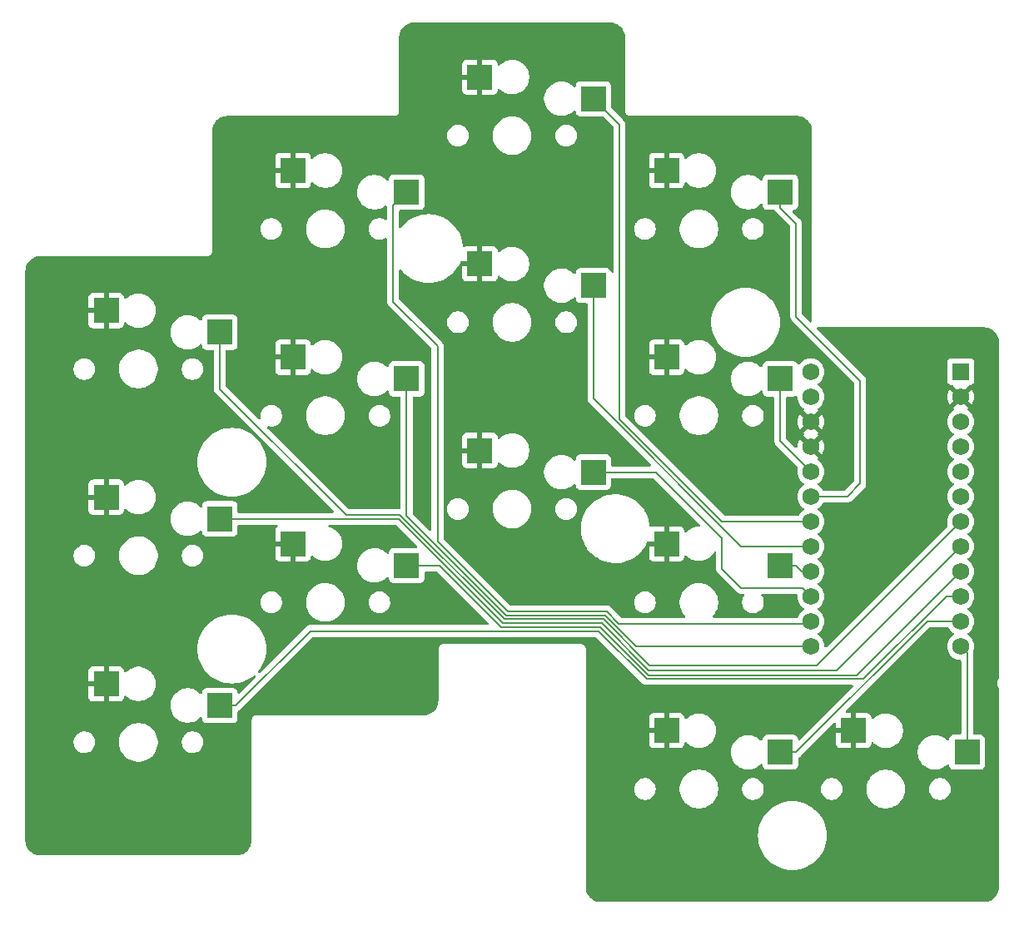
<source format=gbr>
%TF.GenerationSoftware,KiCad,Pcbnew,8.0.1*%
%TF.CreationDate,2024-11-14T23:23:19-08:00*%
%TF.ProjectId,roo_left_auto_routed,726f6f5f-6c65-4667-945f-6175746f5f72,0.1.0*%
%TF.SameCoordinates,Original*%
%TF.FileFunction,Copper,L2,Bot*%
%TF.FilePolarity,Positive*%
%FSLAX46Y46*%
G04 Gerber Fmt 4.6, Leading zero omitted, Abs format (unit mm)*
G04 Created by KiCad (PCBNEW 8.0.1) date 2024-11-14 23:23:19*
%MOMM*%
%LPD*%
G01*
G04 APERTURE LIST*
%TA.AperFunction,SMDPad,CuDef*%
%ADD10R,2.600000X2.600000*%
%TD*%
%TA.AperFunction,ComponentPad*%
%ADD11R,1.752600X1.752600*%
%TD*%
%TA.AperFunction,ComponentPad*%
%ADD12C,1.752600*%
%TD*%
%TA.AperFunction,Conductor*%
%ADD13C,0.200000*%
%TD*%
G04 APERTURE END LIST*
D10*
%TO.P,S13,1*%
%TO.N,GND*%
X214310800Y-167635800D03*
%TO.P,S13,2*%
%TO.N,P16*%
X225860800Y-169835800D03*
%TD*%
%TO.P,S10,1*%
%TO.N,GND*%
X214310800Y-148635800D03*
%TO.P,S10,2*%
%TO.N,P6*%
X225860800Y-150835800D03*
%TD*%
%TO.P,S11,1*%
%TO.N,GND*%
X214310800Y-129635800D03*
%TO.P,S11,2*%
%TO.N,P2*%
X225860800Y-131835800D03*
%TD*%
%TO.P,S5,1*%
%TO.N,GND*%
X176310800Y-129635800D03*
%TO.P,S5,2*%
%TO.N,P9*%
X187860800Y-131835800D03*
%TD*%
D11*
%TO.P,MCU1,1*%
%TO.N,RAW*%
X244205800Y-131115800D03*
D12*
%TO.P,MCU1,2*%
%TO.N,GND*%
X244205800Y-133655800D03*
%TO.P,MCU1,3*%
%TO.N,RST*%
X244205800Y-136195800D03*
%TO.P,MCU1,4*%
%TO.N,VCC*%
X244205800Y-138735800D03*
%TO.P,MCU1,5*%
%TO.N,P21*%
X244205800Y-141275800D03*
%TO.P,MCU1,6*%
%TO.N,P20*%
X244205800Y-143815800D03*
%TO.P,MCU1,7*%
%TO.N,P19*%
X244205800Y-146355800D03*
%TO.P,MCU1,8*%
%TO.N,P18*%
X244205800Y-148895800D03*
%TO.P,MCU1,9*%
%TO.N,P15*%
X244205800Y-151435800D03*
%TO.P,MCU1,10*%
%TO.N,P14*%
X244205800Y-153975800D03*
%TO.P,MCU1,11*%
%TO.N,P16*%
X244205800Y-156515800D03*
%TO.P,MCU1,12*%
%TO.N,P10*%
X244205800Y-159055800D03*
%TO.P,MCU1,13*%
%TO.N,P1*%
X228965800Y-131115800D03*
%TO.P,MCU1,14*%
%TO.N,P0*%
X228965800Y-133655800D03*
%TO.P,MCU1,15*%
%TO.N,GND*%
X228965800Y-136195800D03*
%TO.P,MCU1,16*%
X228965800Y-138735800D03*
%TO.P,MCU1,17*%
%TO.N,P2*%
X228965800Y-141275800D03*
%TO.P,MCU1,18*%
%TO.N,P3*%
X228965800Y-143815800D03*
%TO.P,MCU1,19*%
%TO.N,P4*%
X228965800Y-146355800D03*
%TO.P,MCU1,20*%
%TO.N,P5*%
X228965800Y-148895800D03*
%TO.P,MCU1,21*%
%TO.N,P6*%
X228965800Y-151435800D03*
%TO.P,MCU1,22*%
%TO.N,P7*%
X228965800Y-153975800D03*
%TO.P,MCU1,23*%
%TO.N,P8*%
X228965800Y-156515800D03*
%TO.P,MCU1,24*%
%TO.N,P9*%
X228965800Y-159055800D03*
%TD*%
D10*
%TO.P,S1,1*%
%TO.N,GND*%
X157310800Y-162885800D03*
%TO.P,S1,2*%
%TO.N,P14*%
X168860800Y-165085800D03*
%TD*%
%TO.P,S7,1*%
%TO.N,GND*%
X195310800Y-139135800D03*
%TO.P,S7,2*%
%TO.N,P7*%
X206860800Y-141335800D03*
%TD*%
%TO.P,S3,1*%
%TO.N,GND*%
X157310800Y-124885800D03*
%TO.P,S3,2*%
%TO.N,P19*%
X168860800Y-127085800D03*
%TD*%
%TO.P,S14,1*%
%TO.N,GND*%
X233310800Y-167635800D03*
%TO.P,S14,2*%
%TO.N,P10*%
X244860800Y-169835800D03*
%TD*%
%TO.P,S8,1*%
%TO.N,GND*%
X195310800Y-120135800D03*
%TO.P,S8,2*%
%TO.N,P5*%
X206860800Y-122335800D03*
%TD*%
%TO.P,S9,1*%
%TO.N,GND*%
X195310800Y-101135800D03*
%TO.P,S9,2*%
%TO.N,P4*%
X206860800Y-103335800D03*
%TD*%
%TO.P,S12,1*%
%TO.N,GND*%
X214310800Y-110635800D03*
%TO.P,S12,2*%
%TO.N,P3*%
X225860800Y-112835800D03*
%TD*%
%TO.P,S4,1*%
%TO.N,GND*%
X176310800Y-148635800D03*
%TO.P,S4,2*%
%TO.N,P15*%
X187860800Y-150835800D03*
%TD*%
%TO.P,S2,1*%
%TO.N,GND*%
X157310800Y-143885800D03*
%TO.P,S2,2*%
%TO.N,P18*%
X168860800Y-146085800D03*
%TD*%
%TO.P,S6,1*%
%TO.N,GND*%
X176310800Y-110635800D03*
%TO.P,S6,2*%
%TO.N,P8*%
X187860800Y-112835800D03*
%TD*%
D13*
%TO.N,P15*%
X207534314Y-157100000D02*
X212434314Y-162000000D01*
X233641600Y-162000000D02*
X244205800Y-151435800D01*
X197468628Y-157100000D02*
X207534314Y-157100000D01*
X191204428Y-150835800D02*
X197468628Y-157100000D01*
X187860800Y-150835800D02*
X191204428Y-150835800D01*
X212434314Y-162000000D02*
X233641600Y-162000000D01*
%TO.N,P8*%
X228731600Y-156750000D02*
X228965800Y-156515800D01*
X198131372Y-155500000D02*
X208197057Y-155500000D01*
X191000000Y-148368628D02*
X198131372Y-155500000D01*
X209447058Y-156750000D02*
X228731600Y-156750000D01*
X186483324Y-123983324D02*
X191000000Y-128500000D01*
X208197057Y-155500000D02*
X209447058Y-156750000D01*
X186483324Y-114213276D02*
X186483324Y-123983324D01*
X187860800Y-112835800D02*
X186483324Y-114213276D01*
X191000000Y-128500000D02*
X191000000Y-148368628D01*
%TO.N,P9*%
X211187172Y-159055800D02*
X228965800Y-159055800D01*
X187860800Y-145795114D02*
X197965686Y-155900000D01*
X187860800Y-131835800D02*
X187860800Y-145795114D01*
X197965686Y-155900000D02*
X208031371Y-155900000D01*
X208031371Y-155900000D02*
X211187172Y-159055800D01*
%TO.N,P19*%
X197800000Y-156300000D02*
X207865686Y-156300000D01*
X181685800Y-145685800D02*
X187185800Y-145685800D01*
X187185800Y-145685800D02*
X197800000Y-156300000D01*
X168860800Y-132860800D02*
X181685800Y-145685800D01*
X207865686Y-156300000D02*
X212565686Y-161000000D01*
X168860800Y-127085800D02*
X168860800Y-132860800D01*
X212565686Y-161000000D02*
X229561600Y-161000000D01*
X229561600Y-161000000D02*
X244205800Y-146355800D01*
%TO.N,P18*%
X212500000Y-161500000D02*
X231601600Y-161500000D01*
X207700000Y-156700000D02*
X212500000Y-161500000D01*
X197634314Y-156700000D02*
X207700000Y-156700000D01*
X187020114Y-146085800D02*
X197634314Y-156700000D01*
X168860800Y-146085800D02*
X187020114Y-146085800D01*
X231601600Y-161500000D02*
X244205800Y-148895800D01*
%TO.N,P4*%
X219921486Y-146355800D02*
X228965800Y-146355800D01*
X209500000Y-135934314D02*
X219921486Y-146355800D01*
X209500000Y-105975000D02*
X209500000Y-135934314D01*
X206860800Y-103335800D02*
X209500000Y-105975000D01*
%TO.N,P5*%
X221895800Y-148895800D02*
X228965800Y-148895800D01*
X206860800Y-133860800D02*
X221895800Y-148895800D01*
X206860800Y-122335800D02*
X206860800Y-133860800D01*
%TO.N,GND*%
X230270000Y-137500000D02*
X228965800Y-136195800D01*
X230201600Y-137500000D02*
X230270000Y-137500000D01*
X228965800Y-138735800D02*
X230201600Y-137500000D01*
%TO.N,P14*%
X207368628Y-157500000D02*
X212268628Y-162400000D01*
X212268628Y-162400000D02*
X234332615Y-162400000D01*
X234332615Y-162400000D02*
X242756815Y-153975800D01*
X170462500Y-165085800D02*
X178048300Y-157500000D01*
X178048300Y-157500000D02*
X207368628Y-157500000D01*
X242756815Y-153975800D02*
X244205800Y-153975800D01*
X168860800Y-165085800D02*
X170462500Y-165085800D01*
%TO.N,P7*%
X219952600Y-151172300D02*
X219952600Y-148080900D01*
X228965800Y-153975800D02*
X228102000Y-153112000D01*
X221892300Y-153112000D02*
X219952600Y-151172300D01*
X213207500Y-141335800D02*
X206860800Y-141335800D01*
X228102000Y-153112000D02*
X221892300Y-153112000D01*
X219952600Y-148080900D02*
X213207500Y-141335800D01*
%TO.N,P6*%
X225860800Y-150835800D02*
X227462500Y-150835800D01*
X228965800Y-151435800D02*
X228062500Y-151435800D01*
X228062500Y-151435800D02*
X227462500Y-150835800D01*
%TO.N,P2*%
X225860800Y-138170800D02*
X228965800Y-141275800D01*
X225860800Y-131835800D02*
X225860800Y-138170800D01*
%TO.N,P3*%
X227462500Y-125500000D02*
X227462500Y-116039200D01*
X227462500Y-125500000D02*
X234000000Y-132037500D01*
X232684200Y-143815800D02*
X228965800Y-143815800D01*
X227462500Y-116039200D02*
X225860800Y-114437500D01*
X234000000Y-142500000D02*
X232684200Y-143815800D01*
X234000000Y-132037500D02*
X234000000Y-142500000D01*
X225860800Y-112835800D02*
X225860800Y-114437500D01*
%TO.N,P16*%
X244205800Y-156515800D02*
X240782500Y-156515800D01*
X240782500Y-156515800D02*
X227462500Y-169835800D01*
X225860800Y-169835800D02*
X227462500Y-169835800D01*
%TO.N,P10*%
X244205800Y-159055800D02*
X244860800Y-159710800D01*
X244860800Y-159710800D02*
X244860800Y-169835800D01*
%TD*%
%TA.AperFunction,Conductor*%
%TO.N,GND*%
G36*
X208519897Y-95586287D02*
G01*
X208581363Y-95586286D01*
X208590208Y-95586601D01*
X208790352Y-95600914D01*
X208807857Y-95603431D01*
X208999585Y-95645138D01*
X209016555Y-95650120D01*
X209200402Y-95718691D01*
X209216490Y-95726037D01*
X209276075Y-95758573D01*
X209388704Y-95820072D01*
X209403587Y-95829637D01*
X209560664Y-95947221D01*
X209574036Y-95958807D01*
X209712779Y-96097548D01*
X209724365Y-96110919D01*
X209841950Y-96267992D01*
X209851515Y-96282875D01*
X209945551Y-96455085D01*
X209952901Y-96471179D01*
X210021471Y-96655021D01*
X210026455Y-96671996D01*
X210068164Y-96863720D01*
X210070682Y-96881232D01*
X210084970Y-97080980D01*
X210085286Y-97089827D01*
X210085286Y-104651677D01*
X210119394Y-104778973D01*
X210139863Y-104814426D01*
X210185286Y-104893100D01*
X210278472Y-104986286D01*
X210392600Y-105052178D01*
X210519894Y-105086286D01*
X210519896Y-105086286D01*
X227519893Y-105086286D01*
X227519897Y-105086287D01*
X227581363Y-105086286D01*
X227590208Y-105086601D01*
X227790352Y-105100914D01*
X227807857Y-105103431D01*
X227999585Y-105145138D01*
X228016555Y-105150120D01*
X228200402Y-105218691D01*
X228216490Y-105226037D01*
X228276075Y-105258573D01*
X228388704Y-105320072D01*
X228403587Y-105329637D01*
X228560664Y-105447221D01*
X228574036Y-105458807D01*
X228712779Y-105597548D01*
X228724365Y-105610919D01*
X228841950Y-105767992D01*
X228851515Y-105782875D01*
X228945551Y-105955085D01*
X228952901Y-105971179D01*
X229021471Y-106155021D01*
X229026455Y-106171996D01*
X229068164Y-106363720D01*
X229070682Y-106381232D01*
X229084970Y-106580980D01*
X229085286Y-106589827D01*
X229085286Y-125974189D01*
X229065601Y-126041228D01*
X229012797Y-126086983D01*
X228943639Y-126096927D01*
X228880083Y-126067902D01*
X228873605Y-126061870D01*
X228099319Y-125287584D01*
X228065834Y-125226261D01*
X228063000Y-125199903D01*
X228063000Y-116128259D01*
X228063001Y-116128246D01*
X228063001Y-115960145D01*
X228063001Y-115960143D01*
X228022077Y-115807415D01*
X227986445Y-115745699D01*
X227943020Y-115670484D01*
X227831216Y-115558680D01*
X227831215Y-115558679D01*
X227826885Y-115554349D01*
X227826874Y-115554339D01*
X227120515Y-114847980D01*
X227087030Y-114786657D01*
X227092014Y-114716965D01*
X227133886Y-114661032D01*
X227199350Y-114636615D01*
X227208196Y-114636299D01*
X227208671Y-114636299D01*
X227208672Y-114636299D01*
X227268283Y-114629891D01*
X227403131Y-114579596D01*
X227518346Y-114493346D01*
X227604596Y-114378131D01*
X227654891Y-114243283D01*
X227661300Y-114183673D01*
X227661299Y-111487928D01*
X227654891Y-111428317D01*
X227648684Y-111411676D01*
X227604597Y-111293471D01*
X227604593Y-111293464D01*
X227518347Y-111178255D01*
X227518344Y-111178252D01*
X227403135Y-111092006D01*
X227403128Y-111092002D01*
X227268282Y-111041708D01*
X227268283Y-111041708D01*
X227208683Y-111035301D01*
X227208681Y-111035300D01*
X227208673Y-111035300D01*
X227208664Y-111035300D01*
X224512929Y-111035300D01*
X224512923Y-111035301D01*
X224453316Y-111041708D01*
X224318471Y-111092002D01*
X224318464Y-111092006D01*
X224203255Y-111178252D01*
X224203252Y-111178255D01*
X224117006Y-111293464D01*
X224117002Y-111293471D01*
X224066708Y-111428317D01*
X224060301Y-111487916D01*
X224060301Y-111487923D01*
X224060300Y-111487935D01*
X224060300Y-111535357D01*
X224040615Y-111602396D01*
X223987811Y-111648151D01*
X223918653Y-111658095D01*
X223855097Y-111629070D01*
X223848619Y-111623038D01*
X223742470Y-111516889D01*
X223742461Y-111516881D01*
X223560417Y-111377192D01*
X223361690Y-111262457D01*
X223361676Y-111262450D01*
X223149687Y-111174642D01*
X222928038Y-111115252D01*
X222890015Y-111110246D01*
X222700541Y-111085300D01*
X222700534Y-111085300D01*
X222471066Y-111085300D01*
X222471058Y-111085300D01*
X222254515Y-111113809D01*
X222243562Y-111115252D01*
X222149876Y-111140354D01*
X222021912Y-111174642D01*
X221809923Y-111262450D01*
X221809909Y-111262457D01*
X221611182Y-111377192D01*
X221429138Y-111516881D01*
X221266881Y-111679138D01*
X221127192Y-111861182D01*
X221012457Y-112059909D01*
X221012450Y-112059923D01*
X220924642Y-112271912D01*
X220902018Y-112356348D01*
X220882445Y-112429398D01*
X220865253Y-112493559D01*
X220865251Y-112493570D01*
X220835300Y-112721058D01*
X220835300Y-112950541D01*
X220860246Y-113140015D01*
X220865252Y-113178038D01*
X220865253Y-113178040D01*
X220924642Y-113399687D01*
X221012450Y-113611676D01*
X221012456Y-113611688D01*
X221113708Y-113787063D01*
X221127192Y-113810417D01*
X221266881Y-113992461D01*
X221266889Y-113992470D01*
X221429130Y-114154711D01*
X221429138Y-114154718D01*
X221611182Y-114294407D01*
X221611185Y-114294408D01*
X221611188Y-114294411D01*
X221809912Y-114409144D01*
X221809917Y-114409146D01*
X221809923Y-114409149D01*
X221901280Y-114446990D01*
X222021913Y-114496958D01*
X222243562Y-114556348D01*
X222471066Y-114586300D01*
X222471073Y-114586300D01*
X222700527Y-114586300D01*
X222700534Y-114586300D01*
X222928038Y-114556348D01*
X223149687Y-114496958D01*
X223361688Y-114409144D01*
X223560412Y-114294411D01*
X223742461Y-114154719D01*
X223848620Y-114048559D01*
X223909941Y-114015076D01*
X223979633Y-114020060D01*
X224035567Y-114061931D01*
X224059984Y-114127395D01*
X224060300Y-114136240D01*
X224060300Y-114183668D01*
X224060301Y-114183676D01*
X224066708Y-114243283D01*
X224117002Y-114378128D01*
X224117006Y-114378135D01*
X224203252Y-114493344D01*
X224203255Y-114493347D01*
X224318464Y-114579593D01*
X224318471Y-114579597D01*
X224453317Y-114629891D01*
X224453316Y-114629891D01*
X224460244Y-114630635D01*
X224512927Y-114636300D01*
X225210587Y-114636299D01*
X225277626Y-114655983D01*
X225317974Y-114698299D01*
X225380277Y-114806212D01*
X225380281Y-114806217D01*
X225499149Y-114925085D01*
X225499155Y-114925090D01*
X226825681Y-116251616D01*
X226859166Y-116312939D01*
X226862000Y-116339297D01*
X226862000Y-125413330D01*
X226861999Y-125413348D01*
X226861999Y-125579054D01*
X226861998Y-125579054D01*
X226902922Y-125731782D01*
X226902924Y-125731787D01*
X226906471Y-125737930D01*
X226906472Y-125737932D01*
X226981977Y-125868712D01*
X226981981Y-125868717D01*
X227100849Y-125987585D01*
X227100855Y-125987590D01*
X233363181Y-132249916D01*
X233396666Y-132311239D01*
X233399500Y-132337597D01*
X233399500Y-142199903D01*
X233379815Y-142266942D01*
X233363181Y-142287584D01*
X232471784Y-143178981D01*
X232410461Y-143212466D01*
X232384103Y-143215300D01*
X230285175Y-143215300D01*
X230218136Y-143195615D01*
X230181366Y-143159121D01*
X230056012Y-142967251D01*
X229901480Y-142799386D01*
X229901476Y-142799382D01*
X229752811Y-142683672D01*
X229721419Y-142659239D01*
X229713317Y-142654854D01*
X229663728Y-142605637D01*
X229648618Y-142537421D01*
X229672788Y-142471865D01*
X229713317Y-142436745D01*
X229721419Y-142432361D01*
X229901477Y-142292217D01*
X230056013Y-142124347D01*
X230180810Y-141933330D01*
X230272464Y-141724378D01*
X230328477Y-141503191D01*
X230332840Y-141450541D01*
X230347319Y-141275805D01*
X230347319Y-141275794D01*
X230328478Y-141048416D01*
X230328477Y-141048413D01*
X230328477Y-141048409D01*
X230272464Y-140827222D01*
X230180810Y-140618270D01*
X230092844Y-140483627D01*
X230056012Y-140427251D01*
X229901480Y-140259386D01*
X229901476Y-140259382D01*
X229721420Y-140119239D01*
X229721416Y-140119237D01*
X229712789Y-140114568D01*
X229663200Y-140065347D01*
X229648094Y-139997129D01*
X229672267Y-139931575D01*
X229712797Y-139896458D01*
X229721141Y-139891942D01*
X229721149Y-139891937D01*
X229747710Y-139871263D01*
X229132850Y-139256403D01*
X229176587Y-139244684D01*
X229301113Y-139172789D01*
X229402789Y-139071113D01*
X229474684Y-138946587D01*
X229486403Y-138902850D01*
X230099863Y-139516311D01*
X230180369Y-139393087D01*
X230271990Y-139184215D01*
X230327982Y-138963104D01*
X230346817Y-138735805D01*
X230346817Y-138735794D01*
X230327982Y-138508495D01*
X230271990Y-138287384D01*
X230180368Y-138078509D01*
X230099863Y-137955287D01*
X229486402Y-138568748D01*
X229474684Y-138525013D01*
X229402789Y-138400487D01*
X229301113Y-138298811D01*
X229176587Y-138226916D01*
X229132850Y-138215196D01*
X229747710Y-137600337D01*
X229747709Y-137600335D01*
X229721149Y-137579662D01*
X229721148Y-137579661D01*
X229712268Y-137574856D01*
X229662677Y-137525637D01*
X229647567Y-137457421D01*
X229671737Y-137391865D01*
X229712268Y-137356744D01*
X229721146Y-137351939D01*
X229721149Y-137351937D01*
X229747710Y-137331263D01*
X229132850Y-136716403D01*
X229176587Y-136704684D01*
X229301113Y-136632789D01*
X229402789Y-136531113D01*
X229474684Y-136406587D01*
X229486403Y-136362850D01*
X230099863Y-136976311D01*
X230180369Y-136853087D01*
X230271990Y-136644215D01*
X230327982Y-136423104D01*
X230346817Y-136195805D01*
X230346817Y-136195794D01*
X230327982Y-135968495D01*
X230271990Y-135747384D01*
X230180368Y-135538509D01*
X230099863Y-135415287D01*
X229486402Y-136028748D01*
X229474684Y-135985013D01*
X229402789Y-135860487D01*
X229301113Y-135758811D01*
X229176587Y-135686916D01*
X229132850Y-135675196D01*
X229747710Y-135060337D01*
X229747709Y-135060335D01*
X229721149Y-135039662D01*
X229721139Y-135039655D01*
X229712790Y-135035137D01*
X229663201Y-134985917D01*
X229648094Y-134917700D01*
X229672266Y-134852145D01*
X229712795Y-134817028D01*
X229721412Y-134812365D01*
X229721419Y-134812361D01*
X229901477Y-134672217D01*
X230056013Y-134504347D01*
X230180810Y-134313330D01*
X230272464Y-134104378D01*
X230328477Y-133883191D01*
X230328478Y-133883182D01*
X230347319Y-133655805D01*
X230347319Y-133655794D01*
X230328478Y-133428416D01*
X230328477Y-133428413D01*
X230328477Y-133428409D01*
X230272464Y-133207222D01*
X230180810Y-132998270D01*
X230078858Y-132842220D01*
X230056012Y-132807251D01*
X229901480Y-132639386D01*
X229901476Y-132639382D01*
X229721420Y-132499240D01*
X229721419Y-132499239D01*
X229713317Y-132494854D01*
X229663728Y-132445637D01*
X229648618Y-132377421D01*
X229672788Y-132311865D01*
X229713317Y-132276745D01*
X229721419Y-132272361D01*
X229901477Y-132132217D01*
X230056013Y-131964347D01*
X230180810Y-131773330D01*
X230272464Y-131564378D01*
X230328477Y-131343191D01*
X230332637Y-131292987D01*
X230347319Y-131115805D01*
X230347319Y-131115794D01*
X230328478Y-130888416D01*
X230328477Y-130888413D01*
X230328477Y-130888409D01*
X230272464Y-130667222D01*
X230180810Y-130458270D01*
X230127839Y-130377192D01*
X230056012Y-130267251D01*
X229901480Y-130099386D01*
X229901476Y-130099382D01*
X229770145Y-129997164D01*
X229721419Y-129959239D01*
X229520750Y-129850642D01*
X229520742Y-129850639D01*
X229304945Y-129776555D01*
X229079885Y-129739000D01*
X228851715Y-129739000D01*
X228626654Y-129776555D01*
X228410857Y-129850639D01*
X228410849Y-129850642D01*
X228210179Y-129959240D01*
X228030123Y-130099382D01*
X228030119Y-130099386D01*
X227875587Y-130267252D01*
X227875584Y-130267255D01*
X227831081Y-130335372D01*
X227777934Y-130380729D01*
X227708703Y-130390152D01*
X227645367Y-130360649D01*
X227611090Y-130310881D01*
X227604596Y-130293469D01*
X227604593Y-130293464D01*
X227518347Y-130178255D01*
X227518344Y-130178252D01*
X227403135Y-130092006D01*
X227403128Y-130092002D01*
X227268282Y-130041708D01*
X227268283Y-130041708D01*
X227208683Y-130035301D01*
X227208681Y-130035300D01*
X227208673Y-130035300D01*
X227208664Y-130035300D01*
X224512929Y-130035300D01*
X224512923Y-130035301D01*
X224453316Y-130041708D01*
X224318471Y-130092002D01*
X224318464Y-130092006D01*
X224203255Y-130178252D01*
X224203252Y-130178255D01*
X224117006Y-130293464D01*
X224117002Y-130293471D01*
X224066708Y-130428317D01*
X224060301Y-130487916D01*
X224060301Y-130487923D01*
X224060300Y-130487935D01*
X224060300Y-130535357D01*
X224040615Y-130602396D01*
X223987811Y-130648151D01*
X223918653Y-130658095D01*
X223855097Y-130629070D01*
X223848619Y-130623038D01*
X223742470Y-130516889D01*
X223742461Y-130516881D01*
X223560417Y-130377192D01*
X223361690Y-130262457D01*
X223361676Y-130262450D01*
X223149687Y-130174642D01*
X222928038Y-130115252D01*
X222890015Y-130110246D01*
X222700541Y-130085300D01*
X222700534Y-130085300D01*
X222471066Y-130085300D01*
X222471058Y-130085300D01*
X222254515Y-130113809D01*
X222243562Y-130115252D01*
X222149876Y-130140354D01*
X222021912Y-130174642D01*
X221809923Y-130262450D01*
X221809909Y-130262457D01*
X221611182Y-130377192D01*
X221429138Y-130516881D01*
X221266881Y-130679138D01*
X221127192Y-130861182D01*
X221012457Y-131059909D01*
X221012450Y-131059923D01*
X220924642Y-131271912D01*
X220902018Y-131356348D01*
X220882445Y-131429398D01*
X220865253Y-131493559D01*
X220865251Y-131493570D01*
X220835300Y-131721058D01*
X220835300Y-131950541D01*
X220847075Y-132039973D01*
X220865252Y-132178038D01*
X220904889Y-132325966D01*
X220924642Y-132399687D01*
X221012450Y-132611676D01*
X221012457Y-132611690D01*
X221127192Y-132810417D01*
X221266881Y-132992461D01*
X221266889Y-132992470D01*
X221429130Y-133154711D01*
X221429138Y-133154718D01*
X221611182Y-133294407D01*
X221611185Y-133294408D01*
X221611188Y-133294411D01*
X221809912Y-133409144D01*
X221809917Y-133409146D01*
X221809923Y-133409149D01*
X221856629Y-133428495D01*
X222021913Y-133496958D01*
X222243562Y-133556348D01*
X222471066Y-133586300D01*
X222471073Y-133586300D01*
X222700527Y-133586300D01*
X222700534Y-133586300D01*
X222928038Y-133556348D01*
X223149687Y-133496958D01*
X223361688Y-133409144D01*
X223560412Y-133294411D01*
X223742461Y-133154719D01*
X223848620Y-133048559D01*
X223909941Y-133015076D01*
X223979633Y-133020060D01*
X224035567Y-133061931D01*
X224059984Y-133127395D01*
X224060300Y-133136240D01*
X224060300Y-133183668D01*
X224060301Y-133183676D01*
X224066708Y-133243283D01*
X224117002Y-133378128D01*
X224117006Y-133378135D01*
X224203252Y-133493344D01*
X224203255Y-133493347D01*
X224318464Y-133579593D01*
X224318471Y-133579597D01*
X224344090Y-133589152D01*
X224453317Y-133629891D01*
X224512927Y-133636300D01*
X225136300Y-133636299D01*
X225203339Y-133655983D01*
X225249094Y-133708787D01*
X225260300Y-133760299D01*
X225260300Y-138084130D01*
X225260299Y-138084148D01*
X225260299Y-138249854D01*
X225260298Y-138249854D01*
X225301223Y-138402585D01*
X225330158Y-138452700D01*
X225330159Y-138452704D01*
X225330160Y-138452704D01*
X225380279Y-138539514D01*
X225380281Y-138539517D01*
X225499149Y-138658385D01*
X225499155Y-138658390D01*
X227611103Y-140770338D01*
X227644588Y-140831661D01*
X227643628Y-140888459D01*
X227603123Y-141048405D01*
X227603121Y-141048416D01*
X227584281Y-141275794D01*
X227584281Y-141275805D01*
X227603121Y-141503183D01*
X227603123Y-141503191D01*
X227659135Y-141724377D01*
X227750789Y-141933329D01*
X227875587Y-142124348D01*
X228030119Y-142292213D01*
X228030123Y-142292217D01*
X228210179Y-142432360D01*
X228210183Y-142432362D01*
X228218283Y-142436746D01*
X228267873Y-142485966D01*
X228282980Y-142554183D01*
X228258808Y-142619739D01*
X228218283Y-142654854D01*
X228210183Y-142659237D01*
X228210179Y-142659239D01*
X228030123Y-142799382D01*
X228030119Y-142799386D01*
X227875587Y-142967251D01*
X227750789Y-143158270D01*
X227659135Y-143367222D01*
X227603123Y-143588408D01*
X227603121Y-143588416D01*
X227584281Y-143815794D01*
X227584281Y-143815805D01*
X227603121Y-144043183D01*
X227603123Y-144043191D01*
X227659135Y-144264377D01*
X227750789Y-144473329D01*
X227875587Y-144664348D01*
X228030119Y-144832213D01*
X228030123Y-144832217D01*
X228210179Y-144972360D01*
X228210183Y-144972362D01*
X228218283Y-144976746D01*
X228267873Y-145025966D01*
X228282980Y-145094183D01*
X228258808Y-145159739D01*
X228218283Y-145194854D01*
X228210183Y-145199237D01*
X228210179Y-145199239D01*
X228030123Y-145339382D01*
X228030119Y-145339386D01*
X227875587Y-145507251D01*
X227750234Y-145699121D01*
X227697088Y-145744478D01*
X227646425Y-145755300D01*
X220221583Y-145755300D01*
X220154544Y-145735615D01*
X220133902Y-145718981D01*
X210136819Y-135721898D01*
X210109838Y-135672487D01*
X210984400Y-135672487D01*
X211011520Y-135843713D01*
X211065090Y-136008588D01*
X211065091Y-136008591D01*
X211143798Y-136163060D01*
X211245699Y-136303314D01*
X211368286Y-136425901D01*
X211508540Y-136527802D01*
X211584302Y-136566404D01*
X211663008Y-136606508D01*
X211663011Y-136606509D01*
X211743894Y-136632789D01*
X211827888Y-136660080D01*
X211907191Y-136672640D01*
X211999113Y-136687200D01*
X211999118Y-136687200D01*
X212172487Y-136687200D01*
X212255495Y-136674052D01*
X212343712Y-136660080D01*
X212508591Y-136606508D01*
X212663060Y-136527802D01*
X212803314Y-136425901D01*
X212925901Y-136303314D01*
X213027802Y-136163060D01*
X213106508Y-136008591D01*
X213160080Y-135843712D01*
X213175362Y-135747222D01*
X213180529Y-135714600D01*
X215620800Y-135714600D01*
X215626621Y-135758811D01*
X215654422Y-135969975D01*
X215659436Y-135988688D01*
X215721089Y-136218782D01*
X215819659Y-136456752D01*
X215819667Y-136456769D01*
X215948452Y-136679830D01*
X215948463Y-136679846D01*
X216105263Y-136884192D01*
X216105269Y-136884199D01*
X216287400Y-137066330D01*
X216287406Y-137066335D01*
X216491762Y-137223143D01*
X216491769Y-137223147D01*
X216714830Y-137351932D01*
X216714835Y-137351934D01*
X216714838Y-137351936D01*
X216714842Y-137351937D01*
X216714847Y-137351940D01*
X216809186Y-137391016D01*
X216952816Y-137450510D01*
X217201625Y-137517178D01*
X217457007Y-137550800D01*
X217457014Y-137550800D01*
X217714586Y-137550800D01*
X217714593Y-137550800D01*
X217969975Y-137517178D01*
X218218784Y-137450510D01*
X218456762Y-137351936D01*
X218679838Y-137223143D01*
X218884194Y-137066335D01*
X219066335Y-136884194D01*
X219223143Y-136679838D01*
X219351936Y-136456762D01*
X219450510Y-136218784D01*
X219517178Y-135969975D01*
X219550800Y-135714593D01*
X219550800Y-135672487D01*
X221984400Y-135672487D01*
X222011520Y-135843713D01*
X222065090Y-136008588D01*
X222065091Y-136008591D01*
X222143798Y-136163060D01*
X222245699Y-136303314D01*
X222368286Y-136425901D01*
X222508540Y-136527802D01*
X222584302Y-136566404D01*
X222663008Y-136606508D01*
X222663011Y-136606509D01*
X222743894Y-136632789D01*
X222827888Y-136660080D01*
X222907191Y-136672640D01*
X222999113Y-136687200D01*
X222999118Y-136687200D01*
X223172487Y-136687200D01*
X223255495Y-136674052D01*
X223343712Y-136660080D01*
X223508591Y-136606508D01*
X223663060Y-136527802D01*
X223803314Y-136425901D01*
X223925901Y-136303314D01*
X224027802Y-136163060D01*
X224106508Y-136008591D01*
X224160080Y-135843712D01*
X224175362Y-135747222D01*
X224187200Y-135672487D01*
X224187200Y-135499112D01*
X224163147Y-135347253D01*
X224160080Y-135327888D01*
X224106508Y-135163009D01*
X224106508Y-135163008D01*
X224027801Y-135008539D01*
X224010951Y-134985347D01*
X223925901Y-134868286D01*
X223803314Y-134745699D01*
X223663060Y-134643798D01*
X223508591Y-134565091D01*
X223508588Y-134565090D01*
X223343713Y-134511520D01*
X223172487Y-134484400D01*
X223172482Y-134484400D01*
X222999118Y-134484400D01*
X222999113Y-134484400D01*
X222827886Y-134511520D01*
X222663011Y-134565090D01*
X222663008Y-134565091D01*
X222508539Y-134643798D01*
X222428519Y-134701936D01*
X222368286Y-134745699D01*
X222368284Y-134745701D01*
X222368283Y-134745701D01*
X222245701Y-134868283D01*
X222245701Y-134868284D01*
X222245699Y-134868286D01*
X222207430Y-134920958D01*
X222143798Y-135008539D01*
X222065091Y-135163008D01*
X222065090Y-135163011D01*
X222011520Y-135327886D01*
X221984400Y-135499112D01*
X221984400Y-135672487D01*
X219550800Y-135672487D01*
X219550800Y-135457007D01*
X219517178Y-135201625D01*
X219450510Y-134952816D01*
X219351936Y-134714838D01*
X219351934Y-134714835D01*
X219351932Y-134714830D01*
X219223147Y-134491769D01*
X219223143Y-134491762D01*
X219113126Y-134348385D01*
X219066336Y-134287407D01*
X219066330Y-134287400D01*
X218884199Y-134105269D01*
X218884192Y-134105263D01*
X218679846Y-133948463D01*
X218679844Y-133948461D01*
X218679838Y-133948457D01*
X218679833Y-133948454D01*
X218679830Y-133948452D01*
X218456769Y-133819667D01*
X218456752Y-133819659D01*
X218218782Y-133721089D01*
X218058667Y-133678187D01*
X217969975Y-133654422D01*
X217938052Y-133650219D01*
X217714600Y-133620800D01*
X217714593Y-133620800D01*
X217457007Y-133620800D01*
X217456999Y-133620800D01*
X217201625Y-133654422D01*
X216952817Y-133721089D01*
X216714847Y-133819659D01*
X216714830Y-133819667D01*
X216491769Y-133948452D01*
X216491753Y-133948463D01*
X216287407Y-134105263D01*
X216287400Y-134105269D01*
X216105269Y-134287400D01*
X216105263Y-134287407D01*
X215948463Y-134491753D01*
X215948452Y-134491769D01*
X215819667Y-134714830D01*
X215819659Y-134714847D01*
X215721089Y-134952817D01*
X215654422Y-135201625D01*
X215620800Y-135456999D01*
X215620800Y-135714600D01*
X213180529Y-135714600D01*
X213187200Y-135672487D01*
X213187200Y-135499112D01*
X213163147Y-135347253D01*
X213160080Y-135327888D01*
X213106508Y-135163009D01*
X213106508Y-135163008D01*
X213027801Y-135008539D01*
X213010951Y-134985347D01*
X212925901Y-134868286D01*
X212803314Y-134745699D01*
X212663060Y-134643798D01*
X212508591Y-134565091D01*
X212508588Y-134565090D01*
X212343713Y-134511520D01*
X212172487Y-134484400D01*
X212172482Y-134484400D01*
X211999118Y-134484400D01*
X211999113Y-134484400D01*
X211827886Y-134511520D01*
X211663011Y-134565090D01*
X211663008Y-134565091D01*
X211508539Y-134643798D01*
X211428519Y-134701936D01*
X211368286Y-134745699D01*
X211368284Y-134745701D01*
X211368283Y-134745701D01*
X211245701Y-134868283D01*
X211245701Y-134868284D01*
X211245699Y-134868286D01*
X211207430Y-134920958D01*
X211143798Y-135008539D01*
X211065091Y-135163008D01*
X211065090Y-135163011D01*
X211011520Y-135327886D01*
X210984400Y-135499112D01*
X210984400Y-135672487D01*
X210109838Y-135672487D01*
X210103334Y-135660575D01*
X210100500Y-135634217D01*
X210100500Y-129885800D01*
X212510800Y-129885800D01*
X212510800Y-130983644D01*
X212517201Y-131043172D01*
X212517203Y-131043179D01*
X212567445Y-131177886D01*
X212567449Y-131177893D01*
X212653609Y-131292987D01*
X212653612Y-131292990D01*
X212768706Y-131379150D01*
X212768713Y-131379154D01*
X212903420Y-131429396D01*
X212903427Y-131429398D01*
X212962955Y-131435799D01*
X212962972Y-131435800D01*
X214060800Y-131435800D01*
X214060800Y-129885800D01*
X212510800Y-129885800D01*
X210100500Y-129885800D01*
X210100500Y-129385800D01*
X212510800Y-129385800D01*
X214060800Y-129385800D01*
X214060800Y-127835800D01*
X214560800Y-127835800D01*
X214560800Y-131435800D01*
X215658628Y-131435800D01*
X215658644Y-131435799D01*
X215718172Y-131429398D01*
X215718179Y-131429396D01*
X215852886Y-131379154D01*
X215852893Y-131379150D01*
X215967987Y-131292990D01*
X215967990Y-131292987D01*
X216054150Y-131177893D01*
X216054154Y-131177886D01*
X216104396Y-131043179D01*
X216104398Y-131043172D01*
X216110799Y-130983644D01*
X216110800Y-130983627D01*
X216110800Y-130935743D01*
X216130485Y-130868704D01*
X216183289Y-130822949D01*
X216252447Y-130813005D01*
X216316003Y-130842030D01*
X216322481Y-130848062D01*
X216429130Y-130954711D01*
X216429138Y-130954718D01*
X216611182Y-131094407D01*
X216611185Y-131094408D01*
X216611188Y-131094411D01*
X216809912Y-131209144D01*
X216809917Y-131209146D01*
X216809923Y-131209149D01*
X216901280Y-131246990D01*
X217021913Y-131296958D01*
X217243562Y-131356348D01*
X217471066Y-131386300D01*
X217471073Y-131386300D01*
X217700527Y-131386300D01*
X217700534Y-131386300D01*
X217928038Y-131356348D01*
X218149687Y-131296958D01*
X218361688Y-131209144D01*
X218560412Y-131094411D01*
X218742461Y-130954719D01*
X218742465Y-130954714D01*
X218742470Y-130954711D01*
X218904711Y-130792470D01*
X218904714Y-130792465D01*
X218904719Y-130792461D01*
X219044411Y-130610412D01*
X219159144Y-130411688D01*
X219246958Y-130199687D01*
X219306348Y-129978038D01*
X219336300Y-129750534D01*
X219336300Y-129521066D01*
X219306348Y-129293562D01*
X219246958Y-129071913D01*
X219184712Y-128921638D01*
X219159149Y-128859923D01*
X219159146Y-128859917D01*
X219159144Y-128859912D01*
X219044411Y-128661188D01*
X219044408Y-128661185D01*
X219044407Y-128661182D01*
X218904718Y-128479138D01*
X218904711Y-128479130D01*
X218742470Y-128316889D01*
X218742461Y-128316881D01*
X218560417Y-128177192D01*
X218516225Y-128151678D01*
X218361688Y-128062456D01*
X218361676Y-128062450D01*
X218149687Y-127974642D01*
X217928038Y-127915252D01*
X217890015Y-127910246D01*
X217700541Y-127885300D01*
X217700534Y-127885300D01*
X217471066Y-127885300D01*
X217471058Y-127885300D01*
X217254515Y-127913809D01*
X217243562Y-127915252D01*
X217149876Y-127940354D01*
X217021912Y-127974642D01*
X216809923Y-128062450D01*
X216809909Y-128062457D01*
X216611182Y-128177192D01*
X216429138Y-128316881D01*
X216322481Y-128423538D01*
X216261158Y-128457023D01*
X216191466Y-128452039D01*
X216135533Y-128410167D01*
X216111116Y-128344703D01*
X216110800Y-128335857D01*
X216110800Y-128287972D01*
X216110799Y-128287955D01*
X216104398Y-128228427D01*
X216104396Y-128228420D01*
X216054154Y-128093713D01*
X216054150Y-128093706D01*
X215967990Y-127978612D01*
X215967987Y-127978609D01*
X215852893Y-127892449D01*
X215852886Y-127892445D01*
X215718179Y-127842203D01*
X215718172Y-127842201D01*
X215658644Y-127835800D01*
X214560800Y-127835800D01*
X214060800Y-127835800D01*
X212962955Y-127835800D01*
X212903427Y-127842201D01*
X212903420Y-127842203D01*
X212768713Y-127892445D01*
X212768706Y-127892449D01*
X212653612Y-127978609D01*
X212653609Y-127978612D01*
X212567449Y-128093706D01*
X212567445Y-128093713D01*
X212517203Y-128228420D01*
X212517201Y-128228427D01*
X212510800Y-128287955D01*
X212510800Y-129385800D01*
X210100500Y-129385800D01*
X210100500Y-126085786D01*
X218830482Y-126085786D01*
X218849684Y-126452191D01*
X218883699Y-126666952D01*
X218907081Y-126814580D01*
X218982902Y-127097548D01*
X219002046Y-127168992D01*
X219133532Y-127511525D01*
X219300106Y-127838442D01*
X219499933Y-128146150D01*
X219662903Y-128347401D01*
X219730837Y-128431292D01*
X219990280Y-128690735D01*
X220059708Y-128746957D01*
X220275421Y-128921638D01*
X220583129Y-129121465D01*
X220583134Y-129121468D01*
X220910050Y-129288041D01*
X221252587Y-129419528D01*
X221606992Y-129514491D01*
X221969382Y-129571888D01*
X222315520Y-129590027D01*
X222335785Y-129591090D01*
X222335786Y-129591090D01*
X222335787Y-129591090D01*
X222354989Y-129590083D01*
X222702190Y-129571888D01*
X223064580Y-129514491D01*
X223418985Y-129419528D01*
X223761522Y-129288041D01*
X224088438Y-129121468D01*
X224396152Y-128921637D01*
X224681292Y-128690735D01*
X224940735Y-128431292D01*
X225171637Y-128146152D01*
X225371468Y-127838438D01*
X225538041Y-127511522D01*
X225669528Y-127168985D01*
X225764491Y-126814580D01*
X225821888Y-126452190D01*
X225841090Y-126085786D01*
X225821888Y-125719382D01*
X225764491Y-125356992D01*
X225669528Y-125002587D01*
X225538041Y-124660050D01*
X225371468Y-124333134D01*
X225364181Y-124321913D01*
X225171638Y-124025421D01*
X224965537Y-123770908D01*
X224940735Y-123740280D01*
X224681292Y-123480837D01*
X224511958Y-123343713D01*
X224396150Y-123249933D01*
X224088442Y-123050106D01*
X223761525Y-122883532D01*
X223418992Y-122752046D01*
X223418985Y-122752044D01*
X223064580Y-122657081D01*
X223064576Y-122657080D01*
X223064575Y-122657080D01*
X222702191Y-122599684D01*
X222335787Y-122580482D01*
X222335785Y-122580482D01*
X221969380Y-122599684D01*
X221606997Y-122657080D01*
X221606995Y-122657080D01*
X221252579Y-122752046D01*
X220910046Y-122883532D01*
X220583129Y-123050106D01*
X220275421Y-123249933D01*
X219990284Y-123480833D01*
X219990276Y-123480840D01*
X219730840Y-123740276D01*
X219730833Y-123740284D01*
X219499933Y-124025421D01*
X219300106Y-124333129D01*
X219133532Y-124660046D01*
X219002046Y-125002579D01*
X218907080Y-125356995D01*
X218907080Y-125356997D01*
X218849684Y-125719380D01*
X218830482Y-126085785D01*
X218830482Y-126085786D01*
X210100500Y-126085786D01*
X210100500Y-116672487D01*
X210984400Y-116672487D01*
X211011520Y-116843713D01*
X211065090Y-117008588D01*
X211065091Y-117008591D01*
X211120134Y-117116617D01*
X211143798Y-117163060D01*
X211245699Y-117303314D01*
X211368286Y-117425901D01*
X211508540Y-117527802D01*
X211584302Y-117566404D01*
X211663008Y-117606508D01*
X211663011Y-117606509D01*
X211745448Y-117633294D01*
X211827888Y-117660080D01*
X211907191Y-117672640D01*
X211999113Y-117687200D01*
X211999118Y-117687200D01*
X212172487Y-117687200D01*
X212255495Y-117674052D01*
X212343712Y-117660080D01*
X212508591Y-117606508D01*
X212663060Y-117527802D01*
X212803314Y-117425901D01*
X212925901Y-117303314D01*
X213027802Y-117163060D01*
X213106508Y-117008591D01*
X213160080Y-116843712D01*
X213174052Y-116755495D01*
X213180530Y-116714600D01*
X215620800Y-116714600D01*
X215654422Y-116969974D01*
X215721089Y-117218782D01*
X215819659Y-117456752D01*
X215819667Y-117456769D01*
X215948452Y-117679830D01*
X215948463Y-117679846D01*
X216105263Y-117884192D01*
X216105269Y-117884199D01*
X216287400Y-118066330D01*
X216287406Y-118066335D01*
X216491762Y-118223143D01*
X216491769Y-118223147D01*
X216714830Y-118351932D01*
X216714835Y-118351934D01*
X216714838Y-118351936D01*
X216714842Y-118351937D01*
X216714847Y-118351940D01*
X216809186Y-118391016D01*
X216952816Y-118450510D01*
X217201625Y-118517178D01*
X217457007Y-118550800D01*
X217457014Y-118550800D01*
X217714586Y-118550800D01*
X217714593Y-118550800D01*
X217969975Y-118517178D01*
X218218784Y-118450510D01*
X218456762Y-118351936D01*
X218679838Y-118223143D01*
X218884194Y-118066335D01*
X219066335Y-117884194D01*
X219223143Y-117679838D01*
X219351936Y-117456762D01*
X219450510Y-117218784D01*
X219517178Y-116969975D01*
X219550800Y-116714593D01*
X219550800Y-116672487D01*
X221984400Y-116672487D01*
X222011520Y-116843713D01*
X222065090Y-117008588D01*
X222065091Y-117008591D01*
X222120134Y-117116617D01*
X222143798Y-117163060D01*
X222245699Y-117303314D01*
X222368286Y-117425901D01*
X222508540Y-117527802D01*
X222584302Y-117566404D01*
X222663008Y-117606508D01*
X222663011Y-117606509D01*
X222745448Y-117633294D01*
X222827888Y-117660080D01*
X222907191Y-117672640D01*
X222999113Y-117687200D01*
X222999118Y-117687200D01*
X223172487Y-117687200D01*
X223255495Y-117674052D01*
X223343712Y-117660080D01*
X223508591Y-117606508D01*
X223663060Y-117527802D01*
X223803314Y-117425901D01*
X223925901Y-117303314D01*
X224027802Y-117163060D01*
X224106508Y-117008591D01*
X224160080Y-116843712D01*
X224174052Y-116755495D01*
X224187200Y-116672487D01*
X224187200Y-116499112D01*
X224168394Y-116380384D01*
X224160080Y-116327888D01*
X224106508Y-116163009D01*
X224106508Y-116163008D01*
X224027801Y-116008539D01*
X223925901Y-115868286D01*
X223803314Y-115745699D01*
X223663060Y-115643798D01*
X223630369Y-115627141D01*
X223508591Y-115565091D01*
X223508588Y-115565090D01*
X223343713Y-115511520D01*
X223172487Y-115484400D01*
X223172482Y-115484400D01*
X222999118Y-115484400D01*
X222999113Y-115484400D01*
X222827886Y-115511520D01*
X222663011Y-115565090D01*
X222663008Y-115565091D01*
X222508539Y-115643798D01*
X222368283Y-115745701D01*
X222245701Y-115868283D01*
X222245701Y-115868284D01*
X222245699Y-115868286D01*
X222201936Y-115928519D01*
X222143798Y-116008539D01*
X222065091Y-116163008D01*
X222065090Y-116163011D01*
X222011520Y-116327886D01*
X221984400Y-116499112D01*
X221984400Y-116672487D01*
X219550800Y-116672487D01*
X219550800Y-116457007D01*
X219517178Y-116201625D01*
X219450510Y-115952816D01*
X219364720Y-115745701D01*
X219351940Y-115714847D01*
X219351932Y-115714830D01*
X219223147Y-115491769D01*
X219223143Y-115491762D01*
X219066335Y-115287406D01*
X219066330Y-115287400D01*
X218884199Y-115105269D01*
X218884192Y-115105263D01*
X218679846Y-114948463D01*
X218679844Y-114948461D01*
X218679838Y-114948457D01*
X218679833Y-114948454D01*
X218679830Y-114948452D01*
X218456769Y-114819667D01*
X218456752Y-114819659D01*
X218218782Y-114721089D01*
X218061043Y-114678823D01*
X217969975Y-114654422D01*
X217917436Y-114647505D01*
X217714600Y-114620800D01*
X217714593Y-114620800D01*
X217457007Y-114620800D01*
X217456999Y-114620800D01*
X217201625Y-114654422D01*
X216952817Y-114721089D01*
X216714847Y-114819659D01*
X216714830Y-114819667D01*
X216491769Y-114948452D01*
X216491753Y-114948463D01*
X216287407Y-115105263D01*
X216287400Y-115105269D01*
X216105269Y-115287400D01*
X216105263Y-115287407D01*
X215948463Y-115491753D01*
X215948452Y-115491769D01*
X215819667Y-115714830D01*
X215819659Y-115714847D01*
X215721089Y-115952817D01*
X215654422Y-116201625D01*
X215620800Y-116456999D01*
X215620800Y-116714600D01*
X213180530Y-116714600D01*
X213187200Y-116672487D01*
X213187200Y-116499112D01*
X213168394Y-116380384D01*
X213160080Y-116327888D01*
X213106508Y-116163009D01*
X213106508Y-116163008D01*
X213027801Y-116008539D01*
X212925901Y-115868286D01*
X212803314Y-115745699D01*
X212663060Y-115643798D01*
X212630369Y-115627141D01*
X212508591Y-115565091D01*
X212508588Y-115565090D01*
X212343713Y-115511520D01*
X212172487Y-115484400D01*
X212172482Y-115484400D01*
X211999118Y-115484400D01*
X211999113Y-115484400D01*
X211827886Y-115511520D01*
X211663011Y-115565090D01*
X211663008Y-115565091D01*
X211508539Y-115643798D01*
X211368283Y-115745701D01*
X211245701Y-115868283D01*
X211245701Y-115868284D01*
X211245699Y-115868286D01*
X211201936Y-115928519D01*
X211143798Y-116008539D01*
X211065091Y-116163008D01*
X211065090Y-116163011D01*
X211011520Y-116327886D01*
X210984400Y-116499112D01*
X210984400Y-116672487D01*
X210100500Y-116672487D01*
X210100500Y-110885800D01*
X212510800Y-110885800D01*
X212510800Y-111983644D01*
X212517201Y-112043172D01*
X212517203Y-112043179D01*
X212567445Y-112177886D01*
X212567449Y-112177893D01*
X212653609Y-112292987D01*
X212653612Y-112292990D01*
X212768706Y-112379150D01*
X212768713Y-112379154D01*
X212903420Y-112429396D01*
X212903427Y-112429398D01*
X212962955Y-112435799D01*
X212962972Y-112435800D01*
X214060800Y-112435800D01*
X214060800Y-110885800D01*
X212510800Y-110885800D01*
X210100500Y-110885800D01*
X210100500Y-110385800D01*
X212510800Y-110385800D01*
X214060800Y-110385800D01*
X214060800Y-108835800D01*
X214560800Y-108835800D01*
X214560800Y-112435800D01*
X215658628Y-112435800D01*
X215658644Y-112435799D01*
X215718172Y-112429398D01*
X215718179Y-112429396D01*
X215852886Y-112379154D01*
X215852893Y-112379150D01*
X215967987Y-112292990D01*
X215967990Y-112292987D01*
X216054150Y-112177893D01*
X216054154Y-112177886D01*
X216104396Y-112043179D01*
X216104398Y-112043172D01*
X216110799Y-111983644D01*
X216110800Y-111983627D01*
X216110800Y-111935743D01*
X216130485Y-111868704D01*
X216183289Y-111822949D01*
X216252447Y-111813005D01*
X216316003Y-111842030D01*
X216322481Y-111848062D01*
X216429130Y-111954711D01*
X216429138Y-111954718D01*
X216611182Y-112094407D01*
X216611185Y-112094408D01*
X216611188Y-112094411D01*
X216809912Y-112209144D01*
X216809917Y-112209146D01*
X216809923Y-112209149D01*
X216901280Y-112246990D01*
X217021913Y-112296958D01*
X217243562Y-112356348D01*
X217471066Y-112386300D01*
X217471073Y-112386300D01*
X217700527Y-112386300D01*
X217700534Y-112386300D01*
X217928038Y-112356348D01*
X218149687Y-112296958D01*
X218361688Y-112209144D01*
X218560412Y-112094411D01*
X218742461Y-111954719D01*
X218742465Y-111954714D01*
X218742470Y-111954711D01*
X218904711Y-111792470D01*
X218904714Y-111792465D01*
X218904719Y-111792461D01*
X219044411Y-111610412D01*
X219159144Y-111411688D01*
X219246958Y-111199687D01*
X219306348Y-110978038D01*
X219336300Y-110750534D01*
X219336300Y-110521066D01*
X219306348Y-110293562D01*
X219246958Y-110071913D01*
X219159144Y-109859912D01*
X219044411Y-109661188D01*
X219044408Y-109661185D01*
X219044407Y-109661182D01*
X218904718Y-109479138D01*
X218904711Y-109479130D01*
X218742470Y-109316889D01*
X218742461Y-109316881D01*
X218560417Y-109177192D01*
X218361690Y-109062457D01*
X218361676Y-109062450D01*
X218149687Y-108974642D01*
X217928038Y-108915252D01*
X217890015Y-108910246D01*
X217700541Y-108885300D01*
X217700534Y-108885300D01*
X217471066Y-108885300D01*
X217471058Y-108885300D01*
X217254515Y-108913809D01*
X217243562Y-108915252D01*
X217149876Y-108940354D01*
X217021912Y-108974642D01*
X216809923Y-109062450D01*
X216809909Y-109062457D01*
X216611182Y-109177192D01*
X216429138Y-109316881D01*
X216322481Y-109423538D01*
X216261158Y-109457023D01*
X216191466Y-109452039D01*
X216135533Y-109410167D01*
X216111116Y-109344703D01*
X216110800Y-109335857D01*
X216110800Y-109287972D01*
X216110799Y-109287955D01*
X216104398Y-109228427D01*
X216104396Y-109228420D01*
X216054154Y-109093713D01*
X216054150Y-109093706D01*
X215967990Y-108978612D01*
X215967987Y-108978609D01*
X215852893Y-108892449D01*
X215852886Y-108892445D01*
X215718179Y-108842203D01*
X215718172Y-108842201D01*
X215658644Y-108835800D01*
X214560800Y-108835800D01*
X214060800Y-108835800D01*
X212962955Y-108835800D01*
X212903427Y-108842201D01*
X212903420Y-108842203D01*
X212768713Y-108892445D01*
X212768706Y-108892449D01*
X212653612Y-108978609D01*
X212653609Y-108978612D01*
X212567449Y-109093706D01*
X212567445Y-109093713D01*
X212517203Y-109228420D01*
X212517201Y-109228427D01*
X212510800Y-109287955D01*
X212510800Y-110385800D01*
X210100500Y-110385800D01*
X210100500Y-105895945D01*
X210100500Y-105895943D01*
X210059577Y-105743216D01*
X210059573Y-105743209D01*
X209980524Y-105606290D01*
X209980521Y-105606286D01*
X209980520Y-105606284D01*
X209868716Y-105494480D01*
X209868715Y-105494479D01*
X209864385Y-105490149D01*
X209864374Y-105490139D01*
X208697618Y-104323383D01*
X208664133Y-104262060D01*
X208661299Y-104235702D01*
X208661299Y-101987929D01*
X208661298Y-101987923D01*
X208661297Y-101987916D01*
X208654891Y-101928317D01*
X208648684Y-101911676D01*
X208604597Y-101793471D01*
X208604593Y-101793464D01*
X208518347Y-101678255D01*
X208518344Y-101678252D01*
X208403135Y-101592006D01*
X208403128Y-101592002D01*
X208268282Y-101541708D01*
X208268283Y-101541708D01*
X208208683Y-101535301D01*
X208208681Y-101535300D01*
X208208673Y-101535300D01*
X208208664Y-101535300D01*
X205512929Y-101535300D01*
X205512923Y-101535301D01*
X205453316Y-101541708D01*
X205318471Y-101592002D01*
X205318464Y-101592006D01*
X205203255Y-101678252D01*
X205203252Y-101678255D01*
X205117006Y-101793464D01*
X205117002Y-101793471D01*
X205066708Y-101928317D01*
X205060301Y-101987916D01*
X205060301Y-101987923D01*
X205060300Y-101987935D01*
X205060300Y-102035357D01*
X205040615Y-102102396D01*
X204987811Y-102148151D01*
X204918653Y-102158095D01*
X204855097Y-102129070D01*
X204848619Y-102123038D01*
X204742470Y-102016889D01*
X204742461Y-102016881D01*
X204560417Y-101877192D01*
X204361690Y-101762457D01*
X204361676Y-101762450D01*
X204149687Y-101674642D01*
X203928038Y-101615252D01*
X203890015Y-101610246D01*
X203700541Y-101585300D01*
X203700534Y-101585300D01*
X203471066Y-101585300D01*
X203471058Y-101585300D01*
X203254515Y-101613809D01*
X203243562Y-101615252D01*
X203149876Y-101640354D01*
X203021912Y-101674642D01*
X202809923Y-101762450D01*
X202809909Y-101762457D01*
X202611182Y-101877192D01*
X202429138Y-102016881D01*
X202266881Y-102179138D01*
X202127192Y-102361182D01*
X202012457Y-102559909D01*
X202012450Y-102559923D01*
X201924642Y-102771912D01*
X201902018Y-102856348D01*
X201882445Y-102929398D01*
X201865253Y-102993559D01*
X201865251Y-102993570D01*
X201835300Y-103221058D01*
X201835300Y-103450541D01*
X201860246Y-103640015D01*
X201865252Y-103678038D01*
X201865253Y-103678040D01*
X201924642Y-103899687D01*
X202012450Y-104111676D01*
X202012457Y-104111690D01*
X202127192Y-104310417D01*
X202266881Y-104492461D01*
X202266889Y-104492470D01*
X202429130Y-104654711D01*
X202429138Y-104654718D01*
X202611182Y-104794407D01*
X202611185Y-104794408D01*
X202611188Y-104794411D01*
X202809912Y-104909144D01*
X202809917Y-104909146D01*
X202809923Y-104909149D01*
X202901280Y-104946990D01*
X203021913Y-104996958D01*
X203243562Y-105056348D01*
X203460112Y-105084857D01*
X203470959Y-105086286D01*
X203471066Y-105086300D01*
X203471073Y-105086300D01*
X203700527Y-105086300D01*
X203700534Y-105086300D01*
X203928038Y-105056348D01*
X204149687Y-104996958D01*
X204361688Y-104909144D01*
X204560412Y-104794411D01*
X204742461Y-104654719D01*
X204848620Y-104548559D01*
X204909941Y-104515076D01*
X204979633Y-104520060D01*
X205035567Y-104561931D01*
X205059984Y-104627395D01*
X205060300Y-104636240D01*
X205060300Y-104683668D01*
X205060301Y-104683676D01*
X205066708Y-104743283D01*
X205117002Y-104878128D01*
X205117006Y-104878135D01*
X205203252Y-104993344D01*
X205203255Y-104993347D01*
X205318464Y-105079593D01*
X205318471Y-105079597D01*
X205453317Y-105129891D01*
X205453316Y-105129891D01*
X205460244Y-105130635D01*
X205512927Y-105136300D01*
X207760702Y-105136299D01*
X207827741Y-105155984D01*
X207848383Y-105172618D01*
X208863181Y-106187416D01*
X208896666Y-106248739D01*
X208899500Y-106275097D01*
X208899500Y-120899513D01*
X208879815Y-120966552D01*
X208827011Y-121012307D01*
X208757853Y-121022251D01*
X208694297Y-120993226D01*
X208656523Y-120934448D01*
X208654919Y-120928393D01*
X208648689Y-120911690D01*
X208604596Y-120793469D01*
X208604595Y-120793468D01*
X208604593Y-120793464D01*
X208518347Y-120678255D01*
X208518344Y-120678252D01*
X208403135Y-120592006D01*
X208403128Y-120592002D01*
X208268282Y-120541708D01*
X208268283Y-120541708D01*
X208208683Y-120535301D01*
X208208681Y-120535300D01*
X208208673Y-120535300D01*
X208208664Y-120535300D01*
X205512929Y-120535300D01*
X205512923Y-120535301D01*
X205453316Y-120541708D01*
X205318471Y-120592002D01*
X205318464Y-120592006D01*
X205203255Y-120678252D01*
X205203252Y-120678255D01*
X205117006Y-120793464D01*
X205117002Y-120793471D01*
X205066708Y-120928317D01*
X205060301Y-120987916D01*
X205060300Y-120987935D01*
X205060300Y-121035357D01*
X205040615Y-121102396D01*
X204987811Y-121148151D01*
X204918653Y-121158095D01*
X204855097Y-121129070D01*
X204848619Y-121123038D01*
X204742470Y-121016889D01*
X204742461Y-121016881D01*
X204560417Y-120877192D01*
X204508817Y-120847401D01*
X204361688Y-120762456D01*
X204361676Y-120762450D01*
X204149687Y-120674642D01*
X204126574Y-120668449D01*
X203928038Y-120615252D01*
X203890015Y-120610246D01*
X203700541Y-120585300D01*
X203700534Y-120585300D01*
X203471066Y-120585300D01*
X203471058Y-120585300D01*
X203255191Y-120613721D01*
X203243562Y-120615252D01*
X203149876Y-120640354D01*
X203021912Y-120674642D01*
X202809923Y-120762450D01*
X202809909Y-120762457D01*
X202611182Y-120877192D01*
X202429138Y-121016881D01*
X202266881Y-121179138D01*
X202127192Y-121361182D01*
X202012457Y-121559909D01*
X202012450Y-121559923D01*
X201924642Y-121771912D01*
X201902018Y-121856348D01*
X201882445Y-121929398D01*
X201865253Y-121993559D01*
X201865251Y-121993570D01*
X201835300Y-122221058D01*
X201835300Y-122450541D01*
X201852408Y-122580482D01*
X201865252Y-122678038D01*
X201865253Y-122678040D01*
X201924642Y-122899687D01*
X202012450Y-123111676D01*
X202012457Y-123111690D01*
X202127192Y-123310417D01*
X202266881Y-123492461D01*
X202266889Y-123492470D01*
X202429130Y-123654711D01*
X202429138Y-123654718D01*
X202611182Y-123794407D01*
X202611185Y-123794408D01*
X202611188Y-123794411D01*
X202809912Y-123909144D01*
X202809917Y-123909146D01*
X202809923Y-123909149D01*
X202901280Y-123946990D01*
X203021913Y-123996958D01*
X203243562Y-124056348D01*
X203471066Y-124086300D01*
X203471073Y-124086300D01*
X203700527Y-124086300D01*
X203700534Y-124086300D01*
X203928038Y-124056348D01*
X204149687Y-123996958D01*
X204361688Y-123909144D01*
X204560412Y-123794411D01*
X204742461Y-123654719D01*
X204848620Y-123548559D01*
X204909941Y-123515076D01*
X204979633Y-123520060D01*
X205035567Y-123561931D01*
X205059984Y-123627395D01*
X205060300Y-123636240D01*
X205060300Y-123683668D01*
X205060301Y-123683676D01*
X205066708Y-123743283D01*
X205117002Y-123878128D01*
X205117006Y-123878135D01*
X205203252Y-123993344D01*
X205203255Y-123993347D01*
X205318464Y-124079593D01*
X205318471Y-124079597D01*
X205336443Y-124086300D01*
X205453317Y-124129891D01*
X205512927Y-124136300D01*
X206136300Y-124136299D01*
X206203339Y-124155983D01*
X206249094Y-124208787D01*
X206260300Y-124260299D01*
X206260300Y-133774130D01*
X206260299Y-133774148D01*
X206260299Y-133939854D01*
X206260298Y-133939854D01*
X206260299Y-133939857D01*
X206301223Y-134092585D01*
X206301224Y-134092587D01*
X206301223Y-134092587D01*
X206308032Y-134104379D01*
X206308033Y-134104380D01*
X206380277Y-134229512D01*
X206380281Y-134229517D01*
X206499149Y-134348385D01*
X206499155Y-134348390D01*
X212674384Y-140523619D01*
X212707869Y-140584942D01*
X212702885Y-140654634D01*
X212661013Y-140710567D01*
X212595549Y-140734984D01*
X212586703Y-140735300D01*
X208785299Y-140735300D01*
X208718260Y-140715615D01*
X208672505Y-140662811D01*
X208661299Y-140611300D01*
X208661299Y-139987929D01*
X208661298Y-139987923D01*
X208661297Y-139987916D01*
X208654891Y-139928317D01*
X208648684Y-139911676D01*
X208604597Y-139793471D01*
X208604593Y-139793464D01*
X208518347Y-139678255D01*
X208518344Y-139678252D01*
X208403135Y-139592006D01*
X208403128Y-139592002D01*
X208268282Y-139541708D01*
X208268283Y-139541708D01*
X208208683Y-139535301D01*
X208208681Y-139535300D01*
X208208673Y-139535300D01*
X208208664Y-139535300D01*
X205512929Y-139535300D01*
X205512923Y-139535301D01*
X205453316Y-139541708D01*
X205318471Y-139592002D01*
X205318464Y-139592006D01*
X205203255Y-139678252D01*
X205203252Y-139678255D01*
X205117006Y-139793464D01*
X205117002Y-139793471D01*
X205066708Y-139928317D01*
X205061678Y-139975111D01*
X205060301Y-139987923D01*
X205060300Y-139987935D01*
X205060300Y-140035357D01*
X205040615Y-140102396D01*
X204987811Y-140148151D01*
X204918653Y-140158095D01*
X204855097Y-140129070D01*
X204848619Y-140123038D01*
X204742470Y-140016889D01*
X204742461Y-140016881D01*
X204560417Y-139877192D01*
X204361690Y-139762457D01*
X204361676Y-139762450D01*
X204149687Y-139674642D01*
X203928038Y-139615252D01*
X203890015Y-139610246D01*
X203700541Y-139585300D01*
X203700534Y-139585300D01*
X203471066Y-139585300D01*
X203471058Y-139585300D01*
X203254515Y-139613809D01*
X203243562Y-139615252D01*
X203149876Y-139640354D01*
X203021912Y-139674642D01*
X202809923Y-139762450D01*
X202809909Y-139762457D01*
X202611182Y-139877192D01*
X202429138Y-140016881D01*
X202266881Y-140179138D01*
X202127192Y-140361182D01*
X202012457Y-140559909D01*
X202012450Y-140559923D01*
X201924642Y-140771912D01*
X201902018Y-140856348D01*
X201882445Y-140929398D01*
X201865253Y-140993559D01*
X201865251Y-140993570D01*
X201835300Y-141221058D01*
X201835300Y-141450541D01*
X201847069Y-141539929D01*
X201865252Y-141678038D01*
X201887622Y-141761525D01*
X201924642Y-141899687D01*
X202012450Y-142111676D01*
X202012457Y-142111690D01*
X202127192Y-142310417D01*
X202266881Y-142492461D01*
X202266889Y-142492470D01*
X202429130Y-142654711D01*
X202429138Y-142654718D01*
X202611182Y-142794407D01*
X202611185Y-142794408D01*
X202611188Y-142794411D01*
X202809912Y-142909144D01*
X202809917Y-142909146D01*
X202809923Y-142909149D01*
X202886169Y-142940731D01*
X203021913Y-142996958D01*
X203243562Y-143056348D01*
X203471066Y-143086300D01*
X203471073Y-143086300D01*
X203700527Y-143086300D01*
X203700534Y-143086300D01*
X203928038Y-143056348D01*
X204149687Y-142996958D01*
X204361688Y-142909144D01*
X204560412Y-142794411D01*
X204742461Y-142654719D01*
X204848620Y-142548559D01*
X204909941Y-142515076D01*
X204979633Y-142520060D01*
X205035567Y-142561931D01*
X205059984Y-142627395D01*
X205060300Y-142636240D01*
X205060300Y-142683668D01*
X205060301Y-142683676D01*
X205066708Y-142743283D01*
X205117002Y-142878128D01*
X205117006Y-142878135D01*
X205203252Y-142993344D01*
X205203255Y-142993347D01*
X205318464Y-143079593D01*
X205318471Y-143079597D01*
X205453317Y-143129891D01*
X205453316Y-143129891D01*
X205460244Y-143130635D01*
X205512927Y-143136300D01*
X208208672Y-143136299D01*
X208268283Y-143129891D01*
X208403131Y-143079596D01*
X208518346Y-142993346D01*
X208604596Y-142878131D01*
X208654891Y-142743283D01*
X208661300Y-142683673D01*
X208661300Y-142060300D01*
X208680985Y-141993261D01*
X208733789Y-141947506D01*
X208785300Y-141936300D01*
X212907403Y-141936300D01*
X212974442Y-141955985D01*
X212995084Y-141972619D01*
X217696084Y-146673619D01*
X217729569Y-146734942D01*
X217724585Y-146804634D01*
X217682713Y-146860567D01*
X217617249Y-146884984D01*
X217608403Y-146885300D01*
X217471058Y-146885300D01*
X217254515Y-146913809D01*
X217243562Y-146915252D01*
X217188241Y-146930075D01*
X217021912Y-146974642D01*
X216809923Y-147062450D01*
X216809909Y-147062457D01*
X216611182Y-147177192D01*
X216429138Y-147316881D01*
X216322481Y-147423538D01*
X216261158Y-147457023D01*
X216191466Y-147452039D01*
X216135533Y-147410167D01*
X216111116Y-147344703D01*
X216110800Y-147335857D01*
X216110800Y-147287972D01*
X216110799Y-147287955D01*
X216104398Y-147228427D01*
X216104396Y-147228420D01*
X216054154Y-147093713D01*
X216054150Y-147093706D01*
X215967990Y-146978612D01*
X215967987Y-146978609D01*
X215852893Y-146892449D01*
X215852886Y-146892445D01*
X215718179Y-146842203D01*
X215718172Y-146842201D01*
X215658644Y-146835800D01*
X214560800Y-146835800D01*
X214560800Y-150435800D01*
X215658628Y-150435800D01*
X215658644Y-150435799D01*
X215718172Y-150429398D01*
X215718179Y-150429396D01*
X215852886Y-150379154D01*
X215852893Y-150379150D01*
X215967987Y-150292990D01*
X215967990Y-150292987D01*
X216054150Y-150177893D01*
X216054154Y-150177886D01*
X216104396Y-150043179D01*
X216104398Y-150043172D01*
X216110799Y-149983644D01*
X216110800Y-149983627D01*
X216110800Y-149935743D01*
X216130485Y-149868704D01*
X216183289Y-149822949D01*
X216252447Y-149813005D01*
X216316003Y-149842030D01*
X216322481Y-149848062D01*
X216429130Y-149954711D01*
X216429138Y-149954718D01*
X216611182Y-150094407D01*
X216611185Y-150094408D01*
X216611188Y-150094411D01*
X216809912Y-150209144D01*
X216809917Y-150209146D01*
X216809923Y-150209149D01*
X216890211Y-150242405D01*
X217021913Y-150296958D01*
X217243562Y-150356348D01*
X217471066Y-150386300D01*
X217471073Y-150386300D01*
X217700527Y-150386300D01*
X217700534Y-150386300D01*
X217928038Y-150356348D01*
X218149687Y-150296958D01*
X218361688Y-150209144D01*
X218560412Y-150094411D01*
X218742461Y-149954719D01*
X218742465Y-149954714D01*
X218742470Y-149954711D01*
X218904711Y-149792470D01*
X218904714Y-149792465D01*
X218904719Y-149792461D01*
X219044411Y-149610412D01*
X219120713Y-149478251D01*
X219171280Y-149430036D01*
X219239887Y-149416813D01*
X219304752Y-149442781D01*
X219345280Y-149499696D01*
X219352100Y-149540252D01*
X219352100Y-151085630D01*
X219352099Y-151085648D01*
X219352099Y-151251354D01*
X219352098Y-151251354D01*
X219391844Y-151399687D01*
X219393023Y-151404085D01*
X219411334Y-151435800D01*
X219432890Y-151473136D01*
X219472079Y-151541014D01*
X219472081Y-151541017D01*
X219590949Y-151659885D01*
X219590955Y-151659890D01*
X221407439Y-153476374D01*
X221407449Y-153476385D01*
X221411779Y-153480715D01*
X221411780Y-153480716D01*
X221523584Y-153592520D01*
X221610395Y-153642639D01*
X221610397Y-153642641D01*
X221648451Y-153664611D01*
X221660515Y-153671577D01*
X221813243Y-153712501D01*
X221813246Y-153712501D01*
X221978953Y-153712501D01*
X221978969Y-153712500D01*
X222115520Y-153712500D01*
X222182559Y-153732185D01*
X222228314Y-153784989D01*
X222238258Y-153854147D01*
X222215838Y-153909386D01*
X222143798Y-154008539D01*
X222065091Y-154163008D01*
X222065090Y-154163011D01*
X222011520Y-154327886D01*
X221984400Y-154499112D01*
X221984400Y-154672487D01*
X222011520Y-154843713D01*
X222065090Y-155008588D01*
X222065091Y-155008591D01*
X222130389Y-155136744D01*
X222143798Y-155163060D01*
X222245699Y-155303314D01*
X222368286Y-155425901D01*
X222508540Y-155527802D01*
X222584302Y-155566404D01*
X222663008Y-155606508D01*
X222663011Y-155606509D01*
X222745448Y-155633294D01*
X222827888Y-155660080D01*
X222907191Y-155672640D01*
X222999113Y-155687200D01*
X222999118Y-155687200D01*
X223172487Y-155687200D01*
X223255495Y-155674052D01*
X223343712Y-155660080D01*
X223508591Y-155606508D01*
X223663060Y-155527802D01*
X223803314Y-155425901D01*
X223925901Y-155303314D01*
X224027802Y-155163060D01*
X224106508Y-155008591D01*
X224160080Y-154843712D01*
X224178232Y-154729105D01*
X224187200Y-154672487D01*
X224187200Y-154499112D01*
X224171422Y-154399502D01*
X224160080Y-154327888D01*
X224106508Y-154163009D01*
X224106508Y-154163008D01*
X224027801Y-154008539D01*
X224004018Y-153975805D01*
X223955761Y-153909385D01*
X223932282Y-153843579D01*
X223948107Y-153775525D01*
X223998213Y-153726830D01*
X224056080Y-153712500D01*
X227471399Y-153712500D01*
X227538438Y-153732185D01*
X227584193Y-153784989D01*
X227594975Y-153846740D01*
X227584281Y-153975794D01*
X227584281Y-153975805D01*
X227603121Y-154203183D01*
X227603123Y-154203191D01*
X227659135Y-154424377D01*
X227750789Y-154633329D01*
X227875587Y-154824348D01*
X228030119Y-154992213D01*
X228030123Y-154992217D01*
X228210179Y-155132360D01*
X228210183Y-155132362D01*
X228218283Y-155136746D01*
X228267873Y-155185966D01*
X228282980Y-155254183D01*
X228258808Y-155319739D01*
X228218283Y-155354854D01*
X228210183Y-155359237D01*
X228210179Y-155359239D01*
X228030123Y-155499382D01*
X228030119Y-155499386D01*
X227875587Y-155667251D01*
X227750789Y-155858270D01*
X227685177Y-156007853D01*
X227659528Y-156066330D01*
X227657076Y-156071919D01*
X227655702Y-156071316D01*
X227619255Y-156122776D01*
X227554456Y-156148908D01*
X227542356Y-156149500D01*
X219100392Y-156149500D01*
X219033353Y-156129815D01*
X218987598Y-156077011D01*
X218977654Y-156007853D01*
X219006679Y-155944297D01*
X219012711Y-155937819D01*
X219066330Y-155884199D01*
X219066335Y-155884194D01*
X219223143Y-155679838D01*
X219351936Y-155456762D01*
X219450510Y-155218784D01*
X219517178Y-154969975D01*
X219550800Y-154714593D01*
X219550800Y-154457007D01*
X219517178Y-154201625D01*
X219450510Y-153952816D01*
X219380994Y-153784989D01*
X219351940Y-153714847D01*
X219351932Y-153714830D01*
X219223147Y-153491769D01*
X219223143Y-153491762D01*
X219066335Y-153287406D01*
X219066330Y-153287400D01*
X218884199Y-153105269D01*
X218884192Y-153105263D01*
X218679846Y-152948463D01*
X218679844Y-152948461D01*
X218679838Y-152948457D01*
X218679833Y-152948454D01*
X218679830Y-152948452D01*
X218456769Y-152819667D01*
X218456752Y-152819659D01*
X218218782Y-152721089D01*
X218061043Y-152678823D01*
X217969975Y-152654422D01*
X217938052Y-152650219D01*
X217714600Y-152620800D01*
X217714593Y-152620800D01*
X217457007Y-152620800D01*
X217456999Y-152620800D01*
X217201625Y-152654422D01*
X216952817Y-152721089D01*
X216714847Y-152819659D01*
X216714830Y-152819667D01*
X216491769Y-152948452D01*
X216491753Y-152948463D01*
X216287407Y-153105263D01*
X216287400Y-153105269D01*
X216105269Y-153287400D01*
X216105263Y-153287407D01*
X215948463Y-153491753D01*
X215948452Y-153491769D01*
X215819667Y-153714830D01*
X215819659Y-153714847D01*
X215721089Y-153952817D01*
X215654422Y-154201625D01*
X215620800Y-154456999D01*
X215620800Y-154714600D01*
X215645144Y-154899500D01*
X215654422Y-154969975D01*
X215667687Y-155019480D01*
X215721089Y-155218782D01*
X215819659Y-155456752D01*
X215819667Y-155456769D01*
X215948452Y-155679830D01*
X215948463Y-155679846D01*
X216105263Y-155884192D01*
X216105269Y-155884199D01*
X216158889Y-155937819D01*
X216192374Y-155999142D01*
X216187390Y-156068834D01*
X216145518Y-156124767D01*
X216080054Y-156149184D01*
X216071208Y-156149500D01*
X209747155Y-156149500D01*
X209680116Y-156129815D01*
X209659474Y-156113181D01*
X208565774Y-155019481D01*
X208565766Y-155019475D01*
X208428847Y-154940426D01*
X208428842Y-154940423D01*
X208377932Y-154926781D01*
X208276114Y-154899499D01*
X208117999Y-154899499D01*
X208110403Y-154899499D01*
X208110387Y-154899500D01*
X198431469Y-154899500D01*
X198364430Y-154879815D01*
X198343788Y-154863181D01*
X198153094Y-154672487D01*
X210984400Y-154672487D01*
X211011520Y-154843713D01*
X211065090Y-155008588D01*
X211065091Y-155008591D01*
X211130389Y-155136744D01*
X211143798Y-155163060D01*
X211245699Y-155303314D01*
X211368286Y-155425901D01*
X211508540Y-155527802D01*
X211584302Y-155566404D01*
X211663008Y-155606508D01*
X211663011Y-155606509D01*
X211745448Y-155633294D01*
X211827888Y-155660080D01*
X211907191Y-155672640D01*
X211999113Y-155687200D01*
X211999118Y-155687200D01*
X212172487Y-155687200D01*
X212255495Y-155674052D01*
X212343712Y-155660080D01*
X212508591Y-155606508D01*
X212663060Y-155527802D01*
X212803314Y-155425901D01*
X212925901Y-155303314D01*
X213027802Y-155163060D01*
X213106508Y-155008591D01*
X213160080Y-154843712D01*
X213178232Y-154729105D01*
X213187200Y-154672487D01*
X213187200Y-154499112D01*
X213171422Y-154399502D01*
X213160080Y-154327888D01*
X213106508Y-154163009D01*
X213106508Y-154163008D01*
X213027801Y-154008539D01*
X212925901Y-153868286D01*
X212803314Y-153745699D01*
X212663060Y-153643798D01*
X212660785Y-153642639D01*
X212508591Y-153565091D01*
X212508588Y-153565090D01*
X212343713Y-153511520D01*
X212172487Y-153484400D01*
X212172482Y-153484400D01*
X211999118Y-153484400D01*
X211999113Y-153484400D01*
X211827886Y-153511520D01*
X211663011Y-153565090D01*
X211663008Y-153565091D01*
X211508539Y-153643798D01*
X211428519Y-153701936D01*
X211368286Y-153745699D01*
X211368284Y-153745701D01*
X211368283Y-153745701D01*
X211245701Y-153868283D01*
X211245701Y-153868284D01*
X211245699Y-153868286D01*
X211215838Y-153909386D01*
X211143798Y-154008539D01*
X211065091Y-154163008D01*
X211065090Y-154163011D01*
X211011520Y-154327886D01*
X210984400Y-154499112D01*
X210984400Y-154672487D01*
X198153094Y-154672487D01*
X191636819Y-148156212D01*
X191603334Y-148094889D01*
X191600500Y-148068531D01*
X191600500Y-145172487D01*
X191984400Y-145172487D01*
X192011520Y-145343713D01*
X192065090Y-145508588D01*
X192065091Y-145508591D01*
X192130163Y-145636300D01*
X192143798Y-145663060D01*
X192245699Y-145803314D01*
X192368286Y-145925901D01*
X192508540Y-146027802D01*
X192584302Y-146066404D01*
X192663008Y-146106508D01*
X192663011Y-146106509D01*
X192730411Y-146128408D01*
X192827888Y-146160080D01*
X192907191Y-146172640D01*
X192999113Y-146187200D01*
X192999118Y-146187200D01*
X193172487Y-146187200D01*
X193255495Y-146174052D01*
X193343712Y-146160080D01*
X193508591Y-146106508D01*
X193663060Y-146027802D01*
X193803314Y-145925901D01*
X193925901Y-145803314D01*
X194027802Y-145663060D01*
X194106508Y-145508591D01*
X194160080Y-145343712D01*
X194174305Y-145253897D01*
X194180529Y-145214600D01*
X196620800Y-145214600D01*
X196646896Y-145412811D01*
X196654422Y-145469975D01*
X196678823Y-145561043D01*
X196721089Y-145718782D01*
X196819659Y-145956752D01*
X196819667Y-145956769D01*
X196948452Y-146179830D01*
X196948463Y-146179846D01*
X197105263Y-146384192D01*
X197105269Y-146384199D01*
X197287400Y-146566330D01*
X197287407Y-146566336D01*
X197315885Y-146588188D01*
X197491762Y-146723143D01*
X197491769Y-146723147D01*
X197714830Y-146851932D01*
X197714835Y-146851934D01*
X197714838Y-146851936D01*
X197714842Y-146851937D01*
X197714847Y-146851940D01*
X197809186Y-146891016D01*
X197952816Y-146950510D01*
X198201625Y-147017178D01*
X198457007Y-147050800D01*
X198457014Y-147050800D01*
X198714586Y-147050800D01*
X198714593Y-147050800D01*
X198969975Y-147017178D01*
X199218784Y-146950510D01*
X199324724Y-146906628D01*
X205585085Y-146906628D01*
X205585641Y-147275509D01*
X205585641Y-147275512D01*
X205624959Y-147642295D01*
X205671815Y-147859909D01*
X205702608Y-148002922D01*
X205780191Y-148239121D01*
X205817725Y-148353393D01*
X205969034Y-148689818D01*
X205969037Y-148689824D01*
X206129411Y-148964838D01*
X206154862Y-149008482D01*
X206235465Y-149118286D01*
X206364061Y-149293471D01*
X206373150Y-149305852D01*
X206620800Y-149577888D01*
X206621485Y-149578640D01*
X206861870Y-149792470D01*
X206897103Y-149823811D01*
X206949269Y-149861188D01*
X207093587Y-149964593D01*
X207196966Y-150038664D01*
X207517747Y-150220813D01*
X207651653Y-150279240D01*
X207654520Y-150280491D01*
X207666930Y-150286755D01*
X207693642Y-150302178D01*
X207712169Y-150307142D01*
X207729627Y-150313249D01*
X207747200Y-150320911D01*
X207747203Y-150320911D01*
X207747205Y-150320912D01*
X207761438Y-150323053D01*
X207777601Y-150325485D01*
X207791255Y-150328332D01*
X207792772Y-150328739D01*
X207830832Y-150346278D01*
X207856826Y-150364124D01*
X207864696Y-150366906D01*
X207885363Y-150376426D01*
X207890080Y-150379150D01*
X207892602Y-150380606D01*
X207932765Y-150391367D01*
X207941974Y-150394222D01*
X207989825Y-150411125D01*
X208092862Y-150447522D01*
X208451650Y-150533256D01*
X208451666Y-150533258D01*
X208451671Y-150533259D01*
X208817452Y-150580809D01*
X208817454Y-150580809D01*
X208817461Y-150580810D01*
X209101140Y-150587615D01*
X209186241Y-150589657D01*
X209186244Y-150589657D01*
X209186249Y-150589657D01*
X209339439Y-150577174D01*
X209553914Y-150559698D01*
X209916400Y-150491267D01*
X210269687Y-150385120D01*
X210609862Y-150242433D01*
X210609868Y-150242429D01*
X210609872Y-150242428D01*
X210771510Y-150153610D01*
X210933159Y-150064787D01*
X211235996Y-149854149D01*
X211515020Y-149612851D01*
X211767141Y-149343567D01*
X211989566Y-149049278D01*
X212087986Y-148885800D01*
X212510800Y-148885800D01*
X212510800Y-149983644D01*
X212517201Y-150043172D01*
X212517203Y-150043179D01*
X212567445Y-150177886D01*
X212567449Y-150177893D01*
X212653609Y-150292987D01*
X212653612Y-150292990D01*
X212768706Y-150379150D01*
X212768713Y-150379154D01*
X212903420Y-150429396D01*
X212903427Y-150429398D01*
X212962955Y-150435799D01*
X212962972Y-150435800D01*
X214060800Y-150435800D01*
X214060800Y-148885800D01*
X212510800Y-148885800D01*
X212087986Y-148885800D01*
X212179832Y-148733243D01*
X212320827Y-148431113D01*
X212367013Y-148378690D01*
X212434212Y-148359558D01*
X212501088Y-148379794D01*
X212508478Y-148385800D01*
X214060800Y-148385800D01*
X214060800Y-146835800D01*
X212962955Y-146835800D01*
X212903427Y-146842201D01*
X212903420Y-146842203D01*
X212768713Y-146892445D01*
X212760928Y-146896697D01*
X212759656Y-146894367D01*
X212707102Y-146913952D01*
X212638833Y-146899080D01*
X212589442Y-146849660D01*
X212574792Y-146801384D01*
X212573221Y-146783941D01*
X212566349Y-146707610D01*
X212555597Y-146588194D01*
X212554611Y-146583203D01*
X212484087Y-146226297D01*
X212374942Y-145873924D01*
X212229371Y-145534973D01*
X212214581Y-145508591D01*
X212071800Y-145253897D01*
X212048984Y-145213198D01*
X211835781Y-144912161D01*
X211802138Y-144873920D01*
X211682498Y-144737927D01*
X211592121Y-144635197D01*
X211320704Y-144385373D01*
X211253268Y-144335299D01*
X211024541Y-144165460D01*
X210706900Y-143977885D01*
X210706896Y-143977883D01*
X210371303Y-143824729D01*
X210371300Y-143824728D01*
X210371302Y-143824728D01*
X210021473Y-143707692D01*
X209661280Y-143628066D01*
X209661279Y-143628065D01*
X209661275Y-143628065D01*
X209294717Y-143586735D01*
X208925839Y-143584155D01*
X208925822Y-143584156D01*
X208558746Y-143620354D01*
X208558713Y-143620359D01*
X208197453Y-143694938D01*
X208197452Y-143694938D01*
X207846029Y-143807070D01*
X207508322Y-143955518D01*
X207508310Y-143955524D01*
X207188089Y-144138632D01*
X206888879Y-144354382D01*
X206613999Y-144600382D01*
X206613995Y-144600386D01*
X206613991Y-144600390D01*
X206366483Y-144873920D01*
X206366479Y-144873925D01*
X206366478Y-144873925D01*
X206149092Y-145171943D01*
X205964220Y-145491171D01*
X205813926Y-145828045D01*
X205699864Y-146178861D01*
X205623300Y-146539725D01*
X205585086Y-146906621D01*
X205585085Y-146906628D01*
X199324724Y-146906628D01*
X199456762Y-146851936D01*
X199679838Y-146723143D01*
X199884194Y-146566335D01*
X200066335Y-146384194D01*
X200223143Y-146179838D01*
X200351936Y-145956762D01*
X200450510Y-145718784D01*
X200517178Y-145469975D01*
X200550800Y-145214593D01*
X200550800Y-145172487D01*
X202984400Y-145172487D01*
X203011520Y-145343713D01*
X203065090Y-145508588D01*
X203065091Y-145508591D01*
X203130163Y-145636300D01*
X203143798Y-145663060D01*
X203245699Y-145803314D01*
X203368286Y-145925901D01*
X203508540Y-146027802D01*
X203584302Y-146066404D01*
X203663008Y-146106508D01*
X203663011Y-146106509D01*
X203730411Y-146128408D01*
X203827888Y-146160080D01*
X203907191Y-146172640D01*
X203999113Y-146187200D01*
X203999118Y-146187200D01*
X204172487Y-146187200D01*
X204255495Y-146174052D01*
X204343712Y-146160080D01*
X204508591Y-146106508D01*
X204663060Y-146027802D01*
X204803314Y-145925901D01*
X204925901Y-145803314D01*
X205027802Y-145663060D01*
X205106508Y-145508591D01*
X205160080Y-145343712D01*
X205174305Y-145253897D01*
X205187200Y-145172487D01*
X205187200Y-144999112D01*
X205170229Y-144891967D01*
X205160080Y-144827888D01*
X205106508Y-144663009D01*
X205106508Y-144663008D01*
X205045599Y-144543469D01*
X205027802Y-144508540D01*
X204925901Y-144368286D01*
X204803314Y-144245699D01*
X204663060Y-144143798D01*
X204647363Y-144135800D01*
X204508591Y-144065091D01*
X204508588Y-144065090D01*
X204343713Y-144011520D01*
X204172487Y-143984400D01*
X204172482Y-143984400D01*
X203999118Y-143984400D01*
X203999113Y-143984400D01*
X203827886Y-144011520D01*
X203663011Y-144065090D01*
X203663008Y-144065091D01*
X203508539Y-144143798D01*
X203428519Y-144201936D01*
X203368286Y-144245699D01*
X203368284Y-144245701D01*
X203368283Y-144245701D01*
X203245701Y-144368283D01*
X203245701Y-144368284D01*
X203245699Y-144368286D01*
X203233285Y-144385373D01*
X203143798Y-144508539D01*
X203065091Y-144663008D01*
X203065090Y-144663011D01*
X203011520Y-144827886D01*
X202984400Y-144999112D01*
X202984400Y-145172487D01*
X200550800Y-145172487D01*
X200550800Y-144957007D01*
X200517178Y-144701625D01*
X200450510Y-144452816D01*
X200364719Y-144245699D01*
X200351940Y-144214847D01*
X200351932Y-144214830D01*
X200223147Y-143991769D01*
X200223143Y-143991762D01*
X200092793Y-143821887D01*
X200066336Y-143787407D01*
X200066330Y-143787400D01*
X199884199Y-143605269D01*
X199884192Y-143605263D01*
X199679846Y-143448463D01*
X199679844Y-143448461D01*
X199679838Y-143448457D01*
X199679833Y-143448454D01*
X199679830Y-143448452D01*
X199456769Y-143319667D01*
X199456752Y-143319659D01*
X199218782Y-143221089D01*
X199034222Y-143171637D01*
X198969975Y-143154422D01*
X198938052Y-143150219D01*
X198714600Y-143120800D01*
X198714593Y-143120800D01*
X198457007Y-143120800D01*
X198456999Y-143120800D01*
X198201625Y-143154422D01*
X197952817Y-143221089D01*
X197714847Y-143319659D01*
X197714830Y-143319667D01*
X197491769Y-143448452D01*
X197491753Y-143448463D01*
X197287407Y-143605263D01*
X197287400Y-143605269D01*
X197105269Y-143787400D01*
X197105263Y-143787407D01*
X196948463Y-143991753D01*
X196948452Y-143991769D01*
X196819667Y-144214830D01*
X196819659Y-144214847D01*
X196721089Y-144452817D01*
X196654422Y-144701625D01*
X196620800Y-144956999D01*
X196620800Y-145214600D01*
X194180529Y-145214600D01*
X194187200Y-145172487D01*
X194187200Y-144999112D01*
X194170229Y-144891967D01*
X194160080Y-144827888D01*
X194106508Y-144663009D01*
X194106508Y-144663008D01*
X194045599Y-144543469D01*
X194027802Y-144508540D01*
X193925901Y-144368286D01*
X193803314Y-144245699D01*
X193663060Y-144143798D01*
X193647363Y-144135800D01*
X193508591Y-144065091D01*
X193508588Y-144065090D01*
X193343713Y-144011520D01*
X193172487Y-143984400D01*
X193172482Y-143984400D01*
X192999118Y-143984400D01*
X192999113Y-143984400D01*
X192827886Y-144011520D01*
X192663011Y-144065090D01*
X192663008Y-144065091D01*
X192508539Y-144143798D01*
X192428519Y-144201936D01*
X192368286Y-144245699D01*
X192368284Y-144245701D01*
X192368283Y-144245701D01*
X192245701Y-144368283D01*
X192245701Y-144368284D01*
X192245699Y-144368286D01*
X192233285Y-144385373D01*
X192143798Y-144508539D01*
X192065091Y-144663008D01*
X192065090Y-144663011D01*
X192011520Y-144827886D01*
X191984400Y-144999112D01*
X191984400Y-145172487D01*
X191600500Y-145172487D01*
X191600500Y-139385800D01*
X193510800Y-139385800D01*
X193510800Y-140483644D01*
X193517201Y-140543172D01*
X193517203Y-140543179D01*
X193567445Y-140677886D01*
X193567449Y-140677893D01*
X193653609Y-140792987D01*
X193653612Y-140792990D01*
X193768706Y-140879150D01*
X193768713Y-140879154D01*
X193903420Y-140929396D01*
X193903427Y-140929398D01*
X193962955Y-140935799D01*
X193962972Y-140935800D01*
X195060800Y-140935800D01*
X195060800Y-139385800D01*
X193510800Y-139385800D01*
X191600500Y-139385800D01*
X191600500Y-138885800D01*
X193510800Y-138885800D01*
X195060800Y-138885800D01*
X195060800Y-137335800D01*
X195560800Y-137335800D01*
X195560800Y-140935800D01*
X196658628Y-140935800D01*
X196658644Y-140935799D01*
X196718172Y-140929398D01*
X196718179Y-140929396D01*
X196852886Y-140879154D01*
X196852893Y-140879150D01*
X196967987Y-140792990D01*
X196967990Y-140792987D01*
X197054150Y-140677893D01*
X197054154Y-140677886D01*
X197104396Y-140543179D01*
X197104398Y-140543172D01*
X197110799Y-140483644D01*
X197110800Y-140483627D01*
X197110800Y-140435743D01*
X197130485Y-140368704D01*
X197183289Y-140322949D01*
X197252447Y-140313005D01*
X197316003Y-140342030D01*
X197322481Y-140348062D01*
X197429130Y-140454711D01*
X197429138Y-140454718D01*
X197611182Y-140594407D01*
X197611185Y-140594408D01*
X197611188Y-140594411D01*
X197809912Y-140709144D01*
X197809917Y-140709146D01*
X197809923Y-140709149D01*
X197872295Y-140734984D01*
X198021913Y-140796958D01*
X198243562Y-140856348D01*
X198471066Y-140886300D01*
X198471073Y-140886300D01*
X198700527Y-140886300D01*
X198700534Y-140886300D01*
X198928038Y-140856348D01*
X199149687Y-140796958D01*
X199361688Y-140709144D01*
X199560412Y-140594411D01*
X199742461Y-140454719D01*
X199742465Y-140454714D01*
X199742470Y-140454711D01*
X199904711Y-140292470D01*
X199904714Y-140292465D01*
X199904719Y-140292461D01*
X200044411Y-140110412D01*
X200159144Y-139911688D01*
X200246958Y-139699687D01*
X200306348Y-139478038D01*
X200336300Y-139250534D01*
X200336300Y-139021066D01*
X200306348Y-138793562D01*
X200246958Y-138571913D01*
X200175951Y-138400487D01*
X200159149Y-138359923D01*
X200159146Y-138359917D01*
X200159144Y-138359912D01*
X200044411Y-138161188D01*
X200044408Y-138161185D01*
X200044407Y-138161182D01*
X199904718Y-137979138D01*
X199904711Y-137979130D01*
X199742470Y-137816889D01*
X199742461Y-137816881D01*
X199560417Y-137677192D01*
X199361690Y-137562457D01*
X199361676Y-137562450D01*
X199149687Y-137474642D01*
X199098617Y-137460958D01*
X198928038Y-137415252D01*
X198890015Y-137410246D01*
X198700541Y-137385300D01*
X198700534Y-137385300D01*
X198471066Y-137385300D01*
X198471058Y-137385300D01*
X198254515Y-137413809D01*
X198243562Y-137415252D01*
X198149876Y-137440354D01*
X198021912Y-137474642D01*
X197809923Y-137562450D01*
X197809909Y-137562457D01*
X197611182Y-137677192D01*
X197429138Y-137816881D01*
X197322481Y-137923538D01*
X197261158Y-137957023D01*
X197191466Y-137952039D01*
X197135533Y-137910167D01*
X197111116Y-137844703D01*
X197110800Y-137835857D01*
X197110800Y-137787972D01*
X197110799Y-137787955D01*
X197104398Y-137728427D01*
X197104396Y-137728420D01*
X197054154Y-137593713D01*
X197054150Y-137593706D01*
X196967990Y-137478612D01*
X196967987Y-137478609D01*
X196852893Y-137392449D01*
X196852886Y-137392445D01*
X196718179Y-137342203D01*
X196718172Y-137342201D01*
X196658644Y-137335800D01*
X195560800Y-137335800D01*
X195060800Y-137335800D01*
X193962955Y-137335800D01*
X193903427Y-137342201D01*
X193903420Y-137342203D01*
X193768713Y-137392445D01*
X193768706Y-137392449D01*
X193653612Y-137478609D01*
X193653609Y-137478612D01*
X193567449Y-137593706D01*
X193567445Y-137593713D01*
X193517203Y-137728420D01*
X193517201Y-137728427D01*
X193510800Y-137787955D01*
X193510800Y-138885800D01*
X191600500Y-138885800D01*
X191600500Y-128420945D01*
X191600500Y-128420943D01*
X191559577Y-128268216D01*
X191544713Y-128242470D01*
X191480524Y-128131290D01*
X191480521Y-128131286D01*
X191480520Y-128131284D01*
X191368716Y-128019480D01*
X191368715Y-128019479D01*
X191364385Y-128015149D01*
X191364374Y-128015139D01*
X189521722Y-126172487D01*
X191984400Y-126172487D01*
X192011520Y-126343713D01*
X192065090Y-126508588D01*
X192065091Y-126508591D01*
X192130163Y-126636300D01*
X192143798Y-126663060D01*
X192245699Y-126803314D01*
X192368286Y-126925901D01*
X192508540Y-127027802D01*
X192584302Y-127066404D01*
X192663008Y-127106508D01*
X192663011Y-127106509D01*
X192745448Y-127133294D01*
X192827888Y-127160080D01*
X192907191Y-127172640D01*
X192999113Y-127187200D01*
X192999118Y-127187200D01*
X193172487Y-127187200D01*
X193255495Y-127174052D01*
X193343712Y-127160080D01*
X193508591Y-127106508D01*
X193663060Y-127027802D01*
X193803314Y-126925901D01*
X193925901Y-126803314D01*
X194027802Y-126663060D01*
X194106508Y-126508591D01*
X194160080Y-126343712D01*
X194177516Y-126233627D01*
X194180530Y-126214600D01*
X196620800Y-126214600D01*
X196645085Y-126399056D01*
X196654422Y-126469975D01*
X196676448Y-126552178D01*
X196721089Y-126718782D01*
X196819659Y-126956752D01*
X196819667Y-126956769D01*
X196948452Y-127179830D01*
X196948463Y-127179846D01*
X197105263Y-127384192D01*
X197105269Y-127384199D01*
X197287400Y-127566330D01*
X197287406Y-127566335D01*
X197491762Y-127723143D01*
X197491769Y-127723147D01*
X197714830Y-127851932D01*
X197714835Y-127851934D01*
X197714838Y-127851936D01*
X197714842Y-127851937D01*
X197714847Y-127851940D01*
X197809186Y-127891016D01*
X197952816Y-127950510D01*
X198201625Y-128017178D01*
X198457007Y-128050800D01*
X198457014Y-128050800D01*
X198714586Y-128050800D01*
X198714593Y-128050800D01*
X198969975Y-128017178D01*
X199218784Y-127950510D01*
X199456762Y-127851936D01*
X199679838Y-127723143D01*
X199884194Y-127566335D01*
X200066335Y-127384194D01*
X200223143Y-127179838D01*
X200351936Y-126956762D01*
X200450510Y-126718784D01*
X200517178Y-126469975D01*
X200550800Y-126214593D01*
X200550800Y-126172487D01*
X202984400Y-126172487D01*
X203011520Y-126343713D01*
X203065090Y-126508588D01*
X203065091Y-126508591D01*
X203130163Y-126636300D01*
X203143798Y-126663060D01*
X203245699Y-126803314D01*
X203368286Y-126925901D01*
X203508540Y-127027802D01*
X203584302Y-127066404D01*
X203663008Y-127106508D01*
X203663011Y-127106509D01*
X203745448Y-127133294D01*
X203827888Y-127160080D01*
X203907191Y-127172640D01*
X203999113Y-127187200D01*
X203999118Y-127187200D01*
X204172487Y-127187200D01*
X204255495Y-127174052D01*
X204343712Y-127160080D01*
X204508591Y-127106508D01*
X204663060Y-127027802D01*
X204803314Y-126925901D01*
X204925901Y-126803314D01*
X205027802Y-126663060D01*
X205106508Y-126508591D01*
X205160080Y-126343712D01*
X205177516Y-126233627D01*
X205187200Y-126172487D01*
X205187200Y-125999112D01*
X205167231Y-125873038D01*
X205160080Y-125827888D01*
X205128855Y-125731787D01*
X205106509Y-125663011D01*
X205106508Y-125663008D01*
X205045599Y-125543469D01*
X205027802Y-125508540D01*
X204925901Y-125368286D01*
X204803314Y-125245699D01*
X204663060Y-125143798D01*
X204647363Y-125135800D01*
X204508591Y-125065091D01*
X204508588Y-125065090D01*
X204343713Y-125011520D01*
X204172487Y-124984400D01*
X204172482Y-124984400D01*
X203999118Y-124984400D01*
X203999113Y-124984400D01*
X203827886Y-125011520D01*
X203663011Y-125065090D01*
X203663008Y-125065091D01*
X203508539Y-125143798D01*
X203431318Y-125199903D01*
X203368286Y-125245699D01*
X203368284Y-125245701D01*
X203368283Y-125245701D01*
X203245701Y-125368283D01*
X203245701Y-125368284D01*
X203245699Y-125368286D01*
X203207444Y-125420939D01*
X203143798Y-125508539D01*
X203065091Y-125663008D01*
X203065090Y-125663011D01*
X203011520Y-125827886D01*
X202984400Y-125999112D01*
X202984400Y-126172487D01*
X200550800Y-126172487D01*
X200550800Y-125957007D01*
X200517178Y-125701625D01*
X200450510Y-125452816D01*
X200383777Y-125291708D01*
X200351940Y-125214847D01*
X200351932Y-125214830D01*
X200223147Y-124991769D01*
X200223143Y-124991762D01*
X200066335Y-124787406D01*
X200066330Y-124787400D01*
X199884199Y-124605269D01*
X199884192Y-124605263D01*
X199679846Y-124448463D01*
X199679844Y-124448461D01*
X199679838Y-124448457D01*
X199679833Y-124448454D01*
X199679830Y-124448452D01*
X199456769Y-124319667D01*
X199456752Y-124319659D01*
X199218782Y-124221089D01*
X198990374Y-124159888D01*
X198969975Y-124154422D01*
X198917436Y-124147505D01*
X198714600Y-124120800D01*
X198714593Y-124120800D01*
X198457007Y-124120800D01*
X198456999Y-124120800D01*
X198201625Y-124154422D01*
X197952817Y-124221089D01*
X197714847Y-124319659D01*
X197714830Y-124319667D01*
X197491769Y-124448452D01*
X197491753Y-124448463D01*
X197287407Y-124605263D01*
X197287400Y-124605269D01*
X197105269Y-124787400D01*
X197105263Y-124787407D01*
X196948463Y-124991753D01*
X196948452Y-124991769D01*
X196819667Y-125214830D01*
X196819659Y-125214847D01*
X196721089Y-125452817D01*
X196654422Y-125701625D01*
X196620800Y-125956999D01*
X196620800Y-126214600D01*
X194180530Y-126214600D01*
X194187200Y-126172487D01*
X194187200Y-125999112D01*
X194167231Y-125873038D01*
X194160080Y-125827888D01*
X194128855Y-125731787D01*
X194106509Y-125663011D01*
X194106508Y-125663008D01*
X194045599Y-125543469D01*
X194027802Y-125508540D01*
X193925901Y-125368286D01*
X193803314Y-125245699D01*
X193663060Y-125143798D01*
X193647363Y-125135800D01*
X193508591Y-125065091D01*
X193508588Y-125065090D01*
X193343713Y-125011520D01*
X193172487Y-124984400D01*
X193172482Y-124984400D01*
X192999118Y-124984400D01*
X192999113Y-124984400D01*
X192827886Y-125011520D01*
X192663011Y-125065090D01*
X192663008Y-125065091D01*
X192508539Y-125143798D01*
X192431318Y-125199903D01*
X192368286Y-125245699D01*
X192368284Y-125245701D01*
X192368283Y-125245701D01*
X192245701Y-125368283D01*
X192245701Y-125368284D01*
X192245699Y-125368286D01*
X192207444Y-125420939D01*
X192143798Y-125508539D01*
X192065091Y-125663008D01*
X192065090Y-125663011D01*
X192011520Y-125827886D01*
X191984400Y-125999112D01*
X191984400Y-126172487D01*
X189521722Y-126172487D01*
X187120143Y-123770908D01*
X187086658Y-123709585D01*
X187083824Y-123683227D01*
X187083824Y-120791187D01*
X187103509Y-120724148D01*
X187156313Y-120678393D01*
X187225471Y-120668449D01*
X187289027Y-120697474D01*
X187304188Y-120713149D01*
X187480837Y-120931292D01*
X187740280Y-121190735D01*
X187740284Y-121190738D01*
X188025421Y-121421638D01*
X188333129Y-121621465D01*
X188333134Y-121621468D01*
X188660050Y-121788041D01*
X189002587Y-121919528D01*
X189356992Y-122014491D01*
X189719382Y-122071888D01*
X190065520Y-122090027D01*
X190085785Y-122091090D01*
X190085786Y-122091090D01*
X190085787Y-122091090D01*
X190104989Y-122090083D01*
X190452190Y-122071888D01*
X190814580Y-122014491D01*
X191168985Y-121919528D01*
X191511522Y-121788041D01*
X191838438Y-121621468D01*
X192146152Y-121421637D01*
X192431292Y-121190735D01*
X192690735Y-120931292D01*
X192921637Y-120646152D01*
X193090711Y-120385800D01*
X193510800Y-120385800D01*
X193510800Y-121483644D01*
X193517201Y-121543172D01*
X193517203Y-121543179D01*
X193567445Y-121677886D01*
X193567449Y-121677893D01*
X193653609Y-121792987D01*
X193653612Y-121792990D01*
X193768706Y-121879150D01*
X193768713Y-121879154D01*
X193903420Y-121929396D01*
X193903427Y-121929398D01*
X193962955Y-121935799D01*
X193962972Y-121935800D01*
X195060800Y-121935800D01*
X195060800Y-120385800D01*
X193510800Y-120385800D01*
X193090711Y-120385800D01*
X193121468Y-120338438D01*
X193288041Y-120011522D01*
X193316277Y-119937963D01*
X193358677Y-119882433D01*
X193424371Y-119858639D01*
X193492499Y-119874140D01*
X193507921Y-119885800D01*
X195060800Y-119885800D01*
X195060800Y-118335800D01*
X195560800Y-118335800D01*
X195560800Y-121935800D01*
X196658628Y-121935800D01*
X196658644Y-121935799D01*
X196718172Y-121929398D01*
X196718179Y-121929396D01*
X196852886Y-121879154D01*
X196852893Y-121879150D01*
X196967987Y-121792990D01*
X196967990Y-121792987D01*
X197054150Y-121677893D01*
X197054154Y-121677886D01*
X197104396Y-121543179D01*
X197104398Y-121543172D01*
X197110799Y-121483644D01*
X197110800Y-121483627D01*
X197110800Y-121435743D01*
X197130485Y-121368704D01*
X197183289Y-121322949D01*
X197252447Y-121313005D01*
X197316003Y-121342030D01*
X197322481Y-121348062D01*
X197429130Y-121454711D01*
X197429138Y-121454718D01*
X197611182Y-121594407D01*
X197611185Y-121594408D01*
X197611188Y-121594411D01*
X197809912Y-121709144D01*
X197809917Y-121709146D01*
X197809923Y-121709149D01*
X197901280Y-121746990D01*
X198021913Y-121796958D01*
X198243562Y-121856348D01*
X198471066Y-121886300D01*
X198471073Y-121886300D01*
X198700527Y-121886300D01*
X198700534Y-121886300D01*
X198928038Y-121856348D01*
X199149687Y-121796958D01*
X199361688Y-121709144D01*
X199560412Y-121594411D01*
X199742461Y-121454719D01*
X199742465Y-121454714D01*
X199742470Y-121454711D01*
X199904711Y-121292470D01*
X199904714Y-121292465D01*
X199904719Y-121292461D01*
X200044411Y-121110412D01*
X200159144Y-120911688D01*
X200246958Y-120699687D01*
X200306348Y-120478038D01*
X200336300Y-120250534D01*
X200336300Y-120021066D01*
X200306348Y-119793562D01*
X200246958Y-119571913D01*
X200175802Y-119400127D01*
X200159149Y-119359923D01*
X200159146Y-119359917D01*
X200159144Y-119359912D01*
X200044411Y-119161188D01*
X200044408Y-119161185D01*
X200044407Y-119161182D01*
X199904718Y-118979138D01*
X199904711Y-118979130D01*
X199742470Y-118816889D01*
X199742461Y-118816881D01*
X199560417Y-118677192D01*
X199361690Y-118562457D01*
X199361676Y-118562450D01*
X199149687Y-118474642D01*
X198928038Y-118415252D01*
X198890015Y-118410246D01*
X198700541Y-118385300D01*
X198700534Y-118385300D01*
X198471066Y-118385300D01*
X198471058Y-118385300D01*
X198261518Y-118412888D01*
X198243562Y-118415252D01*
X198149876Y-118440354D01*
X198021912Y-118474642D01*
X197809923Y-118562450D01*
X197809909Y-118562457D01*
X197611182Y-118677192D01*
X197429138Y-118816881D01*
X197322481Y-118923538D01*
X197261158Y-118957023D01*
X197191466Y-118952039D01*
X197135533Y-118910167D01*
X197111116Y-118844703D01*
X197110800Y-118835857D01*
X197110800Y-118787972D01*
X197110799Y-118787955D01*
X197104398Y-118728427D01*
X197104396Y-118728420D01*
X197054154Y-118593713D01*
X197054150Y-118593706D01*
X196967990Y-118478612D01*
X196967987Y-118478609D01*
X196852893Y-118392449D01*
X196852886Y-118392445D01*
X196718179Y-118342203D01*
X196718172Y-118342201D01*
X196658644Y-118335800D01*
X195560800Y-118335800D01*
X195060800Y-118335800D01*
X193962955Y-118335800D01*
X193903427Y-118342201D01*
X193903420Y-118342203D01*
X193768713Y-118392445D01*
X193760928Y-118396697D01*
X193759415Y-118393926D01*
X193708496Y-118412888D01*
X193640231Y-118397999D01*
X193590852Y-118348568D01*
X193575887Y-118295690D01*
X193571888Y-118219382D01*
X193514491Y-117856992D01*
X193419528Y-117502587D01*
X193288041Y-117160050D01*
X193121468Y-116833134D01*
X193087748Y-116781209D01*
X192921638Y-116525421D01*
X192729325Y-116287935D01*
X192690735Y-116240280D01*
X192431292Y-115980837D01*
X192292301Y-115868284D01*
X192146150Y-115749933D01*
X191838442Y-115550106D01*
X191511525Y-115383532D01*
X191168992Y-115252046D01*
X191168985Y-115252044D01*
X190814580Y-115157081D01*
X190814576Y-115157080D01*
X190814575Y-115157080D01*
X190452191Y-115099684D01*
X190085787Y-115080482D01*
X190085785Y-115080482D01*
X189719380Y-115099684D01*
X189356997Y-115157080D01*
X189356995Y-115157080D01*
X189002579Y-115252046D01*
X188660046Y-115383532D01*
X188333129Y-115550106D01*
X188025421Y-115749933D01*
X187740284Y-115980833D01*
X187740276Y-115980840D01*
X187480840Y-116240276D01*
X187480833Y-116240284D01*
X187304190Y-116458420D01*
X187246703Y-116498131D01*
X187176872Y-116500459D01*
X187116868Y-116464663D01*
X187085742Y-116402110D01*
X187083824Y-116380384D01*
X187083824Y-114760299D01*
X187103509Y-114693260D01*
X187156313Y-114647505D01*
X187207824Y-114636299D01*
X189208671Y-114636299D01*
X189208672Y-114636299D01*
X189268283Y-114629891D01*
X189403131Y-114579596D01*
X189518346Y-114493346D01*
X189604596Y-114378131D01*
X189654891Y-114243283D01*
X189661300Y-114183673D01*
X189661299Y-111487928D01*
X189654891Y-111428317D01*
X189648684Y-111411676D01*
X189604597Y-111293471D01*
X189604593Y-111293464D01*
X189518347Y-111178255D01*
X189518344Y-111178252D01*
X189403135Y-111092006D01*
X189403128Y-111092002D01*
X189268282Y-111041708D01*
X189268283Y-111041708D01*
X189208683Y-111035301D01*
X189208681Y-111035300D01*
X189208673Y-111035300D01*
X189208664Y-111035300D01*
X186512929Y-111035300D01*
X186512923Y-111035301D01*
X186453316Y-111041708D01*
X186318471Y-111092002D01*
X186318464Y-111092006D01*
X186203255Y-111178252D01*
X186203252Y-111178255D01*
X186117006Y-111293464D01*
X186117002Y-111293471D01*
X186066708Y-111428317D01*
X186060301Y-111487916D01*
X186060301Y-111487923D01*
X186060300Y-111487935D01*
X186060300Y-111535357D01*
X186040615Y-111602396D01*
X185987811Y-111648151D01*
X185918653Y-111658095D01*
X185855097Y-111629070D01*
X185848619Y-111623038D01*
X185742470Y-111516889D01*
X185742461Y-111516881D01*
X185560417Y-111377192D01*
X185361690Y-111262457D01*
X185361676Y-111262450D01*
X185149687Y-111174642D01*
X184928038Y-111115252D01*
X184890015Y-111110246D01*
X184700541Y-111085300D01*
X184700534Y-111085300D01*
X184471066Y-111085300D01*
X184471058Y-111085300D01*
X184254515Y-111113809D01*
X184243562Y-111115252D01*
X184149876Y-111140354D01*
X184021912Y-111174642D01*
X183809923Y-111262450D01*
X183809909Y-111262457D01*
X183611182Y-111377192D01*
X183429138Y-111516881D01*
X183266881Y-111679138D01*
X183127192Y-111861182D01*
X183012457Y-112059909D01*
X183012450Y-112059923D01*
X182924642Y-112271912D01*
X182902018Y-112356348D01*
X182882445Y-112429398D01*
X182865253Y-112493559D01*
X182865251Y-112493570D01*
X182835300Y-112721058D01*
X182835300Y-112950541D01*
X182860246Y-113140015D01*
X182865252Y-113178038D01*
X182865253Y-113178040D01*
X182924642Y-113399687D01*
X183012450Y-113611676D01*
X183012456Y-113611688D01*
X183113708Y-113787063D01*
X183127192Y-113810417D01*
X183266881Y-113992461D01*
X183266889Y-113992470D01*
X183429130Y-114154711D01*
X183429138Y-114154718D01*
X183611182Y-114294407D01*
X183611185Y-114294408D01*
X183611188Y-114294411D01*
X183809912Y-114409144D01*
X183809917Y-114409146D01*
X183809923Y-114409149D01*
X183901280Y-114446990D01*
X184021913Y-114496958D01*
X184243562Y-114556348D01*
X184471066Y-114586300D01*
X184471073Y-114586300D01*
X184700527Y-114586300D01*
X184700534Y-114586300D01*
X184928038Y-114556348D01*
X185149687Y-114496958D01*
X185361688Y-114409144D01*
X185560412Y-114294411D01*
X185683337Y-114200086D01*
X185748505Y-114174892D01*
X185816950Y-114188930D01*
X185866940Y-114237743D01*
X185878612Y-114282364D01*
X185881136Y-114281944D01*
X185881137Y-114281950D01*
X185882355Y-114296675D01*
X185882823Y-114298462D01*
X185882823Y-114302322D01*
X185882824Y-114302335D01*
X185882824Y-115560102D01*
X185863139Y-115627141D01*
X185810335Y-115672896D01*
X185741177Y-115682840D01*
X185685938Y-115660420D01*
X185663060Y-115643798D01*
X185508591Y-115565091D01*
X185508588Y-115565090D01*
X185343713Y-115511520D01*
X185172487Y-115484400D01*
X185172482Y-115484400D01*
X184999118Y-115484400D01*
X184999113Y-115484400D01*
X184827886Y-115511520D01*
X184663011Y-115565090D01*
X184663008Y-115565091D01*
X184508539Y-115643798D01*
X184368283Y-115745701D01*
X184245701Y-115868283D01*
X184245701Y-115868284D01*
X184245699Y-115868286D01*
X184201936Y-115928519D01*
X184143798Y-116008539D01*
X184065091Y-116163008D01*
X184065090Y-116163011D01*
X184011520Y-116327886D01*
X183984400Y-116499112D01*
X183984400Y-116672487D01*
X184011520Y-116843713D01*
X184065090Y-117008588D01*
X184065091Y-117008591D01*
X184120134Y-117116617D01*
X184143798Y-117163060D01*
X184245699Y-117303314D01*
X184368286Y-117425901D01*
X184508540Y-117527802D01*
X184584302Y-117566404D01*
X184663008Y-117606508D01*
X184663011Y-117606509D01*
X184745448Y-117633294D01*
X184827888Y-117660080D01*
X184907191Y-117672640D01*
X184999113Y-117687200D01*
X184999118Y-117687200D01*
X185172487Y-117687200D01*
X185255495Y-117674052D01*
X185343712Y-117660080D01*
X185508591Y-117606508D01*
X185663060Y-117527802D01*
X185685937Y-117511180D01*
X185751742Y-117487699D01*
X185819796Y-117503523D01*
X185868492Y-117553627D01*
X185882824Y-117611497D01*
X185882824Y-123896654D01*
X185882823Y-123896672D01*
X185882823Y-124062378D01*
X185882822Y-124062378D01*
X185923747Y-124215109D01*
X185952682Y-124265224D01*
X185952683Y-124265228D01*
X185952684Y-124265228D01*
X185985410Y-124321913D01*
X186002803Y-124352038D01*
X186002805Y-124352041D01*
X186121673Y-124470909D01*
X186121679Y-124470914D01*
X190363181Y-128712416D01*
X190396666Y-128773739D01*
X190399500Y-128800097D01*
X190399500Y-147185217D01*
X190379815Y-147252256D01*
X190327011Y-147298011D01*
X190257853Y-147307955D01*
X190194297Y-147278930D01*
X190187819Y-147272898D01*
X188497619Y-145582698D01*
X188464134Y-145521375D01*
X188461300Y-145495017D01*
X188461300Y-133760299D01*
X188480985Y-133693260D01*
X188533789Y-133647505D01*
X188585300Y-133636299D01*
X189208671Y-133636299D01*
X189208672Y-133636299D01*
X189268283Y-133629891D01*
X189403131Y-133579596D01*
X189518346Y-133493346D01*
X189604596Y-133378131D01*
X189654891Y-133243283D01*
X189661300Y-133183673D01*
X189661299Y-130487928D01*
X189654891Y-130428317D01*
X189649182Y-130413011D01*
X189604597Y-130293471D01*
X189604593Y-130293464D01*
X189518347Y-130178255D01*
X189518344Y-130178252D01*
X189403135Y-130092006D01*
X189403128Y-130092002D01*
X189268282Y-130041708D01*
X189268283Y-130041708D01*
X189208683Y-130035301D01*
X189208681Y-130035300D01*
X189208673Y-130035300D01*
X189208664Y-130035300D01*
X186512929Y-130035300D01*
X186512923Y-130035301D01*
X186453316Y-130041708D01*
X186318471Y-130092002D01*
X186318464Y-130092006D01*
X186203255Y-130178252D01*
X186203252Y-130178255D01*
X186117006Y-130293464D01*
X186117002Y-130293471D01*
X186066708Y-130428317D01*
X186060301Y-130487916D01*
X186060301Y-130487923D01*
X186060300Y-130487935D01*
X186060300Y-130535357D01*
X186040615Y-130602396D01*
X185987811Y-130648151D01*
X185918653Y-130658095D01*
X185855097Y-130629070D01*
X185848619Y-130623038D01*
X185742470Y-130516889D01*
X185742461Y-130516881D01*
X185560417Y-130377192D01*
X185361690Y-130262457D01*
X185361676Y-130262450D01*
X185149687Y-130174642D01*
X184928038Y-130115252D01*
X184890015Y-130110246D01*
X184700541Y-130085300D01*
X184700534Y-130085300D01*
X184471066Y-130085300D01*
X184471058Y-130085300D01*
X184254515Y-130113809D01*
X184243562Y-130115252D01*
X184149876Y-130140354D01*
X184021912Y-130174642D01*
X183809923Y-130262450D01*
X183809909Y-130262457D01*
X183611182Y-130377192D01*
X183429138Y-130516881D01*
X183266881Y-130679138D01*
X183127192Y-130861182D01*
X183012457Y-131059909D01*
X183012450Y-131059923D01*
X182924642Y-131271912D01*
X182902018Y-131356348D01*
X182882445Y-131429398D01*
X182865253Y-131493559D01*
X182865251Y-131493570D01*
X182835300Y-131721058D01*
X182835300Y-131950541D01*
X182847075Y-132039973D01*
X182865252Y-132178038D01*
X182904889Y-132325966D01*
X182924642Y-132399687D01*
X183012450Y-132611676D01*
X183012457Y-132611690D01*
X183127192Y-132810417D01*
X183266881Y-132992461D01*
X183266889Y-132992470D01*
X183429130Y-133154711D01*
X183429138Y-133154718D01*
X183611182Y-133294407D01*
X183611185Y-133294408D01*
X183611188Y-133294411D01*
X183809912Y-133409144D01*
X183809917Y-133409146D01*
X183809923Y-133409149D01*
X183856629Y-133428495D01*
X184021913Y-133496958D01*
X184243562Y-133556348D01*
X184471066Y-133586300D01*
X184471073Y-133586300D01*
X184700527Y-133586300D01*
X184700534Y-133586300D01*
X184928038Y-133556348D01*
X185149687Y-133496958D01*
X185361688Y-133409144D01*
X185560412Y-133294411D01*
X185742461Y-133154719D01*
X185848620Y-133048559D01*
X185909941Y-133015076D01*
X185979633Y-133020060D01*
X186035567Y-133061931D01*
X186059984Y-133127395D01*
X186060300Y-133136240D01*
X186060300Y-133183668D01*
X186060301Y-133183676D01*
X186066708Y-133243283D01*
X186117002Y-133378128D01*
X186117006Y-133378135D01*
X186203252Y-133493344D01*
X186203255Y-133493347D01*
X186318464Y-133579593D01*
X186318471Y-133579597D01*
X186344090Y-133589152D01*
X186453317Y-133629891D01*
X186512927Y-133636300D01*
X187136300Y-133636299D01*
X187203339Y-133655983D01*
X187249094Y-133708787D01*
X187260300Y-133760299D01*
X187260300Y-144961299D01*
X187240615Y-145028338D01*
X187187811Y-145074093D01*
X187136300Y-145085299D01*
X187099147Y-145085299D01*
X187099131Y-145085300D01*
X181985897Y-145085300D01*
X181918858Y-145065615D01*
X181898216Y-145048981D01*
X173719217Y-136869982D01*
X173685732Y-136808659D01*
X173690716Y-136738967D01*
X173732588Y-136683034D01*
X173798052Y-136658617D01*
X173826296Y-136659828D01*
X173999113Y-136687200D01*
X173999118Y-136687200D01*
X174172487Y-136687200D01*
X174255495Y-136674052D01*
X174343712Y-136660080D01*
X174508591Y-136606508D01*
X174663060Y-136527802D01*
X174803314Y-136425901D01*
X174925901Y-136303314D01*
X175027802Y-136163060D01*
X175106508Y-136008591D01*
X175160080Y-135843712D01*
X175175362Y-135747222D01*
X175180529Y-135714600D01*
X177620800Y-135714600D01*
X177626621Y-135758811D01*
X177654422Y-135969975D01*
X177659436Y-135988688D01*
X177721089Y-136218782D01*
X177819659Y-136456752D01*
X177819667Y-136456769D01*
X177948452Y-136679830D01*
X177948463Y-136679846D01*
X178105263Y-136884192D01*
X178105269Y-136884199D01*
X178287400Y-137066330D01*
X178287406Y-137066335D01*
X178491762Y-137223143D01*
X178491769Y-137223147D01*
X178714830Y-137351932D01*
X178714835Y-137351934D01*
X178714838Y-137351936D01*
X178714842Y-137351937D01*
X178714847Y-137351940D01*
X178809186Y-137391016D01*
X178952816Y-137450510D01*
X179201625Y-137517178D01*
X179457007Y-137550800D01*
X179457014Y-137550800D01*
X179714586Y-137550800D01*
X179714593Y-137550800D01*
X179969975Y-137517178D01*
X180218784Y-137450510D01*
X180456762Y-137351936D01*
X180679838Y-137223143D01*
X180884194Y-137066335D01*
X181066335Y-136884194D01*
X181223143Y-136679838D01*
X181351936Y-136456762D01*
X181450510Y-136218784D01*
X181517178Y-135969975D01*
X181550800Y-135714593D01*
X181550800Y-135672487D01*
X183984400Y-135672487D01*
X184011520Y-135843713D01*
X184065090Y-136008588D01*
X184065091Y-136008591D01*
X184143798Y-136163060D01*
X184245699Y-136303314D01*
X184368286Y-136425901D01*
X184508540Y-136527802D01*
X184584302Y-136566404D01*
X184663008Y-136606508D01*
X184663011Y-136606509D01*
X184743894Y-136632789D01*
X184827888Y-136660080D01*
X184907191Y-136672640D01*
X184999113Y-136687200D01*
X184999118Y-136687200D01*
X185172487Y-136687200D01*
X185255495Y-136674052D01*
X185343712Y-136660080D01*
X185508591Y-136606508D01*
X185663060Y-136527802D01*
X185803314Y-136425901D01*
X185925901Y-136303314D01*
X186027802Y-136163060D01*
X186106508Y-136008591D01*
X186160080Y-135843712D01*
X186175362Y-135747222D01*
X186187200Y-135672487D01*
X186187200Y-135499112D01*
X186163147Y-135347253D01*
X186160080Y-135327888D01*
X186106508Y-135163009D01*
X186106508Y-135163008D01*
X186027801Y-135008539D01*
X186010951Y-134985347D01*
X185925901Y-134868286D01*
X185803314Y-134745699D01*
X185663060Y-134643798D01*
X185508591Y-134565091D01*
X185508588Y-134565090D01*
X185343713Y-134511520D01*
X185172487Y-134484400D01*
X185172482Y-134484400D01*
X184999118Y-134484400D01*
X184999113Y-134484400D01*
X184827886Y-134511520D01*
X184663011Y-134565090D01*
X184663008Y-134565091D01*
X184508539Y-134643798D01*
X184428519Y-134701936D01*
X184368286Y-134745699D01*
X184368284Y-134745701D01*
X184368283Y-134745701D01*
X184245701Y-134868283D01*
X184245701Y-134868284D01*
X184245699Y-134868286D01*
X184207430Y-134920958D01*
X184143798Y-135008539D01*
X184065091Y-135163008D01*
X184065090Y-135163011D01*
X184011520Y-135327886D01*
X183984400Y-135499112D01*
X183984400Y-135672487D01*
X181550800Y-135672487D01*
X181550800Y-135457007D01*
X181517178Y-135201625D01*
X181450510Y-134952816D01*
X181351936Y-134714838D01*
X181351934Y-134714835D01*
X181351932Y-134714830D01*
X181223147Y-134491769D01*
X181223143Y-134491762D01*
X181113126Y-134348385D01*
X181066336Y-134287407D01*
X181066330Y-134287400D01*
X180884199Y-134105269D01*
X180884192Y-134105263D01*
X180679846Y-133948463D01*
X180679844Y-133948461D01*
X180679838Y-133948457D01*
X180679833Y-133948454D01*
X180679830Y-133948452D01*
X180456769Y-133819667D01*
X180456752Y-133819659D01*
X180218782Y-133721089D01*
X180058667Y-133678187D01*
X179969975Y-133654422D01*
X179938052Y-133650219D01*
X179714600Y-133620800D01*
X179714593Y-133620800D01*
X179457007Y-133620800D01*
X179456999Y-133620800D01*
X179201625Y-133654422D01*
X178952817Y-133721089D01*
X178714847Y-133819659D01*
X178714830Y-133819667D01*
X178491769Y-133948452D01*
X178491753Y-133948463D01*
X178287407Y-134105263D01*
X178287400Y-134105269D01*
X178105269Y-134287400D01*
X178105263Y-134287407D01*
X177948463Y-134491753D01*
X177948452Y-134491769D01*
X177819667Y-134714830D01*
X177819659Y-134714847D01*
X177721089Y-134952817D01*
X177654422Y-135201625D01*
X177620800Y-135456999D01*
X177620800Y-135714600D01*
X175180529Y-135714600D01*
X175187200Y-135672487D01*
X175187200Y-135499112D01*
X175163147Y-135347253D01*
X175160080Y-135327888D01*
X175106508Y-135163009D01*
X175106508Y-135163008D01*
X175027801Y-135008539D01*
X175010951Y-134985347D01*
X174925901Y-134868286D01*
X174803314Y-134745699D01*
X174663060Y-134643798D01*
X174508591Y-134565091D01*
X174508588Y-134565090D01*
X174343713Y-134511520D01*
X174172487Y-134484400D01*
X174172482Y-134484400D01*
X173999118Y-134484400D01*
X173999113Y-134484400D01*
X173827886Y-134511520D01*
X173663011Y-134565090D01*
X173663008Y-134565091D01*
X173508539Y-134643798D01*
X173428519Y-134701936D01*
X173368286Y-134745699D01*
X173368284Y-134745701D01*
X173368283Y-134745701D01*
X173245701Y-134868283D01*
X173245701Y-134868284D01*
X173245699Y-134868286D01*
X173207430Y-134920958D01*
X173143798Y-135008539D01*
X173065091Y-135163008D01*
X173065090Y-135163011D01*
X173011520Y-135327886D01*
X172984400Y-135499112D01*
X172984400Y-135672487D01*
X173011771Y-135845303D01*
X173002816Y-135914597D01*
X172957820Y-135968049D01*
X172891068Y-135988688D01*
X172823755Y-135969963D01*
X172801617Y-135952382D01*
X169497619Y-132648384D01*
X169464134Y-132587061D01*
X169461300Y-132560703D01*
X169461300Y-129885800D01*
X174510800Y-129885800D01*
X174510800Y-130983644D01*
X174517201Y-131043172D01*
X174517203Y-131043179D01*
X174567445Y-131177886D01*
X174567449Y-131177893D01*
X174653609Y-131292987D01*
X174653612Y-131292990D01*
X174768706Y-131379150D01*
X174768713Y-131379154D01*
X174903420Y-131429396D01*
X174903427Y-131429398D01*
X174962955Y-131435799D01*
X174962972Y-131435800D01*
X176060800Y-131435800D01*
X176060800Y-129885800D01*
X174510800Y-129885800D01*
X169461300Y-129885800D01*
X169461300Y-129385800D01*
X174510800Y-129385800D01*
X176060800Y-129385800D01*
X176060800Y-127835800D01*
X176560800Y-127835800D01*
X176560800Y-131435800D01*
X177658628Y-131435800D01*
X177658644Y-131435799D01*
X177718172Y-131429398D01*
X177718179Y-131429396D01*
X177852886Y-131379154D01*
X177852893Y-131379150D01*
X177967987Y-131292990D01*
X177967990Y-131292987D01*
X178054150Y-131177893D01*
X178054154Y-131177886D01*
X178104396Y-131043179D01*
X178104398Y-131043172D01*
X178110799Y-130983644D01*
X178110800Y-130983627D01*
X178110800Y-130935743D01*
X178130485Y-130868704D01*
X178183289Y-130822949D01*
X178252447Y-130813005D01*
X178316003Y-130842030D01*
X178322481Y-130848062D01*
X178429130Y-130954711D01*
X178429138Y-130954718D01*
X178611182Y-131094407D01*
X178611185Y-131094408D01*
X178611188Y-131094411D01*
X178809912Y-131209144D01*
X178809917Y-131209146D01*
X178809923Y-131209149D01*
X178901280Y-131246990D01*
X179021913Y-131296958D01*
X179243562Y-131356348D01*
X179471066Y-131386300D01*
X179471073Y-131386300D01*
X179700527Y-131386300D01*
X179700534Y-131386300D01*
X179928038Y-131356348D01*
X180149687Y-131296958D01*
X180361688Y-131209144D01*
X180560412Y-131094411D01*
X180742461Y-130954719D01*
X180742465Y-130954714D01*
X180742470Y-130954711D01*
X180904711Y-130792470D01*
X180904714Y-130792465D01*
X180904719Y-130792461D01*
X181044411Y-130610412D01*
X181159144Y-130411688D01*
X181246958Y-130199687D01*
X181306348Y-129978038D01*
X181336300Y-129750534D01*
X181336300Y-129521066D01*
X181306348Y-129293562D01*
X181246958Y-129071913D01*
X181184712Y-128921638D01*
X181159149Y-128859923D01*
X181159146Y-128859917D01*
X181159144Y-128859912D01*
X181044411Y-128661188D01*
X181044408Y-128661185D01*
X181044407Y-128661182D01*
X180904718Y-128479138D01*
X180904711Y-128479130D01*
X180742470Y-128316889D01*
X180742461Y-128316881D01*
X180560417Y-128177192D01*
X180516225Y-128151678D01*
X180361688Y-128062456D01*
X180361676Y-128062450D01*
X180149687Y-127974642D01*
X179928038Y-127915252D01*
X179890015Y-127910246D01*
X179700541Y-127885300D01*
X179700534Y-127885300D01*
X179471066Y-127885300D01*
X179471058Y-127885300D01*
X179254515Y-127913809D01*
X179243562Y-127915252D01*
X179149876Y-127940354D01*
X179021912Y-127974642D01*
X178809923Y-128062450D01*
X178809909Y-128062457D01*
X178611182Y-128177192D01*
X178429138Y-128316881D01*
X178322481Y-128423538D01*
X178261158Y-128457023D01*
X178191466Y-128452039D01*
X178135533Y-128410167D01*
X178111116Y-128344703D01*
X178110800Y-128335857D01*
X178110800Y-128287972D01*
X178110799Y-128287955D01*
X178104398Y-128228427D01*
X178104396Y-128228420D01*
X178054154Y-128093713D01*
X178054150Y-128093706D01*
X177967990Y-127978612D01*
X177967987Y-127978609D01*
X177852893Y-127892449D01*
X177852886Y-127892445D01*
X177718179Y-127842203D01*
X177718172Y-127842201D01*
X177658644Y-127835800D01*
X176560800Y-127835800D01*
X176060800Y-127835800D01*
X174962955Y-127835800D01*
X174903427Y-127842201D01*
X174903420Y-127842203D01*
X174768713Y-127892445D01*
X174768706Y-127892449D01*
X174653612Y-127978609D01*
X174653609Y-127978612D01*
X174567449Y-128093706D01*
X174567445Y-128093713D01*
X174517203Y-128228420D01*
X174517201Y-128228427D01*
X174510800Y-128287955D01*
X174510800Y-129385800D01*
X169461300Y-129385800D01*
X169461300Y-129010299D01*
X169480985Y-128943260D01*
X169533789Y-128897505D01*
X169585300Y-128886299D01*
X170208671Y-128886299D01*
X170208672Y-128886299D01*
X170268283Y-128879891D01*
X170403131Y-128829596D01*
X170518346Y-128743346D01*
X170604596Y-128628131D01*
X170654891Y-128493283D01*
X170661300Y-128433673D01*
X170661299Y-125737928D01*
X170654891Y-125678317D01*
X170649182Y-125663011D01*
X170604597Y-125543471D01*
X170604593Y-125543464D01*
X170518347Y-125428255D01*
X170518344Y-125428252D01*
X170403135Y-125342006D01*
X170403128Y-125342002D01*
X170268282Y-125291708D01*
X170268283Y-125291708D01*
X170208683Y-125285301D01*
X170208681Y-125285300D01*
X170208673Y-125285300D01*
X170208664Y-125285300D01*
X167512929Y-125285300D01*
X167512923Y-125285301D01*
X167453316Y-125291708D01*
X167318471Y-125342002D01*
X167318464Y-125342006D01*
X167203255Y-125428252D01*
X167203252Y-125428255D01*
X167117006Y-125543464D01*
X167117002Y-125543471D01*
X167066708Y-125678317D01*
X167060301Y-125737916D01*
X167060300Y-125737930D01*
X167060300Y-125785357D01*
X167040615Y-125852396D01*
X166987811Y-125898151D01*
X166918653Y-125908095D01*
X166855097Y-125879070D01*
X166848619Y-125873038D01*
X166742470Y-125766889D01*
X166742461Y-125766881D01*
X166560417Y-125627192D01*
X166361690Y-125512457D01*
X166361676Y-125512450D01*
X166149687Y-125424642D01*
X166135867Y-125420939D01*
X165928038Y-125365252D01*
X165890015Y-125360246D01*
X165700541Y-125335300D01*
X165700534Y-125335300D01*
X165471066Y-125335300D01*
X165471058Y-125335300D01*
X165254515Y-125363809D01*
X165243562Y-125365252D01*
X165232239Y-125368286D01*
X165021912Y-125424642D01*
X164809923Y-125512450D01*
X164809909Y-125512457D01*
X164611182Y-125627192D01*
X164429138Y-125766881D01*
X164266881Y-125929138D01*
X164127192Y-126111182D01*
X164012457Y-126309909D01*
X164012450Y-126309923D01*
X163924642Y-126521912D01*
X163902018Y-126606348D01*
X163871917Y-126718690D01*
X163865253Y-126743559D01*
X163865251Y-126743570D01*
X163835300Y-126971058D01*
X163835300Y-127200541D01*
X163847069Y-127289929D01*
X163865252Y-127428038D01*
X163920500Y-127634229D01*
X163924642Y-127649687D01*
X164012450Y-127861676D01*
X164012457Y-127861690D01*
X164043381Y-127915252D01*
X164101056Y-128015149D01*
X164127192Y-128060417D01*
X164266881Y-128242461D01*
X164266889Y-128242470D01*
X164429130Y-128404711D01*
X164429138Y-128404718D01*
X164429139Y-128404719D01*
X164450285Y-128420945D01*
X164611182Y-128544407D01*
X164611185Y-128544408D01*
X164611188Y-128544411D01*
X164809912Y-128659144D01*
X164809917Y-128659146D01*
X164809923Y-128659149D01*
X164886169Y-128690731D01*
X165021913Y-128746958D01*
X165243562Y-128806348D01*
X165471066Y-128836300D01*
X165471073Y-128836300D01*
X165700527Y-128836300D01*
X165700534Y-128836300D01*
X165928038Y-128806348D01*
X166149687Y-128746958D01*
X166361688Y-128659144D01*
X166560412Y-128544411D01*
X166742461Y-128404719D01*
X166848620Y-128298559D01*
X166909941Y-128265076D01*
X166979633Y-128270060D01*
X167035567Y-128311931D01*
X167059984Y-128377395D01*
X167060300Y-128386240D01*
X167060300Y-128433668D01*
X167060301Y-128433676D01*
X167066708Y-128493283D01*
X167117002Y-128628128D01*
X167117006Y-128628135D01*
X167203252Y-128743344D01*
X167203255Y-128743347D01*
X167318464Y-128829593D01*
X167318471Y-128829597D01*
X167336443Y-128836300D01*
X167453317Y-128879891D01*
X167512927Y-128886300D01*
X168136300Y-128886299D01*
X168203339Y-128905983D01*
X168249094Y-128958787D01*
X168260300Y-129010299D01*
X168260300Y-132774130D01*
X168260299Y-132774148D01*
X168260299Y-132939854D01*
X168260298Y-132939854D01*
X168301223Y-133092585D01*
X168330158Y-133142700D01*
X168330159Y-133142704D01*
X168330160Y-133142704D01*
X168353812Y-133183672D01*
X168380279Y-133229514D01*
X168380281Y-133229517D01*
X168499149Y-133348385D01*
X168499155Y-133348390D01*
X180424384Y-145273619D01*
X180457869Y-145334942D01*
X180452885Y-145404634D01*
X180411013Y-145460567D01*
X180345549Y-145484984D01*
X180336703Y-145485300D01*
X170785299Y-145485300D01*
X170718260Y-145465615D01*
X170672505Y-145412811D01*
X170661299Y-145361300D01*
X170661299Y-144737929D01*
X170661298Y-144737923D01*
X170661297Y-144737916D01*
X170654891Y-144678317D01*
X170649182Y-144663011D01*
X170604597Y-144543471D01*
X170604593Y-144543464D01*
X170518347Y-144428255D01*
X170518344Y-144428252D01*
X170403135Y-144342006D01*
X170403128Y-144342002D01*
X170268282Y-144291708D01*
X170268283Y-144291708D01*
X170208683Y-144285301D01*
X170208681Y-144285300D01*
X170208673Y-144285300D01*
X170208664Y-144285300D01*
X167512929Y-144285300D01*
X167512923Y-144285301D01*
X167453316Y-144291708D01*
X167318471Y-144342002D01*
X167318464Y-144342006D01*
X167203255Y-144428252D01*
X167203252Y-144428255D01*
X167117006Y-144543464D01*
X167117002Y-144543471D01*
X167066708Y-144678317D01*
X167060301Y-144737916D01*
X167060301Y-144737923D01*
X167060300Y-144737935D01*
X167060300Y-144785357D01*
X167040615Y-144852396D01*
X166987811Y-144898151D01*
X166918653Y-144908095D01*
X166855097Y-144879070D01*
X166848619Y-144873038D01*
X166742470Y-144766889D01*
X166742461Y-144766881D01*
X166560417Y-144627192D01*
X166361690Y-144512457D01*
X166361676Y-144512450D01*
X166149687Y-144424642D01*
X165928038Y-144365252D01*
X165890015Y-144360246D01*
X165700541Y-144335300D01*
X165700534Y-144335300D01*
X165471066Y-144335300D01*
X165471058Y-144335300D01*
X165254515Y-144363809D01*
X165243562Y-144365252D01*
X165232239Y-144368286D01*
X165021912Y-144424642D01*
X164809923Y-144512450D01*
X164809909Y-144512457D01*
X164611182Y-144627192D01*
X164429138Y-144766881D01*
X164266881Y-144929138D01*
X164127192Y-145111182D01*
X164012457Y-145309909D01*
X164012450Y-145309923D01*
X163924642Y-145521912D01*
X163902018Y-145606348D01*
X163867382Y-145735615D01*
X163865253Y-145743559D01*
X163865251Y-145743570D01*
X163835300Y-145971058D01*
X163835300Y-146200541D01*
X163855742Y-146355805D01*
X163865252Y-146428038D01*
X163908164Y-146588188D01*
X163924642Y-146649687D01*
X164012450Y-146861676D01*
X164012457Y-146861690D01*
X164043381Y-146915252D01*
X164113652Y-147036966D01*
X164127192Y-147060417D01*
X164266881Y-147242461D01*
X164266889Y-147242470D01*
X164429130Y-147404711D01*
X164429138Y-147404718D01*
X164611182Y-147544407D01*
X164611185Y-147544408D01*
X164611188Y-147544411D01*
X164809912Y-147659144D01*
X164809917Y-147659146D01*
X164809923Y-147659149D01*
X164901280Y-147696990D01*
X165021913Y-147746958D01*
X165243562Y-147806348D01*
X165471066Y-147836300D01*
X165471073Y-147836300D01*
X165700527Y-147836300D01*
X165700534Y-147836300D01*
X165928038Y-147806348D01*
X166149687Y-147746958D01*
X166361688Y-147659144D01*
X166560412Y-147544411D01*
X166742461Y-147404719D01*
X166848620Y-147298559D01*
X166909941Y-147265076D01*
X166979633Y-147270060D01*
X167035567Y-147311931D01*
X167059984Y-147377395D01*
X167060300Y-147386240D01*
X167060300Y-147433668D01*
X167060301Y-147433676D01*
X167066708Y-147493283D01*
X167117002Y-147628128D01*
X167117006Y-147628135D01*
X167203252Y-147743344D01*
X167203255Y-147743347D01*
X167318464Y-147829593D01*
X167318471Y-147829597D01*
X167453317Y-147879891D01*
X167453316Y-147879891D01*
X167460244Y-147880635D01*
X167512927Y-147886300D01*
X170208672Y-147886299D01*
X170268283Y-147879891D01*
X170403131Y-147829596D01*
X170518346Y-147743346D01*
X170604596Y-147628131D01*
X170654891Y-147493283D01*
X170661300Y-147433673D01*
X170661300Y-146810300D01*
X170680985Y-146743261D01*
X170733789Y-146697506D01*
X170785300Y-146686300D01*
X174671531Y-146686300D01*
X174738570Y-146705985D01*
X174784325Y-146758789D01*
X174794269Y-146827947D01*
X174765244Y-146891503D01*
X174745842Y-146909566D01*
X174653612Y-146978609D01*
X174653609Y-146978612D01*
X174567449Y-147093706D01*
X174567445Y-147093713D01*
X174517203Y-147228420D01*
X174517201Y-147228427D01*
X174510800Y-147287955D01*
X174510800Y-148385800D01*
X176436800Y-148385800D01*
X176503839Y-148405485D01*
X176549594Y-148458289D01*
X176560800Y-148509800D01*
X176560800Y-150435800D01*
X177658628Y-150435800D01*
X177658644Y-150435799D01*
X177718172Y-150429398D01*
X177718179Y-150429396D01*
X177852886Y-150379154D01*
X177852893Y-150379150D01*
X177967987Y-150292990D01*
X177967990Y-150292987D01*
X178054150Y-150177893D01*
X178054154Y-150177886D01*
X178104396Y-150043179D01*
X178104398Y-150043172D01*
X178110799Y-149983644D01*
X178110800Y-149983627D01*
X178110800Y-149935743D01*
X178130485Y-149868704D01*
X178183289Y-149822949D01*
X178252447Y-149813005D01*
X178316003Y-149842030D01*
X178322481Y-149848062D01*
X178429130Y-149954711D01*
X178429138Y-149954718D01*
X178611182Y-150094407D01*
X178611185Y-150094408D01*
X178611188Y-150094411D01*
X178809912Y-150209144D01*
X178809917Y-150209146D01*
X178809923Y-150209149D01*
X178890211Y-150242405D01*
X179021913Y-150296958D01*
X179243562Y-150356348D01*
X179471066Y-150386300D01*
X179471073Y-150386300D01*
X179700527Y-150386300D01*
X179700534Y-150386300D01*
X179928038Y-150356348D01*
X180149687Y-150296958D01*
X180361688Y-150209144D01*
X180560412Y-150094411D01*
X180742461Y-149954719D01*
X180742465Y-149954714D01*
X180742470Y-149954711D01*
X180904711Y-149792470D01*
X180904714Y-149792465D01*
X180904719Y-149792461D01*
X181044411Y-149610412D01*
X181159144Y-149411688D01*
X181246958Y-149199687D01*
X181306348Y-148978038D01*
X181336300Y-148750534D01*
X181336300Y-148521066D01*
X181306348Y-148293562D01*
X181246958Y-148071913D01*
X181177581Y-147904422D01*
X181159149Y-147859923D01*
X181159146Y-147859917D01*
X181159144Y-147859912D01*
X181044411Y-147661188D01*
X181044408Y-147661185D01*
X181044407Y-147661182D01*
X180933576Y-147516746D01*
X180904719Y-147479139D01*
X180904718Y-147479138D01*
X180904711Y-147479130D01*
X180742470Y-147316889D01*
X180742461Y-147316881D01*
X180560417Y-147177192D01*
X180361690Y-147062457D01*
X180361676Y-147062450D01*
X180149687Y-146974642D01*
X180082412Y-146956616D01*
X179983355Y-146930074D01*
X179923696Y-146893710D01*
X179893167Y-146830863D01*
X179901462Y-146761488D01*
X179945947Y-146707610D01*
X180012499Y-146686335D01*
X180015450Y-146686300D01*
X186720017Y-146686300D01*
X186787056Y-146705985D01*
X186807698Y-146722619D01*
X188908697Y-148823619D01*
X188942182Y-148884942D01*
X188937198Y-148954634D01*
X188895326Y-149010567D01*
X188829862Y-149034984D01*
X188821016Y-149035300D01*
X186512929Y-149035300D01*
X186512923Y-149035301D01*
X186453316Y-149041708D01*
X186318471Y-149092002D01*
X186318464Y-149092006D01*
X186203255Y-149178252D01*
X186203252Y-149178255D01*
X186117006Y-149293464D01*
X186117002Y-149293471D01*
X186066708Y-149428317D01*
X186060301Y-149487916D01*
X186060300Y-149487935D01*
X186060300Y-149535357D01*
X186040615Y-149602396D01*
X185987811Y-149648151D01*
X185918653Y-149658095D01*
X185855097Y-149629070D01*
X185848619Y-149623038D01*
X185742470Y-149516889D01*
X185742461Y-149516881D01*
X185560417Y-149377192D01*
X185546910Y-149369394D01*
X185361688Y-149262456D01*
X185361676Y-149262450D01*
X185149687Y-149174642D01*
X184928038Y-149115252D01*
X184890015Y-149110246D01*
X184700541Y-149085300D01*
X184700534Y-149085300D01*
X184471066Y-149085300D01*
X184471058Y-149085300D01*
X184254515Y-149113809D01*
X184243562Y-149115252D01*
X184232239Y-149118286D01*
X184021912Y-149174642D01*
X183809923Y-149262450D01*
X183809909Y-149262457D01*
X183611182Y-149377192D01*
X183429138Y-149516881D01*
X183266881Y-149679138D01*
X183127192Y-149861182D01*
X183012457Y-150059909D01*
X183012450Y-150059923D01*
X182924642Y-150271912D01*
X182898168Y-150370716D01*
X182882445Y-150429398D01*
X182865253Y-150493559D01*
X182865251Y-150493570D01*
X182835300Y-150721058D01*
X182835300Y-150950541D01*
X182853086Y-151085630D01*
X182865252Y-151178038D01*
X182908061Y-151337805D01*
X182924642Y-151399687D01*
X183012450Y-151611676D01*
X183012457Y-151611690D01*
X183127192Y-151810417D01*
X183266881Y-151992461D01*
X183266889Y-151992470D01*
X183429130Y-152154711D01*
X183429138Y-152154718D01*
X183611182Y-152294407D01*
X183611185Y-152294408D01*
X183611188Y-152294411D01*
X183809912Y-152409144D01*
X183809917Y-152409146D01*
X183809923Y-152409149D01*
X183882017Y-152439011D01*
X184021913Y-152496958D01*
X184243562Y-152556348D01*
X184471066Y-152586300D01*
X184471073Y-152586300D01*
X184700527Y-152586300D01*
X184700534Y-152586300D01*
X184928038Y-152556348D01*
X185149687Y-152496958D01*
X185361688Y-152409144D01*
X185560412Y-152294411D01*
X185742461Y-152154719D01*
X185848620Y-152048559D01*
X185909941Y-152015076D01*
X185979633Y-152020060D01*
X186035567Y-152061931D01*
X186059984Y-152127395D01*
X186060300Y-152136240D01*
X186060300Y-152183668D01*
X186060301Y-152183676D01*
X186066708Y-152243283D01*
X186117002Y-152378128D01*
X186117006Y-152378135D01*
X186203252Y-152493344D01*
X186203255Y-152493347D01*
X186318464Y-152579593D01*
X186318471Y-152579597D01*
X186453317Y-152629891D01*
X186453316Y-152629891D01*
X186460244Y-152630635D01*
X186512927Y-152636300D01*
X189208672Y-152636299D01*
X189268283Y-152629891D01*
X189403131Y-152579596D01*
X189518346Y-152493346D01*
X189604596Y-152378131D01*
X189654891Y-152243283D01*
X189661300Y-152183673D01*
X189661300Y-151560300D01*
X189680985Y-151493261D01*
X189733789Y-151447506D01*
X189785300Y-151436300D01*
X190904331Y-151436300D01*
X190971370Y-151455985D01*
X190992012Y-151472619D01*
X196207211Y-156687819D01*
X196240696Y-156749142D01*
X196235712Y-156818834D01*
X196193840Y-156874767D01*
X196128376Y-156899184D01*
X196119530Y-156899500D01*
X178127357Y-156899500D01*
X177969242Y-156899500D01*
X177816515Y-156940423D01*
X177816514Y-156940423D01*
X177816512Y-156940424D01*
X177816509Y-156940425D01*
X177775025Y-156964377D01*
X177775023Y-156964378D01*
X177679590Y-157019475D01*
X177679582Y-157019481D01*
X177567778Y-157131286D01*
X172971535Y-161727528D01*
X172910212Y-161761013D01*
X172840520Y-161756029D01*
X172784587Y-161714157D01*
X172760170Y-161648693D01*
X172775022Y-161580420D01*
X172787483Y-161561817D01*
X172921637Y-161396152D01*
X173121468Y-161088438D01*
X173288041Y-160761522D01*
X173419528Y-160418985D01*
X173514491Y-160064580D01*
X173571888Y-159702190D01*
X173591090Y-159335786D01*
X173571888Y-158969382D01*
X173514491Y-158606992D01*
X173419528Y-158252587D01*
X173288041Y-157910050D01*
X173282532Y-157899239D01*
X173166932Y-157672362D01*
X173121468Y-157583134D01*
X173088403Y-157532218D01*
X172921638Y-157275421D01*
X172758669Y-157074171D01*
X172690735Y-156990280D01*
X172431292Y-156730837D01*
X172208964Y-156550799D01*
X172146150Y-156499933D01*
X171838442Y-156300106D01*
X171511525Y-156133532D01*
X171168992Y-156002046D01*
X171168985Y-156002044D01*
X170814580Y-155907081D01*
X170814576Y-155907080D01*
X170814575Y-155907080D01*
X170452191Y-155849684D01*
X170085787Y-155830482D01*
X170085785Y-155830482D01*
X169719380Y-155849684D01*
X169356997Y-155907080D01*
X169356995Y-155907080D01*
X169002579Y-156002046D01*
X168660046Y-156133532D01*
X168333129Y-156300106D01*
X168025421Y-156499933D01*
X167740284Y-156730833D01*
X167740276Y-156730840D01*
X167480840Y-156990276D01*
X167480833Y-156990284D01*
X167249933Y-157275421D01*
X167050106Y-157583129D01*
X166883532Y-157910046D01*
X166752046Y-158252579D01*
X166657080Y-158606995D01*
X166657080Y-158606997D01*
X166599684Y-158969380D01*
X166580482Y-159335785D01*
X166580482Y-159335786D01*
X166599684Y-159702191D01*
X166631703Y-159904348D01*
X166657081Y-160064580D01*
X166696678Y-160212359D01*
X166752046Y-160418992D01*
X166883532Y-160761525D01*
X167050106Y-161088442D01*
X167249933Y-161396150D01*
X167412903Y-161597401D01*
X167480837Y-161681292D01*
X167740280Y-161940735D01*
X167740284Y-161940738D01*
X168025421Y-162171638D01*
X168333129Y-162371465D01*
X168333134Y-162371468D01*
X168660050Y-162538041D01*
X169002587Y-162669528D01*
X169356992Y-162764491D01*
X169719382Y-162821888D01*
X170064567Y-162839978D01*
X170085785Y-162841090D01*
X170085786Y-162841090D01*
X170085787Y-162841090D01*
X170107005Y-162839978D01*
X170452190Y-162821888D01*
X170814580Y-162764491D01*
X171168985Y-162669528D01*
X171511522Y-162538041D01*
X171838438Y-162371468D01*
X172146152Y-162171637D01*
X172311813Y-162037487D01*
X172376298Y-162010596D01*
X172445087Y-162022838D01*
X172496338Y-162070326D01*
X172513778Y-162137984D01*
X172491871Y-162204331D01*
X172477528Y-162221535D01*
X170872980Y-163826084D01*
X170811657Y-163859569D01*
X170741965Y-163854585D01*
X170686032Y-163812713D01*
X170661615Y-163747249D01*
X170661299Y-163738403D01*
X170661299Y-163737929D01*
X170661298Y-163737923D01*
X170661297Y-163737916D01*
X170654891Y-163678317D01*
X170648684Y-163661676D01*
X170604597Y-163543471D01*
X170604593Y-163543464D01*
X170518347Y-163428255D01*
X170518344Y-163428252D01*
X170403135Y-163342006D01*
X170403128Y-163342002D01*
X170268282Y-163291708D01*
X170268283Y-163291708D01*
X170208683Y-163285301D01*
X170208681Y-163285300D01*
X170208673Y-163285300D01*
X170208664Y-163285300D01*
X167512929Y-163285300D01*
X167512923Y-163285301D01*
X167453316Y-163291708D01*
X167318471Y-163342002D01*
X167318464Y-163342006D01*
X167203255Y-163428252D01*
X167203252Y-163428255D01*
X167117006Y-163543464D01*
X167117002Y-163543471D01*
X167066708Y-163678317D01*
X167060301Y-163737916D01*
X167060301Y-163737923D01*
X167060300Y-163737935D01*
X167060300Y-163785357D01*
X167040615Y-163852396D01*
X166987811Y-163898151D01*
X166918653Y-163908095D01*
X166855097Y-163879070D01*
X166848619Y-163873038D01*
X166742470Y-163766889D01*
X166742461Y-163766881D01*
X166560417Y-163627192D01*
X166361690Y-163512457D01*
X166361676Y-163512450D01*
X166149687Y-163424642D01*
X166065625Y-163402118D01*
X165928038Y-163365252D01*
X165890015Y-163360246D01*
X165700541Y-163335300D01*
X165700534Y-163335300D01*
X165471066Y-163335300D01*
X165471058Y-163335300D01*
X165254515Y-163363809D01*
X165243562Y-163365252D01*
X165164744Y-163386371D01*
X165021912Y-163424642D01*
X164809923Y-163512450D01*
X164809909Y-163512457D01*
X164611182Y-163627192D01*
X164429138Y-163766881D01*
X164266881Y-163929138D01*
X164127192Y-164111182D01*
X164012457Y-164309909D01*
X164012450Y-164309923D01*
X163924642Y-164521912D01*
X163902018Y-164606348D01*
X163882445Y-164679398D01*
X163865253Y-164743559D01*
X163865251Y-164743570D01*
X163835300Y-164971058D01*
X163835300Y-165200541D01*
X163852483Y-165331052D01*
X163865252Y-165428038D01*
X163915053Y-165613900D01*
X163924642Y-165649687D01*
X164012450Y-165861676D01*
X164012457Y-165861690D01*
X164127192Y-166060417D01*
X164266881Y-166242461D01*
X164266889Y-166242470D01*
X164429130Y-166404711D01*
X164429138Y-166404718D01*
X164611182Y-166544407D01*
X164611185Y-166544408D01*
X164611188Y-166544411D01*
X164809912Y-166659144D01*
X164809917Y-166659146D01*
X164809923Y-166659149D01*
X164901280Y-166696990D01*
X165021913Y-166746958D01*
X165243562Y-166806348D01*
X165471066Y-166836300D01*
X165471073Y-166836300D01*
X165700527Y-166836300D01*
X165700534Y-166836300D01*
X165928038Y-166806348D01*
X166149687Y-166746958D01*
X166361688Y-166659144D01*
X166560412Y-166544411D01*
X166742461Y-166404719D01*
X166848620Y-166298559D01*
X166909941Y-166265076D01*
X166979633Y-166270060D01*
X167035567Y-166311931D01*
X167059984Y-166377395D01*
X167060300Y-166386240D01*
X167060300Y-166433668D01*
X167060301Y-166433676D01*
X167066708Y-166493283D01*
X167117002Y-166628128D01*
X167117006Y-166628135D01*
X167203252Y-166743344D01*
X167203255Y-166743347D01*
X167318464Y-166829593D01*
X167318471Y-166829597D01*
X167453317Y-166879891D01*
X167453316Y-166879891D01*
X167460244Y-166880635D01*
X167512927Y-166886300D01*
X170208672Y-166886299D01*
X170268283Y-166879891D01*
X170403131Y-166829596D01*
X170518346Y-166743346D01*
X170604596Y-166628131D01*
X170654891Y-166493283D01*
X170661300Y-166433673D01*
X170661299Y-165736012D01*
X170680983Y-165668974D01*
X170723299Y-165628626D01*
X170748788Y-165613909D01*
X170748804Y-165613900D01*
X170831216Y-165566320D01*
X170943020Y-165454516D01*
X170943020Y-165454514D01*
X170953224Y-165444311D01*
X170953227Y-165444306D01*
X178260716Y-158136819D01*
X178322039Y-158103334D01*
X178348397Y-158100500D01*
X207068531Y-158100500D01*
X207135570Y-158120185D01*
X207156212Y-158136819D01*
X211783767Y-162764374D01*
X211783777Y-162764385D01*
X211788107Y-162768715D01*
X211788108Y-162768716D01*
X211899912Y-162880520D01*
X211899914Y-162880521D01*
X211899918Y-162880524D01*
X212036837Y-162959573D01*
X212036844Y-162959577D01*
X212148647Y-162989534D01*
X212189570Y-163000500D01*
X212189571Y-163000500D01*
X233149203Y-163000500D01*
X233216242Y-163020185D01*
X233261997Y-163072989D01*
X233271941Y-163142147D01*
X233242916Y-163205703D01*
X233236884Y-163212181D01*
X227872980Y-168576084D01*
X227811657Y-168609569D01*
X227741965Y-168604585D01*
X227686032Y-168562713D01*
X227661615Y-168497249D01*
X227661299Y-168488403D01*
X227661299Y-168487929D01*
X227661298Y-168487923D01*
X227661297Y-168487916D01*
X227654891Y-168428317D01*
X227649182Y-168413011D01*
X227604597Y-168293471D01*
X227604593Y-168293464D01*
X227518347Y-168178255D01*
X227518344Y-168178252D01*
X227403135Y-168092006D01*
X227403128Y-168092002D01*
X227268282Y-168041708D01*
X227268283Y-168041708D01*
X227208683Y-168035301D01*
X227208681Y-168035300D01*
X227208673Y-168035300D01*
X227208664Y-168035300D01*
X224512929Y-168035300D01*
X224512923Y-168035301D01*
X224453316Y-168041708D01*
X224318471Y-168092002D01*
X224318464Y-168092006D01*
X224203255Y-168178252D01*
X224203252Y-168178255D01*
X224117006Y-168293464D01*
X224117002Y-168293471D01*
X224066708Y-168428317D01*
X224060301Y-168487916D01*
X224060301Y-168487923D01*
X224060300Y-168487935D01*
X224060300Y-168535357D01*
X224040615Y-168602396D01*
X223987811Y-168648151D01*
X223918653Y-168658095D01*
X223855097Y-168629070D01*
X223848619Y-168623038D01*
X223742470Y-168516889D01*
X223742461Y-168516881D01*
X223560417Y-168377192D01*
X223361690Y-168262457D01*
X223361676Y-168262450D01*
X223149687Y-168174642D01*
X222928038Y-168115252D01*
X222890015Y-168110246D01*
X222700541Y-168085300D01*
X222700534Y-168085300D01*
X222471066Y-168085300D01*
X222471058Y-168085300D01*
X222254515Y-168113809D01*
X222243562Y-168115252D01*
X222232239Y-168118286D01*
X222021912Y-168174642D01*
X221809923Y-168262450D01*
X221809909Y-168262457D01*
X221611182Y-168377192D01*
X221429138Y-168516881D01*
X221266881Y-168679138D01*
X221127192Y-168861182D01*
X221012457Y-169059909D01*
X221012450Y-169059923D01*
X220924642Y-169271912D01*
X220902018Y-169356348D01*
X220882445Y-169429398D01*
X220865253Y-169493559D01*
X220865251Y-169493570D01*
X220835300Y-169721058D01*
X220835300Y-169950541D01*
X220859479Y-170134192D01*
X220865252Y-170178038D01*
X220915733Y-170366439D01*
X220924642Y-170399687D01*
X221012450Y-170611676D01*
X221012457Y-170611690D01*
X221127192Y-170810417D01*
X221266881Y-170992461D01*
X221266889Y-170992470D01*
X221429130Y-171154711D01*
X221429138Y-171154718D01*
X221611182Y-171294407D01*
X221611185Y-171294408D01*
X221611188Y-171294411D01*
X221809912Y-171409144D01*
X221809917Y-171409146D01*
X221809923Y-171409149D01*
X221901280Y-171446990D01*
X222021913Y-171496958D01*
X222243562Y-171556348D01*
X222471066Y-171586300D01*
X222471073Y-171586300D01*
X222700527Y-171586300D01*
X222700534Y-171586300D01*
X222928038Y-171556348D01*
X223149687Y-171496958D01*
X223361688Y-171409144D01*
X223560412Y-171294411D01*
X223742461Y-171154719D01*
X223848620Y-171048559D01*
X223909941Y-171015076D01*
X223979633Y-171020060D01*
X224035567Y-171061931D01*
X224059984Y-171127395D01*
X224060300Y-171136240D01*
X224060300Y-171183668D01*
X224060301Y-171183676D01*
X224066708Y-171243283D01*
X224117002Y-171378128D01*
X224117006Y-171378135D01*
X224203252Y-171493344D01*
X224203255Y-171493347D01*
X224318464Y-171579593D01*
X224318471Y-171579597D01*
X224453317Y-171629891D01*
X224453316Y-171629891D01*
X224460244Y-171630635D01*
X224512927Y-171636300D01*
X227208672Y-171636299D01*
X227268283Y-171629891D01*
X227403131Y-171579596D01*
X227518346Y-171493346D01*
X227604596Y-171378131D01*
X227654891Y-171243283D01*
X227661300Y-171183673D01*
X227661299Y-170486010D01*
X227680983Y-170418972D01*
X227723294Y-170378627D01*
X227744404Y-170366439D01*
X227831216Y-170316320D01*
X227943020Y-170204516D01*
X227943020Y-170204514D01*
X227953228Y-170194307D01*
X227953229Y-170194304D01*
X230261734Y-167885800D01*
X231510800Y-167885800D01*
X231510800Y-168983644D01*
X231517201Y-169043172D01*
X231517203Y-169043179D01*
X231567445Y-169177886D01*
X231567449Y-169177893D01*
X231653609Y-169292987D01*
X231653612Y-169292990D01*
X231768706Y-169379150D01*
X231768713Y-169379154D01*
X231903420Y-169429396D01*
X231903427Y-169429398D01*
X231962955Y-169435799D01*
X231962972Y-169435800D01*
X233060800Y-169435800D01*
X233060800Y-167885800D01*
X231510800Y-167885800D01*
X230261734Y-167885800D01*
X231299120Y-166848414D01*
X231360442Y-166814930D01*
X231430134Y-166819914D01*
X231486067Y-166861786D01*
X231510484Y-166927250D01*
X231510800Y-166936096D01*
X231510800Y-167385800D01*
X233060800Y-167385800D01*
X233060800Y-165835800D01*
X233560800Y-165835800D01*
X233560800Y-169435800D01*
X234658628Y-169435800D01*
X234658644Y-169435799D01*
X234718172Y-169429398D01*
X234718179Y-169429396D01*
X234852886Y-169379154D01*
X234852893Y-169379150D01*
X234967987Y-169292990D01*
X234967990Y-169292987D01*
X235054150Y-169177893D01*
X235054154Y-169177886D01*
X235104396Y-169043179D01*
X235104398Y-169043172D01*
X235110799Y-168983644D01*
X235110800Y-168983627D01*
X235110800Y-168935743D01*
X235130485Y-168868704D01*
X235183289Y-168822949D01*
X235252447Y-168813005D01*
X235316003Y-168842030D01*
X235322481Y-168848062D01*
X235429130Y-168954711D01*
X235429138Y-168954718D01*
X235611182Y-169094407D01*
X235611185Y-169094408D01*
X235611188Y-169094411D01*
X235809912Y-169209144D01*
X235809917Y-169209146D01*
X235809923Y-169209149D01*
X235901280Y-169246990D01*
X236021913Y-169296958D01*
X236243562Y-169356348D01*
X236471066Y-169386300D01*
X236471073Y-169386300D01*
X236700527Y-169386300D01*
X236700534Y-169386300D01*
X236928038Y-169356348D01*
X237149687Y-169296958D01*
X237361688Y-169209144D01*
X237560412Y-169094411D01*
X237742461Y-168954719D01*
X237742465Y-168954714D01*
X237742470Y-168954711D01*
X237904711Y-168792470D01*
X237904714Y-168792465D01*
X237904719Y-168792461D01*
X238044411Y-168610412D01*
X238159144Y-168411688D01*
X238246958Y-168199687D01*
X238306348Y-167978038D01*
X238336300Y-167750534D01*
X238336300Y-167521066D01*
X238306348Y-167293562D01*
X238246958Y-167071913D01*
X238190701Y-166936096D01*
X238159149Y-166859923D01*
X238159146Y-166859917D01*
X238159144Y-166859912D01*
X238044411Y-166661188D01*
X238044408Y-166661185D01*
X238044407Y-166661182D01*
X237904718Y-166479138D01*
X237904711Y-166479130D01*
X237742470Y-166316889D01*
X237742461Y-166316881D01*
X237560417Y-166177192D01*
X237361690Y-166062457D01*
X237361676Y-166062450D01*
X237149687Y-165974642D01*
X236928038Y-165915252D01*
X236890015Y-165910246D01*
X236700541Y-165885300D01*
X236700534Y-165885300D01*
X236471066Y-165885300D01*
X236471058Y-165885300D01*
X236254515Y-165913809D01*
X236243562Y-165915252D01*
X236149876Y-165940354D01*
X236021912Y-165974642D01*
X235809923Y-166062450D01*
X235809909Y-166062457D01*
X235611182Y-166177192D01*
X235429138Y-166316881D01*
X235322481Y-166423538D01*
X235261158Y-166457023D01*
X235191466Y-166452039D01*
X235135533Y-166410167D01*
X235111116Y-166344703D01*
X235110800Y-166335857D01*
X235110800Y-166287972D01*
X235110799Y-166287955D01*
X235104398Y-166228427D01*
X235104396Y-166228420D01*
X235054154Y-166093713D01*
X235054150Y-166093706D01*
X234967990Y-165978612D01*
X234967987Y-165978609D01*
X234852893Y-165892449D01*
X234852886Y-165892445D01*
X234718179Y-165842203D01*
X234718172Y-165842201D01*
X234658644Y-165835800D01*
X233560800Y-165835800D01*
X233060800Y-165835800D01*
X232611097Y-165835800D01*
X232544058Y-165816115D01*
X232498303Y-165763311D01*
X232488359Y-165694153D01*
X232517384Y-165630597D01*
X232523416Y-165624119D01*
X240994917Y-157152619D01*
X241056240Y-157119134D01*
X241082598Y-157116300D01*
X242886425Y-157116300D01*
X242953464Y-157135985D01*
X242990234Y-157172479D01*
X243115587Y-157364348D01*
X243270119Y-157532213D01*
X243270123Y-157532217D01*
X243450179Y-157672360D01*
X243450183Y-157672362D01*
X243458283Y-157676746D01*
X243507873Y-157725966D01*
X243522980Y-157794183D01*
X243498808Y-157859739D01*
X243458283Y-157894854D01*
X243450183Y-157899237D01*
X243450179Y-157899239D01*
X243270123Y-158039382D01*
X243270119Y-158039386D01*
X243115587Y-158207251D01*
X242990789Y-158398270D01*
X242899135Y-158607222D01*
X242843123Y-158828408D01*
X242843121Y-158828416D01*
X242824281Y-159055794D01*
X242824281Y-159055805D01*
X242843121Y-159283183D01*
X242843123Y-159283191D01*
X242899135Y-159504377D01*
X242990789Y-159713329D01*
X243115587Y-159904348D01*
X243270119Y-160072213D01*
X243270123Y-160072217D01*
X243450181Y-160212361D01*
X243650850Y-160320958D01*
X243866657Y-160395045D01*
X244091715Y-160432600D01*
X244136300Y-160432600D01*
X244203339Y-160452285D01*
X244249094Y-160505089D01*
X244260300Y-160556600D01*
X244260300Y-167911300D01*
X244240615Y-167978339D01*
X244187811Y-168024094D01*
X244136300Y-168035300D01*
X243512929Y-168035300D01*
X243512923Y-168035301D01*
X243453316Y-168041708D01*
X243318471Y-168092002D01*
X243318464Y-168092006D01*
X243203255Y-168178252D01*
X243203252Y-168178255D01*
X243117006Y-168293464D01*
X243117002Y-168293471D01*
X243066708Y-168428317D01*
X243060301Y-168487916D01*
X243060301Y-168487923D01*
X243060300Y-168487935D01*
X243060300Y-168535357D01*
X243040615Y-168602396D01*
X242987811Y-168648151D01*
X242918653Y-168658095D01*
X242855097Y-168629070D01*
X242848619Y-168623038D01*
X242742470Y-168516889D01*
X242742461Y-168516881D01*
X242560417Y-168377192D01*
X242361690Y-168262457D01*
X242361676Y-168262450D01*
X242149687Y-168174642D01*
X241928038Y-168115252D01*
X241890015Y-168110246D01*
X241700541Y-168085300D01*
X241700534Y-168085300D01*
X241471066Y-168085300D01*
X241471058Y-168085300D01*
X241254515Y-168113809D01*
X241243562Y-168115252D01*
X241232239Y-168118286D01*
X241021912Y-168174642D01*
X240809923Y-168262450D01*
X240809909Y-168262457D01*
X240611182Y-168377192D01*
X240429138Y-168516881D01*
X240266881Y-168679138D01*
X240127192Y-168861182D01*
X240012457Y-169059909D01*
X240012450Y-169059923D01*
X239924642Y-169271912D01*
X239902018Y-169356348D01*
X239882445Y-169429398D01*
X239865253Y-169493559D01*
X239865251Y-169493570D01*
X239835300Y-169721058D01*
X239835300Y-169950541D01*
X239859479Y-170134192D01*
X239865252Y-170178038D01*
X239915733Y-170366439D01*
X239924642Y-170399687D01*
X240012450Y-170611676D01*
X240012457Y-170611690D01*
X240127192Y-170810417D01*
X240266881Y-170992461D01*
X240266889Y-170992470D01*
X240429130Y-171154711D01*
X240429138Y-171154718D01*
X240611182Y-171294407D01*
X240611185Y-171294408D01*
X240611188Y-171294411D01*
X240809912Y-171409144D01*
X240809917Y-171409146D01*
X240809923Y-171409149D01*
X240901280Y-171446990D01*
X241021913Y-171496958D01*
X241243562Y-171556348D01*
X241471066Y-171586300D01*
X241471073Y-171586300D01*
X241700527Y-171586300D01*
X241700534Y-171586300D01*
X241928038Y-171556348D01*
X242149687Y-171496958D01*
X242361688Y-171409144D01*
X242560412Y-171294411D01*
X242742461Y-171154719D01*
X242848620Y-171048559D01*
X242909941Y-171015076D01*
X242979633Y-171020060D01*
X243035567Y-171061931D01*
X243059984Y-171127395D01*
X243060300Y-171136240D01*
X243060300Y-171183668D01*
X243060301Y-171183676D01*
X243066708Y-171243283D01*
X243117002Y-171378128D01*
X243117006Y-171378135D01*
X243203252Y-171493344D01*
X243203255Y-171493347D01*
X243318464Y-171579593D01*
X243318471Y-171579597D01*
X243453317Y-171629891D01*
X243453316Y-171629891D01*
X243460244Y-171630635D01*
X243512927Y-171636300D01*
X246208672Y-171636299D01*
X246268283Y-171629891D01*
X246403131Y-171579596D01*
X246518346Y-171493346D01*
X246604596Y-171378131D01*
X246654891Y-171243283D01*
X246661300Y-171183673D01*
X246661299Y-168487928D01*
X246654891Y-168428317D01*
X246649182Y-168413011D01*
X246604597Y-168293471D01*
X246604593Y-168293464D01*
X246518347Y-168178255D01*
X246518344Y-168178252D01*
X246403135Y-168092006D01*
X246403128Y-168092002D01*
X246268282Y-168041708D01*
X246268283Y-168041708D01*
X246208683Y-168035301D01*
X246208681Y-168035300D01*
X246208673Y-168035300D01*
X246208665Y-168035300D01*
X245585300Y-168035300D01*
X245518261Y-168015615D01*
X245472506Y-167962811D01*
X245461300Y-167911300D01*
X245461300Y-159799859D01*
X245461301Y-159799846D01*
X245461301Y-159647018D01*
X245471745Y-159597208D01*
X245472728Y-159594966D01*
X245512464Y-159504378D01*
X245568477Y-159283191D01*
X245576425Y-159187278D01*
X245587319Y-159055805D01*
X245587319Y-159055794D01*
X245568478Y-158828416D01*
X245568477Y-158828413D01*
X245568477Y-158828409D01*
X245512464Y-158607222D01*
X245420810Y-158398270D01*
X245296013Y-158207253D01*
X245296012Y-158207251D01*
X245141480Y-158039386D01*
X245141476Y-158039382D01*
X244961420Y-157899240D01*
X244961419Y-157899239D01*
X244953317Y-157894854D01*
X244903728Y-157845637D01*
X244888618Y-157777421D01*
X244912788Y-157711865D01*
X244953317Y-157676745D01*
X244961419Y-157672361D01*
X245141477Y-157532217D01*
X245296013Y-157364347D01*
X245420810Y-157173330D01*
X245512464Y-156964378D01*
X245568477Y-156743191D01*
X245568478Y-156743183D01*
X245587319Y-156515805D01*
X245587319Y-156515794D01*
X245568478Y-156288416D01*
X245568477Y-156288413D01*
X245568477Y-156288409D01*
X245512464Y-156067222D01*
X245420810Y-155858270D01*
X245309045Y-155687200D01*
X245296012Y-155667251D01*
X245141480Y-155499386D01*
X245141476Y-155499382D01*
X244961420Y-155359240D01*
X244961419Y-155359239D01*
X244953317Y-155354854D01*
X244903728Y-155305637D01*
X244888618Y-155237421D01*
X244912788Y-155171865D01*
X244953317Y-155136745D01*
X244961419Y-155132361D01*
X245141477Y-154992217D01*
X245296013Y-154824347D01*
X245420810Y-154633330D01*
X245512464Y-154424378D01*
X245568477Y-154203191D01*
X245568607Y-154201625D01*
X245587319Y-153975805D01*
X245587319Y-153975794D01*
X245568478Y-153748416D01*
X245568477Y-153748413D01*
X245568477Y-153748409D01*
X245512464Y-153527222D01*
X245420810Y-153318270D01*
X245296013Y-153127253D01*
X245296012Y-153127251D01*
X245141480Y-152959386D01*
X245141476Y-152959382D01*
X244961965Y-152819664D01*
X244961419Y-152819239D01*
X244953317Y-152814854D01*
X244903728Y-152765637D01*
X244888618Y-152697421D01*
X244912788Y-152631865D01*
X244953317Y-152596745D01*
X244961419Y-152592361D01*
X245141477Y-152452217D01*
X245296013Y-152284347D01*
X245420810Y-152093330D01*
X245512464Y-151884378D01*
X245568477Y-151663191D01*
X245569337Y-151652821D01*
X245587319Y-151435801D01*
X245587319Y-151435794D01*
X245568478Y-151208416D01*
X245568477Y-151208413D01*
X245568477Y-151208409D01*
X245512464Y-150987222D01*
X245420810Y-150778270D01*
X245353929Y-150675901D01*
X245296012Y-150587251D01*
X245141480Y-150419386D01*
X245141476Y-150419382D01*
X245014957Y-150320909D01*
X244961419Y-150279239D01*
X244953317Y-150274854D01*
X244903728Y-150225637D01*
X244888618Y-150157421D01*
X244912788Y-150091865D01*
X244953317Y-150056745D01*
X244961419Y-150052361D01*
X245141477Y-149912217D01*
X245296013Y-149744347D01*
X245420810Y-149553330D01*
X245512464Y-149344378D01*
X245568477Y-149123191D01*
X245568478Y-149123183D01*
X245587319Y-148895805D01*
X245587319Y-148895794D01*
X245568478Y-148668416D01*
X245568477Y-148668413D01*
X245568477Y-148668409D01*
X245512464Y-148447222D01*
X245420810Y-148238270D01*
X245343471Y-148119893D01*
X245296012Y-148047251D01*
X245141480Y-147879386D01*
X245141476Y-147879382D01*
X244966697Y-147743347D01*
X244961419Y-147739239D01*
X244953317Y-147734854D01*
X244903728Y-147685637D01*
X244888618Y-147617421D01*
X244912788Y-147551865D01*
X244953317Y-147516745D01*
X244961419Y-147512361D01*
X245141477Y-147372217D01*
X245296013Y-147204347D01*
X245420810Y-147013330D01*
X245512464Y-146804378D01*
X245568477Y-146583191D01*
X245572079Y-146539725D01*
X245587319Y-146355805D01*
X245587319Y-146355794D01*
X245568478Y-146128416D01*
X245568477Y-146128413D01*
X245568477Y-146128409D01*
X245512464Y-145907222D01*
X245420810Y-145698270D01*
X245380323Y-145636299D01*
X245296012Y-145507251D01*
X245141480Y-145339386D01*
X245141476Y-145339382D01*
X244979368Y-145213209D01*
X244961419Y-145199239D01*
X244953317Y-145194854D01*
X244903728Y-145145637D01*
X244888618Y-145077421D01*
X244912788Y-145011865D01*
X244953317Y-144976745D01*
X244961419Y-144972361D01*
X245141477Y-144832217D01*
X245296013Y-144664347D01*
X245420810Y-144473330D01*
X245512464Y-144264378D01*
X245568477Y-144043191D01*
X245568478Y-144043183D01*
X245587319Y-143815805D01*
X245587319Y-143815794D01*
X245568478Y-143588416D01*
X245568477Y-143588413D01*
X245568477Y-143588409D01*
X245512464Y-143367222D01*
X245420810Y-143158270D01*
X245396330Y-143120800D01*
X245296012Y-142967251D01*
X245141480Y-142799386D01*
X245141476Y-142799382D01*
X244992811Y-142683672D01*
X244961419Y-142659239D01*
X244953317Y-142654854D01*
X244903728Y-142605637D01*
X244888618Y-142537421D01*
X244912788Y-142471865D01*
X244953317Y-142436745D01*
X244961419Y-142432361D01*
X245141477Y-142292217D01*
X245296013Y-142124347D01*
X245420810Y-141933330D01*
X245512464Y-141724378D01*
X245568477Y-141503191D01*
X245572840Y-141450541D01*
X245587319Y-141275805D01*
X245587319Y-141275794D01*
X245568478Y-141048416D01*
X245568477Y-141048413D01*
X245568477Y-141048409D01*
X245512464Y-140827222D01*
X245420810Y-140618270D01*
X245332844Y-140483627D01*
X245296012Y-140427251D01*
X245141480Y-140259386D01*
X245141476Y-140259382D01*
X244961420Y-140119240D01*
X244961419Y-140119239D01*
X244953317Y-140114854D01*
X244903728Y-140065637D01*
X244888618Y-139997421D01*
X244912788Y-139931865D01*
X244953317Y-139896745D01*
X244961419Y-139892361D01*
X245141477Y-139752217D01*
X245296013Y-139584347D01*
X245420810Y-139393330D01*
X245512464Y-139184378D01*
X245568477Y-138963191D01*
X245568478Y-138963183D01*
X245587319Y-138735805D01*
X245587319Y-138735794D01*
X245568478Y-138508416D01*
X245568477Y-138508413D01*
X245568477Y-138508409D01*
X245512464Y-138287222D01*
X245420810Y-138078270D01*
X245318757Y-137922065D01*
X245296012Y-137887251D01*
X245141480Y-137719386D01*
X245141476Y-137719382D01*
X244988526Y-137600337D01*
X244961419Y-137579239D01*
X244953317Y-137574854D01*
X244903728Y-137525637D01*
X244888618Y-137457421D01*
X244912788Y-137391865D01*
X244953317Y-137356745D01*
X244961419Y-137352361D01*
X245141477Y-137212217D01*
X245296013Y-137044347D01*
X245420810Y-136853330D01*
X245512464Y-136644378D01*
X245568477Y-136423191D01*
X245568478Y-136423183D01*
X245587319Y-136195805D01*
X245587319Y-136195794D01*
X245568478Y-135968416D01*
X245568477Y-135968413D01*
X245568477Y-135968409D01*
X245512464Y-135747222D01*
X245420810Y-135538270D01*
X245395227Y-135499112D01*
X245296012Y-135347251D01*
X245141480Y-135179386D01*
X245141476Y-135179382D01*
X244961420Y-135039239D01*
X244961416Y-135039237D01*
X244952789Y-135034568D01*
X244903200Y-134985347D01*
X244888094Y-134917129D01*
X244912267Y-134851575D01*
X244952797Y-134816458D01*
X244961141Y-134811942D01*
X244961149Y-134811937D01*
X244987710Y-134791263D01*
X244372850Y-134176403D01*
X244416587Y-134164684D01*
X244541113Y-134092789D01*
X244642789Y-133991113D01*
X244714684Y-133866587D01*
X244726403Y-133822850D01*
X245339863Y-134436311D01*
X245420369Y-134313087D01*
X245511990Y-134104215D01*
X245567982Y-133883104D01*
X245586817Y-133655805D01*
X245586817Y-133655794D01*
X245567982Y-133428495D01*
X245511990Y-133207384D01*
X245420368Y-132998509D01*
X245339863Y-132875287D01*
X244726402Y-133488748D01*
X244714684Y-133445013D01*
X244642789Y-133320487D01*
X244541113Y-133218811D01*
X244416587Y-133146916D01*
X244372850Y-133135196D01*
X244979129Y-132528918D01*
X245040452Y-132495433D01*
X245066809Y-132492599D01*
X245129972Y-132492599D01*
X245189583Y-132486191D01*
X245324431Y-132435896D01*
X245439646Y-132349646D01*
X245525896Y-132234431D01*
X245576191Y-132099583D01*
X245582600Y-132039973D01*
X245582599Y-130191628D01*
X245576191Y-130132017D01*
X245569938Y-130115253D01*
X245525897Y-129997171D01*
X245525893Y-129997164D01*
X245439647Y-129881955D01*
X245439644Y-129881952D01*
X245324435Y-129795706D01*
X245324428Y-129795702D01*
X245189582Y-129745408D01*
X245189583Y-129745408D01*
X245129983Y-129739001D01*
X245129981Y-129739000D01*
X245129973Y-129739000D01*
X245129964Y-129739000D01*
X243281629Y-129739000D01*
X243281623Y-129739001D01*
X243222016Y-129745408D01*
X243087171Y-129795702D01*
X243087164Y-129795706D01*
X242971955Y-129881952D01*
X242971952Y-129881955D01*
X242885706Y-129997164D01*
X242885702Y-129997171D01*
X242835408Y-130132017D01*
X242829001Y-130191616D01*
X242829001Y-130191623D01*
X242829000Y-130191635D01*
X242829000Y-132039970D01*
X242829001Y-132039976D01*
X242835408Y-132099583D01*
X242885702Y-132234428D01*
X242885706Y-132234435D01*
X242971952Y-132349644D01*
X242971955Y-132349647D01*
X243087164Y-132435893D01*
X243087171Y-132435897D01*
X243113286Y-132445637D01*
X243222017Y-132486191D01*
X243281627Y-132492600D01*
X243344791Y-132492599D01*
X243411828Y-132512283D01*
X243432471Y-132528918D01*
X244038749Y-133135196D01*
X243995013Y-133146916D01*
X243870487Y-133218811D01*
X243768811Y-133320487D01*
X243696916Y-133445013D01*
X243685196Y-133488749D01*
X243071735Y-132875288D01*
X242991231Y-132998510D01*
X242991229Y-132998514D01*
X242899609Y-133207384D01*
X242843617Y-133428495D01*
X242824783Y-133655794D01*
X242824783Y-133655805D01*
X242843617Y-133883104D01*
X242899609Y-134104215D01*
X242991231Y-134313090D01*
X243071734Y-134436310D01*
X243685196Y-133822849D01*
X243696916Y-133866587D01*
X243768811Y-133991113D01*
X243870487Y-134092789D01*
X243995013Y-134164684D01*
X244038749Y-134176403D01*
X243423888Y-134791262D01*
X243423889Y-134791263D01*
X243450451Y-134811937D01*
X243450457Y-134811941D01*
X243458806Y-134816460D01*
X243508397Y-134865679D01*
X243523505Y-134933895D01*
X243499335Y-134999451D01*
X243458814Y-135034566D01*
X243450183Y-135039237D01*
X243450179Y-135039239D01*
X243270123Y-135179382D01*
X243270119Y-135179386D01*
X243115587Y-135347251D01*
X242990789Y-135538270D01*
X242899135Y-135747222D01*
X242843123Y-135968408D01*
X242843121Y-135968416D01*
X242824281Y-136195794D01*
X242824281Y-136195805D01*
X242843121Y-136423183D01*
X242843123Y-136423191D01*
X242899135Y-136644377D01*
X242990789Y-136853329D01*
X243115587Y-137044348D01*
X243270119Y-137212213D01*
X243270123Y-137212217D01*
X243450179Y-137352360D01*
X243450183Y-137352362D01*
X243458283Y-137356746D01*
X243507873Y-137405966D01*
X243522980Y-137474183D01*
X243498808Y-137539739D01*
X243458283Y-137574854D01*
X243450183Y-137579237D01*
X243450179Y-137579239D01*
X243270123Y-137719382D01*
X243270119Y-137719386D01*
X243115587Y-137887251D01*
X242990789Y-138078270D01*
X242899135Y-138287222D01*
X242843123Y-138508408D01*
X242843121Y-138508416D01*
X242824281Y-138735794D01*
X242824281Y-138735805D01*
X242843121Y-138963183D01*
X242843123Y-138963191D01*
X242899135Y-139184377D01*
X242990789Y-139393329D01*
X243115587Y-139584348D01*
X243270119Y-139752213D01*
X243270123Y-139752217D01*
X243450179Y-139892360D01*
X243450183Y-139892362D01*
X243458283Y-139896746D01*
X243507873Y-139945966D01*
X243522980Y-140014183D01*
X243498808Y-140079739D01*
X243458283Y-140114854D01*
X243450183Y-140119237D01*
X243450179Y-140119239D01*
X243270123Y-140259382D01*
X243270119Y-140259386D01*
X243115587Y-140427251D01*
X242990789Y-140618270D01*
X242899135Y-140827222D01*
X242843123Y-141048408D01*
X242843121Y-141048416D01*
X242824281Y-141275794D01*
X242824281Y-141275805D01*
X242843121Y-141503183D01*
X242843123Y-141503191D01*
X242899135Y-141724377D01*
X242990789Y-141933329D01*
X243115587Y-142124348D01*
X243270119Y-142292213D01*
X243270123Y-142292217D01*
X243450179Y-142432360D01*
X243450183Y-142432362D01*
X243458283Y-142436746D01*
X243507873Y-142485966D01*
X243522980Y-142554183D01*
X243498808Y-142619739D01*
X243458283Y-142654854D01*
X243450183Y-142659237D01*
X243450179Y-142659239D01*
X243270123Y-142799382D01*
X243270119Y-142799386D01*
X243115587Y-142967251D01*
X242990789Y-143158270D01*
X242899135Y-143367222D01*
X242843123Y-143588408D01*
X242843121Y-143588416D01*
X242824281Y-143815794D01*
X242824281Y-143815805D01*
X242843121Y-144043183D01*
X242843123Y-144043191D01*
X242899135Y-144264377D01*
X242990789Y-144473329D01*
X243115587Y-144664348D01*
X243270119Y-144832213D01*
X243270123Y-144832217D01*
X243450179Y-144972360D01*
X243450183Y-144972362D01*
X243458283Y-144976746D01*
X243507873Y-145025966D01*
X243522980Y-145094183D01*
X243498808Y-145159739D01*
X243458283Y-145194854D01*
X243450183Y-145199237D01*
X243450179Y-145199239D01*
X243270123Y-145339382D01*
X243270119Y-145339386D01*
X243115587Y-145507251D01*
X242990789Y-145698270D01*
X242899135Y-145907222D01*
X242843123Y-146128408D01*
X242843121Y-146128416D01*
X242824281Y-146355794D01*
X242824281Y-146355805D01*
X242843121Y-146583183D01*
X242843125Y-146583203D01*
X242883627Y-146743138D01*
X242881003Y-146812959D01*
X242851103Y-146861260D01*
X230558570Y-159153793D01*
X230497247Y-159187278D01*
X230427555Y-159182294D01*
X230371622Y-159140422D01*
X230347205Y-159074958D01*
X230347314Y-159055860D01*
X230347319Y-159055799D01*
X230347319Y-159055794D01*
X230328478Y-158828416D01*
X230328477Y-158828413D01*
X230328477Y-158828409D01*
X230272464Y-158607222D01*
X230180810Y-158398270D01*
X230056013Y-158207253D01*
X230056012Y-158207251D01*
X229901480Y-158039386D01*
X229901476Y-158039382D01*
X229721420Y-157899240D01*
X229721419Y-157899239D01*
X229713317Y-157894854D01*
X229663728Y-157845637D01*
X229648618Y-157777421D01*
X229672788Y-157711865D01*
X229713317Y-157676745D01*
X229721419Y-157672361D01*
X229901477Y-157532217D01*
X230056013Y-157364347D01*
X230180810Y-157173330D01*
X230272464Y-156964378D01*
X230328477Y-156743191D01*
X230328478Y-156743183D01*
X230347319Y-156515805D01*
X230347319Y-156515794D01*
X230328478Y-156288416D01*
X230328477Y-156288413D01*
X230328477Y-156288409D01*
X230272464Y-156067222D01*
X230180810Y-155858270D01*
X230069045Y-155687200D01*
X230056012Y-155667251D01*
X229901480Y-155499386D01*
X229901476Y-155499382D01*
X229721420Y-155359240D01*
X229721419Y-155359239D01*
X229713317Y-155354854D01*
X229663728Y-155305637D01*
X229648618Y-155237421D01*
X229672788Y-155171865D01*
X229713317Y-155136745D01*
X229721419Y-155132361D01*
X229901477Y-154992217D01*
X230056013Y-154824347D01*
X230180810Y-154633330D01*
X230272464Y-154424378D01*
X230328477Y-154203191D01*
X230328607Y-154201625D01*
X230347319Y-153975805D01*
X230347319Y-153975794D01*
X230328478Y-153748416D01*
X230328477Y-153748413D01*
X230328477Y-153748409D01*
X230272464Y-153527222D01*
X230180810Y-153318270D01*
X230056013Y-153127253D01*
X230056012Y-153127251D01*
X229901480Y-152959386D01*
X229901476Y-152959382D01*
X229721965Y-152819664D01*
X229721419Y-152819239D01*
X229713317Y-152814854D01*
X229663728Y-152765637D01*
X229648618Y-152697421D01*
X229672788Y-152631865D01*
X229713317Y-152596745D01*
X229721419Y-152592361D01*
X229901477Y-152452217D01*
X230056013Y-152284347D01*
X230180810Y-152093330D01*
X230272464Y-151884378D01*
X230328477Y-151663191D01*
X230329337Y-151652821D01*
X230347319Y-151435801D01*
X230347319Y-151435794D01*
X230328478Y-151208416D01*
X230328477Y-151208413D01*
X230328477Y-151208409D01*
X230272464Y-150987222D01*
X230180810Y-150778270D01*
X230113929Y-150675901D01*
X230056012Y-150587251D01*
X229901480Y-150419386D01*
X229901476Y-150419382D01*
X229774957Y-150320909D01*
X229721419Y-150279239D01*
X229713317Y-150274854D01*
X229663728Y-150225637D01*
X229648618Y-150157421D01*
X229672788Y-150091865D01*
X229713317Y-150056745D01*
X229721419Y-150052361D01*
X229901477Y-149912217D01*
X230056013Y-149744347D01*
X230180810Y-149553330D01*
X230272464Y-149344378D01*
X230328477Y-149123191D01*
X230328478Y-149123183D01*
X230347319Y-148895805D01*
X230347319Y-148895794D01*
X230328478Y-148668416D01*
X230328477Y-148668413D01*
X230328477Y-148668409D01*
X230272464Y-148447222D01*
X230180810Y-148238270D01*
X230103471Y-148119893D01*
X230056012Y-148047251D01*
X229901480Y-147879386D01*
X229901476Y-147879382D01*
X229726697Y-147743347D01*
X229721419Y-147739239D01*
X229713317Y-147734854D01*
X229663728Y-147685637D01*
X229648618Y-147617421D01*
X229672788Y-147551865D01*
X229713317Y-147516745D01*
X229721419Y-147512361D01*
X229901477Y-147372217D01*
X230056013Y-147204347D01*
X230180810Y-147013330D01*
X230272464Y-146804378D01*
X230328477Y-146583191D01*
X230332079Y-146539725D01*
X230347319Y-146355805D01*
X230347319Y-146355794D01*
X230328478Y-146128416D01*
X230328477Y-146128413D01*
X230328477Y-146128409D01*
X230272464Y-145907222D01*
X230180810Y-145698270D01*
X230140323Y-145636299D01*
X230056012Y-145507251D01*
X229901480Y-145339386D01*
X229901476Y-145339382D01*
X229739368Y-145213209D01*
X229721419Y-145199239D01*
X229713317Y-145194854D01*
X229663728Y-145145637D01*
X229648618Y-145077421D01*
X229672788Y-145011865D01*
X229713317Y-144976745D01*
X229721419Y-144972361D01*
X229901477Y-144832217D01*
X230056013Y-144664347D01*
X230180810Y-144473330D01*
X230180809Y-144473330D01*
X230181366Y-144472479D01*
X230234512Y-144427122D01*
X230285175Y-144416300D01*
X232597531Y-144416300D01*
X232597547Y-144416301D01*
X232605143Y-144416301D01*
X232763254Y-144416301D01*
X232763257Y-144416301D01*
X232915985Y-144375377D01*
X232985400Y-144335300D01*
X233052916Y-144296320D01*
X233164720Y-144184516D01*
X233164720Y-144184514D01*
X233174924Y-144174311D01*
X233174928Y-144174306D01*
X234358506Y-142990728D01*
X234358511Y-142990724D01*
X234368714Y-142980520D01*
X234368716Y-142980520D01*
X234480520Y-142868716D01*
X234537975Y-142769200D01*
X234559577Y-142731785D01*
X234600500Y-142579058D01*
X234600500Y-142420943D01*
X234600500Y-131958443D01*
X234559577Y-131805716D01*
X234559577Y-131805715D01*
X234559577Y-131805714D01*
X234530639Y-131755595D01*
X234530637Y-131755592D01*
X234510704Y-131721066D01*
X234480520Y-131668784D01*
X234368716Y-131556980D01*
X234368715Y-131556979D01*
X234364385Y-131552649D01*
X234364374Y-131552639D01*
X229609702Y-126797967D01*
X229576217Y-126736644D01*
X229581201Y-126666952D01*
X229623073Y-126611019D01*
X229688537Y-126586602D01*
X229697383Y-126586286D01*
X246519893Y-126586286D01*
X246519897Y-126586287D01*
X246581363Y-126586286D01*
X246590208Y-126586601D01*
X246790352Y-126600914D01*
X246807857Y-126603431D01*
X246999585Y-126645138D01*
X247016555Y-126650120D01*
X247200402Y-126718691D01*
X247216493Y-126726039D01*
X247388704Y-126820072D01*
X247403587Y-126829637D01*
X247560664Y-126947221D01*
X247574036Y-126958807D01*
X247712779Y-127097548D01*
X247724365Y-127110919D01*
X247841950Y-127267992D01*
X247851515Y-127282875D01*
X247945551Y-127455085D01*
X247952901Y-127471179D01*
X248021471Y-127655021D01*
X248026455Y-127671996D01*
X248068164Y-127863720D01*
X248070682Y-127881232D01*
X248084970Y-128080980D01*
X248085286Y-128089827D01*
X248085286Y-162012286D01*
X248085285Y-162012304D01*
X248085285Y-162081812D01*
X248085031Y-162089749D01*
X248073504Y-162269459D01*
X248071475Y-162285208D01*
X248037838Y-162458061D01*
X248033814Y-162473419D01*
X247977720Y-162642501D01*
X247974196Y-162651845D01*
X247953317Y-162701092D01*
X247952807Y-162702936D01*
X247952639Y-162703429D01*
X247952455Y-162704142D01*
X247951931Y-162706100D01*
X247951730Y-162706823D01*
X247951630Y-162707328D01*
X247951150Y-162709181D01*
X247943727Y-162769418D01*
X247943459Y-162771454D01*
X247935033Y-162831598D01*
X247935018Y-162833508D01*
X247934984Y-162834020D01*
X247934991Y-162834761D01*
X247934991Y-162836812D01*
X247934984Y-162837561D01*
X247935018Y-162838074D01*
X247935033Y-162839978D01*
X247943464Y-162900151D01*
X247943730Y-162902178D01*
X247951152Y-162962394D01*
X247951152Y-162962395D01*
X247951153Y-162962398D01*
X247951633Y-162964252D01*
X247951737Y-162964777D01*
X247951942Y-162965515D01*
X247952465Y-162967469D01*
X247952639Y-162968143D01*
X247952807Y-162968636D01*
X247953319Y-162970484D01*
X247953320Y-162970488D01*
X247961393Y-162989529D01*
X247974173Y-163019673D01*
X247977701Y-163029027D01*
X248033815Y-163198161D01*
X248037840Y-163213521D01*
X248071478Y-163386371D01*
X248073507Y-163402118D01*
X248085032Y-163581737D01*
X248085286Y-163589677D01*
X248085286Y-183512286D01*
X248085285Y-183512304D01*
X248085285Y-183581364D01*
X248084969Y-183590209D01*
X248070657Y-183790345D01*
X248068139Y-183807858D01*
X248026433Y-183999580D01*
X248021449Y-184016555D01*
X247952881Y-184200396D01*
X247945531Y-184216490D01*
X247851498Y-184388699D01*
X247841933Y-184403582D01*
X247724351Y-184560654D01*
X247712765Y-184574025D01*
X247574025Y-184712765D01*
X247560654Y-184724351D01*
X247403582Y-184841933D01*
X247388699Y-184851498D01*
X247216490Y-184945531D01*
X247200396Y-184952881D01*
X247016555Y-185021449D01*
X246999580Y-185026433D01*
X246807858Y-185068139D01*
X246790345Y-185070657D01*
X246590209Y-185084969D01*
X246581364Y-185085285D01*
X246512303Y-185085285D01*
X246512287Y-185085286D01*
X207590219Y-185085286D01*
X207581372Y-185084970D01*
X207381236Y-185070654D01*
X207363724Y-185068136D01*
X207172004Y-185026428D01*
X207155029Y-185021444D01*
X206971190Y-184952875D01*
X206955096Y-184945524D01*
X206782891Y-184851490D01*
X206768008Y-184841926D01*
X206610938Y-184724344D01*
X206597567Y-184712758D01*
X206458828Y-184574018D01*
X206447242Y-184560647D01*
X206329660Y-184403573D01*
X206320095Y-184388689D01*
X206226064Y-184216481D01*
X206218715Y-184200387D01*
X206150149Y-184016549D01*
X206145165Y-183999575D01*
X206103458Y-183807849D01*
X206100942Y-183790350D01*
X206086602Y-183589816D01*
X206086286Y-183580969D01*
X206086287Y-183519897D01*
X206086286Y-183519893D01*
X206086286Y-178335786D01*
X223580482Y-178335786D01*
X223599684Y-178702191D01*
X223654643Y-179049189D01*
X223657081Y-179064580D01*
X223708974Y-179258248D01*
X223752046Y-179418992D01*
X223883532Y-179761525D01*
X224050106Y-180088442D01*
X224249933Y-180396150D01*
X224249935Y-180396152D01*
X224480837Y-180681292D01*
X224740280Y-180940735D01*
X224788253Y-180979583D01*
X225025421Y-181171638D01*
X225333129Y-181371465D01*
X225333134Y-181371468D01*
X225660050Y-181538041D01*
X226002587Y-181669528D01*
X226356992Y-181764491D01*
X226719382Y-181821888D01*
X227065520Y-181840027D01*
X227085785Y-181841090D01*
X227085786Y-181841090D01*
X227085787Y-181841090D01*
X227104989Y-181840083D01*
X227452190Y-181821888D01*
X227814580Y-181764491D01*
X228168985Y-181669528D01*
X228511522Y-181538041D01*
X228838438Y-181371468D01*
X229146152Y-181171637D01*
X229431292Y-180940735D01*
X229690735Y-180681292D01*
X229921637Y-180396152D01*
X230121468Y-180088438D01*
X230288041Y-179761522D01*
X230419528Y-179418985D01*
X230514491Y-179064580D01*
X230571888Y-178702190D01*
X230591090Y-178335786D01*
X230571888Y-177969382D01*
X230514491Y-177606992D01*
X230419528Y-177252587D01*
X230288041Y-176910050D01*
X230121468Y-176583134D01*
X229921637Y-176275420D01*
X229690735Y-175990280D01*
X229431292Y-175730837D01*
X229208964Y-175550799D01*
X229146150Y-175499933D01*
X228838442Y-175300106D01*
X228511525Y-175133532D01*
X228168992Y-175002046D01*
X228168985Y-175002044D01*
X227814580Y-174907081D01*
X227814576Y-174907080D01*
X227814575Y-174907080D01*
X227452191Y-174849684D01*
X227085787Y-174830482D01*
X227085785Y-174830482D01*
X226719380Y-174849684D01*
X226356997Y-174907080D01*
X226356995Y-174907080D01*
X226002579Y-175002046D01*
X225660046Y-175133532D01*
X225333129Y-175300106D01*
X225025421Y-175499933D01*
X224740284Y-175730833D01*
X224740276Y-175730840D01*
X224480840Y-175990276D01*
X224480833Y-175990284D01*
X224249933Y-176275421D01*
X224050106Y-176583129D01*
X223883532Y-176910046D01*
X223752046Y-177252579D01*
X223657080Y-177606995D01*
X223657080Y-177606997D01*
X223599684Y-177969380D01*
X223580482Y-178335785D01*
X223580482Y-178335786D01*
X206086286Y-178335786D01*
X206086286Y-173672487D01*
X210984400Y-173672487D01*
X211011520Y-173843713D01*
X211065090Y-174008588D01*
X211065091Y-174008591D01*
X211143798Y-174163060D01*
X211245699Y-174303314D01*
X211368286Y-174425901D01*
X211508540Y-174527802D01*
X211584302Y-174566404D01*
X211663008Y-174606508D01*
X211663011Y-174606509D01*
X211745448Y-174633294D01*
X211827888Y-174660080D01*
X211907191Y-174672640D01*
X211999113Y-174687200D01*
X211999118Y-174687200D01*
X212172487Y-174687200D01*
X212255495Y-174674052D01*
X212343712Y-174660080D01*
X212508591Y-174606508D01*
X212663060Y-174527802D01*
X212803314Y-174425901D01*
X212925901Y-174303314D01*
X213027802Y-174163060D01*
X213106508Y-174008591D01*
X213160080Y-173843712D01*
X213174052Y-173755495D01*
X213180530Y-173714600D01*
X215620800Y-173714600D01*
X215654422Y-173969974D01*
X215721089Y-174218782D01*
X215819659Y-174456752D01*
X215819667Y-174456769D01*
X215948452Y-174679830D01*
X215948463Y-174679846D01*
X216105263Y-174884192D01*
X216105269Y-174884199D01*
X216287400Y-175066330D01*
X216287406Y-175066335D01*
X216491762Y-175223143D01*
X216491769Y-175223147D01*
X216714830Y-175351932D01*
X216714835Y-175351934D01*
X216714838Y-175351936D01*
X216714842Y-175351937D01*
X216714847Y-175351940D01*
X216809186Y-175391016D01*
X216952816Y-175450510D01*
X217201625Y-175517178D01*
X217457007Y-175550800D01*
X217457014Y-175550800D01*
X217714586Y-175550800D01*
X217714593Y-175550800D01*
X217969975Y-175517178D01*
X218218784Y-175450510D01*
X218456762Y-175351936D01*
X218679838Y-175223143D01*
X218884194Y-175066335D01*
X219066335Y-174884194D01*
X219223143Y-174679838D01*
X219351936Y-174456762D01*
X219450510Y-174218784D01*
X219517178Y-173969975D01*
X219550800Y-173714593D01*
X219550800Y-173672487D01*
X221984400Y-173672487D01*
X222011520Y-173843713D01*
X222065090Y-174008588D01*
X222065091Y-174008591D01*
X222143798Y-174163060D01*
X222245699Y-174303314D01*
X222368286Y-174425901D01*
X222508540Y-174527802D01*
X222584302Y-174566404D01*
X222663008Y-174606508D01*
X222663011Y-174606509D01*
X222745448Y-174633294D01*
X222827888Y-174660080D01*
X222907191Y-174672640D01*
X222999113Y-174687200D01*
X222999118Y-174687200D01*
X223172487Y-174687200D01*
X223255495Y-174674052D01*
X223343712Y-174660080D01*
X223508591Y-174606508D01*
X223663060Y-174527802D01*
X223803314Y-174425901D01*
X223925901Y-174303314D01*
X224027802Y-174163060D01*
X224106508Y-174008591D01*
X224160080Y-173843712D01*
X224174052Y-173755495D01*
X224187200Y-173672487D01*
X229984400Y-173672487D01*
X230011520Y-173843713D01*
X230065090Y-174008588D01*
X230065091Y-174008591D01*
X230143798Y-174163060D01*
X230245699Y-174303314D01*
X230368286Y-174425901D01*
X230508540Y-174527802D01*
X230584302Y-174566404D01*
X230663008Y-174606508D01*
X230663011Y-174606509D01*
X230745448Y-174633294D01*
X230827888Y-174660080D01*
X230907191Y-174672640D01*
X230999113Y-174687200D01*
X230999118Y-174687200D01*
X231172487Y-174687200D01*
X231255495Y-174674052D01*
X231343712Y-174660080D01*
X231508591Y-174606508D01*
X231663060Y-174527802D01*
X231803314Y-174425901D01*
X231925901Y-174303314D01*
X232027802Y-174163060D01*
X232106508Y-174008591D01*
X232160080Y-173843712D01*
X232174052Y-173755495D01*
X232180530Y-173714600D01*
X234620800Y-173714600D01*
X234654422Y-173969974D01*
X234721089Y-174218782D01*
X234819659Y-174456752D01*
X234819667Y-174456769D01*
X234948452Y-174679830D01*
X234948463Y-174679846D01*
X235105263Y-174884192D01*
X235105269Y-174884199D01*
X235287400Y-175066330D01*
X235287406Y-175066335D01*
X235491762Y-175223143D01*
X235491769Y-175223147D01*
X235714830Y-175351932D01*
X235714835Y-175351934D01*
X235714838Y-175351936D01*
X235714842Y-175351937D01*
X235714847Y-175351940D01*
X235809186Y-175391016D01*
X235952816Y-175450510D01*
X236201625Y-175517178D01*
X236457007Y-175550800D01*
X236457014Y-175550800D01*
X236714586Y-175550800D01*
X236714593Y-175550800D01*
X236969975Y-175517178D01*
X237218784Y-175450510D01*
X237456762Y-175351936D01*
X237679838Y-175223143D01*
X237884194Y-175066335D01*
X238066335Y-174884194D01*
X238223143Y-174679838D01*
X238351936Y-174456762D01*
X238450510Y-174218784D01*
X238517178Y-173969975D01*
X238550800Y-173714593D01*
X238550800Y-173672487D01*
X240984400Y-173672487D01*
X241011520Y-173843713D01*
X241065090Y-174008588D01*
X241065091Y-174008591D01*
X241143798Y-174163060D01*
X241245699Y-174303314D01*
X241368286Y-174425901D01*
X241508540Y-174527802D01*
X241584302Y-174566404D01*
X241663008Y-174606508D01*
X241663011Y-174606509D01*
X241745448Y-174633294D01*
X241827888Y-174660080D01*
X241907191Y-174672640D01*
X241999113Y-174687200D01*
X241999118Y-174687200D01*
X242172487Y-174687200D01*
X242255495Y-174674052D01*
X242343712Y-174660080D01*
X242508591Y-174606508D01*
X242663060Y-174527802D01*
X242803314Y-174425901D01*
X242925901Y-174303314D01*
X243027802Y-174163060D01*
X243106508Y-174008591D01*
X243160080Y-173843712D01*
X243174052Y-173755495D01*
X243187200Y-173672487D01*
X243187200Y-173499112D01*
X243171422Y-173399502D01*
X243160080Y-173327888D01*
X243106508Y-173163009D01*
X243106508Y-173163008D01*
X243027801Y-173008539D01*
X242925901Y-172868286D01*
X242803314Y-172745699D01*
X242663060Y-172643798D01*
X242508591Y-172565091D01*
X242508588Y-172565090D01*
X242343713Y-172511520D01*
X242172487Y-172484400D01*
X242172482Y-172484400D01*
X241999118Y-172484400D01*
X241999113Y-172484400D01*
X241827886Y-172511520D01*
X241663011Y-172565090D01*
X241663008Y-172565091D01*
X241508539Y-172643798D01*
X241428519Y-172701936D01*
X241368286Y-172745699D01*
X241368284Y-172745701D01*
X241368283Y-172745701D01*
X241245701Y-172868283D01*
X241245701Y-172868284D01*
X241245699Y-172868286D01*
X241201936Y-172928519D01*
X241143798Y-173008539D01*
X241065091Y-173163008D01*
X241065090Y-173163011D01*
X241011520Y-173327886D01*
X240984400Y-173499112D01*
X240984400Y-173672487D01*
X238550800Y-173672487D01*
X238550800Y-173457007D01*
X238517178Y-173201625D01*
X238450510Y-172952816D01*
X238351936Y-172714838D01*
X238351934Y-172714835D01*
X238351932Y-172714830D01*
X238223147Y-172491769D01*
X238223143Y-172491762D01*
X238066335Y-172287406D01*
X238066330Y-172287400D01*
X237884199Y-172105269D01*
X237884192Y-172105263D01*
X237679846Y-171948463D01*
X237679844Y-171948461D01*
X237679838Y-171948457D01*
X237679833Y-171948454D01*
X237679830Y-171948452D01*
X237456769Y-171819667D01*
X237456752Y-171819659D01*
X237218782Y-171721089D01*
X237061043Y-171678823D01*
X236969975Y-171654422D01*
X236938052Y-171650219D01*
X236714600Y-171620800D01*
X236714593Y-171620800D01*
X236457007Y-171620800D01*
X236456999Y-171620800D01*
X236201625Y-171654422D01*
X235952817Y-171721089D01*
X235714847Y-171819659D01*
X235714830Y-171819667D01*
X235491769Y-171948452D01*
X235491753Y-171948463D01*
X235287407Y-172105263D01*
X235287400Y-172105269D01*
X235105269Y-172287400D01*
X235105263Y-172287407D01*
X234948463Y-172491753D01*
X234948452Y-172491769D01*
X234819667Y-172714830D01*
X234819659Y-172714847D01*
X234721089Y-172952817D01*
X234654422Y-173201625D01*
X234620800Y-173456999D01*
X234620800Y-173714600D01*
X232180530Y-173714600D01*
X232187200Y-173672487D01*
X232187200Y-173499112D01*
X232171422Y-173399502D01*
X232160080Y-173327888D01*
X232106508Y-173163009D01*
X232106508Y-173163008D01*
X232027801Y-173008539D01*
X231925901Y-172868286D01*
X231803314Y-172745699D01*
X231663060Y-172643798D01*
X231508591Y-172565091D01*
X231508588Y-172565090D01*
X231343713Y-172511520D01*
X231172487Y-172484400D01*
X231172482Y-172484400D01*
X230999118Y-172484400D01*
X230999113Y-172484400D01*
X230827886Y-172511520D01*
X230663011Y-172565090D01*
X230663008Y-172565091D01*
X230508539Y-172643798D01*
X230428519Y-172701936D01*
X230368286Y-172745699D01*
X230368284Y-172745701D01*
X230368283Y-172745701D01*
X230245701Y-172868283D01*
X230245701Y-172868284D01*
X230245699Y-172868286D01*
X230201936Y-172928519D01*
X230143798Y-173008539D01*
X230065091Y-173163008D01*
X230065090Y-173163011D01*
X230011520Y-173327886D01*
X229984400Y-173499112D01*
X229984400Y-173672487D01*
X224187200Y-173672487D01*
X224187200Y-173499112D01*
X224171422Y-173399502D01*
X224160080Y-173327888D01*
X224106508Y-173163009D01*
X224106508Y-173163008D01*
X224027801Y-173008539D01*
X223925901Y-172868286D01*
X223803314Y-172745699D01*
X223663060Y-172643798D01*
X223508591Y-172565091D01*
X223508588Y-172565090D01*
X223343713Y-172511520D01*
X223172487Y-172484400D01*
X223172482Y-172484400D01*
X222999118Y-172484400D01*
X222999113Y-172484400D01*
X222827886Y-172511520D01*
X222663011Y-172565090D01*
X222663008Y-172565091D01*
X222508539Y-172643798D01*
X222428519Y-172701936D01*
X222368286Y-172745699D01*
X222368284Y-172745701D01*
X222368283Y-172745701D01*
X222245701Y-172868283D01*
X222245701Y-172868284D01*
X222245699Y-172868286D01*
X222201936Y-172928519D01*
X222143798Y-173008539D01*
X222065091Y-173163008D01*
X222065090Y-173163011D01*
X222011520Y-173327886D01*
X221984400Y-173499112D01*
X221984400Y-173672487D01*
X219550800Y-173672487D01*
X219550800Y-173457007D01*
X219517178Y-173201625D01*
X219450510Y-172952816D01*
X219351936Y-172714838D01*
X219351934Y-172714835D01*
X219351932Y-172714830D01*
X219223147Y-172491769D01*
X219223143Y-172491762D01*
X219066335Y-172287406D01*
X219066330Y-172287400D01*
X218884199Y-172105269D01*
X218884192Y-172105263D01*
X218679846Y-171948463D01*
X218679844Y-171948461D01*
X218679838Y-171948457D01*
X218679833Y-171948454D01*
X218679830Y-171948452D01*
X218456769Y-171819667D01*
X218456752Y-171819659D01*
X218218782Y-171721089D01*
X218061043Y-171678823D01*
X217969975Y-171654422D01*
X217938052Y-171650219D01*
X217714600Y-171620800D01*
X217714593Y-171620800D01*
X217457007Y-171620800D01*
X217456999Y-171620800D01*
X217201625Y-171654422D01*
X216952817Y-171721089D01*
X216714847Y-171819659D01*
X216714830Y-171819667D01*
X216491769Y-171948452D01*
X216491753Y-171948463D01*
X216287407Y-172105263D01*
X216287400Y-172105269D01*
X216105269Y-172287400D01*
X216105263Y-172287407D01*
X215948463Y-172491753D01*
X215948452Y-172491769D01*
X215819667Y-172714830D01*
X215819659Y-172714847D01*
X215721089Y-172952817D01*
X215654422Y-173201625D01*
X215620800Y-173456999D01*
X215620800Y-173714600D01*
X213180530Y-173714600D01*
X213187200Y-173672487D01*
X213187200Y-173499112D01*
X213171422Y-173399502D01*
X213160080Y-173327888D01*
X213106508Y-173163009D01*
X213106508Y-173163008D01*
X213027801Y-173008539D01*
X212925901Y-172868286D01*
X212803314Y-172745699D01*
X212663060Y-172643798D01*
X212508591Y-172565091D01*
X212508588Y-172565090D01*
X212343713Y-172511520D01*
X212172487Y-172484400D01*
X212172482Y-172484400D01*
X211999118Y-172484400D01*
X211999113Y-172484400D01*
X211827886Y-172511520D01*
X211663011Y-172565090D01*
X211663008Y-172565091D01*
X211508539Y-172643798D01*
X211428519Y-172701936D01*
X211368286Y-172745699D01*
X211368284Y-172745701D01*
X211368283Y-172745701D01*
X211245701Y-172868283D01*
X211245701Y-172868284D01*
X211245699Y-172868286D01*
X211201936Y-172928519D01*
X211143798Y-173008539D01*
X211065091Y-173163008D01*
X211065090Y-173163011D01*
X211011520Y-173327886D01*
X210984400Y-173499112D01*
X210984400Y-173672487D01*
X206086286Y-173672487D01*
X206086286Y-167885800D01*
X212510800Y-167885800D01*
X212510800Y-168983644D01*
X212517201Y-169043172D01*
X212517203Y-169043179D01*
X212567445Y-169177886D01*
X212567449Y-169177893D01*
X212653609Y-169292987D01*
X212653612Y-169292990D01*
X212768706Y-169379150D01*
X212768713Y-169379154D01*
X212903420Y-169429396D01*
X212903427Y-169429398D01*
X212962955Y-169435799D01*
X212962972Y-169435800D01*
X214060800Y-169435800D01*
X214060800Y-167885800D01*
X212510800Y-167885800D01*
X206086286Y-167885800D01*
X206086286Y-167385800D01*
X212510800Y-167385800D01*
X214060800Y-167385800D01*
X214060800Y-165835800D01*
X214560800Y-165835800D01*
X214560800Y-169435800D01*
X215658628Y-169435800D01*
X215658644Y-169435799D01*
X215718172Y-169429398D01*
X215718179Y-169429396D01*
X215852886Y-169379154D01*
X215852893Y-169379150D01*
X215967987Y-169292990D01*
X215967990Y-169292987D01*
X216054150Y-169177893D01*
X216054154Y-169177886D01*
X216104396Y-169043179D01*
X216104398Y-169043172D01*
X216110799Y-168983644D01*
X216110800Y-168983627D01*
X216110800Y-168935743D01*
X216130485Y-168868704D01*
X216183289Y-168822949D01*
X216252447Y-168813005D01*
X216316003Y-168842030D01*
X216322481Y-168848062D01*
X216429130Y-168954711D01*
X216429138Y-168954718D01*
X216611182Y-169094407D01*
X216611185Y-169094408D01*
X216611188Y-169094411D01*
X216809912Y-169209144D01*
X216809917Y-169209146D01*
X216809923Y-169209149D01*
X216901280Y-169246990D01*
X217021913Y-169296958D01*
X217243562Y-169356348D01*
X217471066Y-169386300D01*
X217471073Y-169386300D01*
X217700527Y-169386300D01*
X217700534Y-169386300D01*
X217928038Y-169356348D01*
X218149687Y-169296958D01*
X218361688Y-169209144D01*
X218560412Y-169094411D01*
X218742461Y-168954719D01*
X218742465Y-168954714D01*
X218742470Y-168954711D01*
X218904711Y-168792470D01*
X218904714Y-168792465D01*
X218904719Y-168792461D01*
X219044411Y-168610412D01*
X219159144Y-168411688D01*
X219246958Y-168199687D01*
X219306348Y-167978038D01*
X219336300Y-167750534D01*
X219336300Y-167521066D01*
X219306348Y-167293562D01*
X219246958Y-167071913D01*
X219190701Y-166936096D01*
X219159149Y-166859923D01*
X219159146Y-166859917D01*
X219159144Y-166859912D01*
X219044411Y-166661188D01*
X219044408Y-166661185D01*
X219044407Y-166661182D01*
X218904718Y-166479138D01*
X218904711Y-166479130D01*
X218742470Y-166316889D01*
X218742461Y-166316881D01*
X218560417Y-166177192D01*
X218361690Y-166062457D01*
X218361676Y-166062450D01*
X218149687Y-165974642D01*
X217928038Y-165915252D01*
X217890015Y-165910246D01*
X217700541Y-165885300D01*
X217700534Y-165885300D01*
X217471066Y-165885300D01*
X217471058Y-165885300D01*
X217254515Y-165913809D01*
X217243562Y-165915252D01*
X217149876Y-165940354D01*
X217021912Y-165974642D01*
X216809923Y-166062450D01*
X216809909Y-166062457D01*
X216611182Y-166177192D01*
X216429138Y-166316881D01*
X216322481Y-166423538D01*
X216261158Y-166457023D01*
X216191466Y-166452039D01*
X216135533Y-166410167D01*
X216111116Y-166344703D01*
X216110800Y-166335857D01*
X216110800Y-166287972D01*
X216110799Y-166287955D01*
X216104398Y-166228427D01*
X216104396Y-166228420D01*
X216054154Y-166093713D01*
X216054150Y-166093706D01*
X215967990Y-165978612D01*
X215967987Y-165978609D01*
X215852893Y-165892449D01*
X215852886Y-165892445D01*
X215718179Y-165842203D01*
X215718172Y-165842201D01*
X215658644Y-165835800D01*
X214560800Y-165835800D01*
X214060800Y-165835800D01*
X212962955Y-165835800D01*
X212903427Y-165842201D01*
X212903420Y-165842203D01*
X212768713Y-165892445D01*
X212768706Y-165892449D01*
X212653612Y-165978609D01*
X212653609Y-165978612D01*
X212567449Y-166093706D01*
X212567445Y-166093713D01*
X212517203Y-166228420D01*
X212517201Y-166228427D01*
X212510800Y-166287955D01*
X212510800Y-167385800D01*
X206086286Y-167385800D01*
X206086286Y-159269894D01*
X206052178Y-159142600D01*
X205986286Y-159028472D01*
X205893100Y-158935286D01*
X205836036Y-158902340D01*
X205778973Y-158869394D01*
X205715325Y-158852340D01*
X205651678Y-158835286D01*
X191651678Y-158835286D01*
X191519894Y-158835286D01*
X191392598Y-158869394D01*
X191278472Y-158935286D01*
X191278469Y-158935288D01*
X191185288Y-159028469D01*
X191185286Y-159028472D01*
X191119394Y-159142598D01*
X191085286Y-159269894D01*
X191085286Y-164512286D01*
X191085285Y-164512304D01*
X191085285Y-164581364D01*
X191084969Y-164590209D01*
X191070657Y-164790345D01*
X191068139Y-164807858D01*
X191026433Y-164999580D01*
X191021449Y-165016555D01*
X190952881Y-165200396D01*
X190945531Y-165216490D01*
X190851498Y-165388699D01*
X190841933Y-165403582D01*
X190724351Y-165560654D01*
X190712765Y-165574025D01*
X190574025Y-165712765D01*
X190560654Y-165724351D01*
X190403582Y-165841933D01*
X190388699Y-165851498D01*
X190216490Y-165945531D01*
X190200396Y-165952881D01*
X190016555Y-166021449D01*
X189999580Y-166026433D01*
X189807858Y-166068139D01*
X189790345Y-166070657D01*
X189590209Y-166084969D01*
X189581364Y-166085285D01*
X189512303Y-166085285D01*
X189512287Y-166085286D01*
X172519894Y-166085286D01*
X172392598Y-166119394D01*
X172278472Y-166185286D01*
X172278469Y-166185288D01*
X172185288Y-166278469D01*
X172185286Y-166278472D01*
X172119394Y-166392598D01*
X172085286Y-166519894D01*
X172085286Y-178762286D01*
X172085285Y-178762304D01*
X172085285Y-178831364D01*
X172084969Y-178840209D01*
X172070657Y-179040345D01*
X172068139Y-179057858D01*
X172026433Y-179249580D01*
X172021449Y-179266555D01*
X171952881Y-179450396D01*
X171945531Y-179466490D01*
X171851498Y-179638699D01*
X171841933Y-179653582D01*
X171724351Y-179810654D01*
X171712765Y-179824025D01*
X171574025Y-179962765D01*
X171560654Y-179974351D01*
X171403582Y-180091933D01*
X171388699Y-180101498D01*
X171216490Y-180195531D01*
X171200396Y-180202881D01*
X171016555Y-180271449D01*
X170999580Y-180276433D01*
X170807858Y-180318139D01*
X170790345Y-180320657D01*
X170590209Y-180334969D01*
X170581364Y-180335285D01*
X170512303Y-180335285D01*
X170512287Y-180335286D01*
X150590219Y-180335286D01*
X150581372Y-180334970D01*
X150381236Y-180320654D01*
X150363724Y-180318136D01*
X150172004Y-180276428D01*
X150155029Y-180271444D01*
X149971190Y-180202875D01*
X149955096Y-180195524D01*
X149782891Y-180101490D01*
X149768008Y-180091926D01*
X149610938Y-179974344D01*
X149597567Y-179962758D01*
X149458828Y-179824018D01*
X149447242Y-179810647D01*
X149329660Y-179653573D01*
X149320095Y-179638689D01*
X149226064Y-179466481D01*
X149218715Y-179450387D01*
X149150149Y-179266549D01*
X149145165Y-179249575D01*
X149103458Y-179057849D01*
X149100942Y-179040350D01*
X149086602Y-178839816D01*
X149086286Y-178830969D01*
X149086287Y-178769897D01*
X149086286Y-178769893D01*
X149086286Y-168922487D01*
X153984400Y-168922487D01*
X154011520Y-169093713D01*
X154065090Y-169258588D01*
X154065091Y-169258591D01*
X154130163Y-169386300D01*
X154143798Y-169413060D01*
X154245699Y-169553314D01*
X154368286Y-169675901D01*
X154508540Y-169777802D01*
X154584302Y-169816404D01*
X154663008Y-169856508D01*
X154663011Y-169856509D01*
X154745448Y-169883294D01*
X154827888Y-169910080D01*
X154907191Y-169922640D01*
X154999113Y-169937200D01*
X154999118Y-169937200D01*
X155172487Y-169937200D01*
X155255495Y-169924052D01*
X155343712Y-169910080D01*
X155508591Y-169856508D01*
X155663060Y-169777802D01*
X155803314Y-169675901D01*
X155925901Y-169553314D01*
X156027802Y-169413060D01*
X156106508Y-169258591D01*
X156160080Y-169093712D01*
X156177516Y-168983627D01*
X156180530Y-168964600D01*
X158620800Y-168964600D01*
X158637891Y-169094411D01*
X158654422Y-169219975D01*
X158678823Y-169311043D01*
X158721089Y-169468782D01*
X158819659Y-169706752D01*
X158819667Y-169706769D01*
X158948452Y-169929830D01*
X158948463Y-169929846D01*
X159105263Y-170134192D01*
X159105269Y-170134199D01*
X159287400Y-170316330D01*
X159287407Y-170316336D01*
X159390415Y-170395377D01*
X159491762Y-170473143D01*
X159491769Y-170473147D01*
X159714830Y-170601932D01*
X159714835Y-170601934D01*
X159714838Y-170601936D01*
X159714842Y-170601937D01*
X159714847Y-170601940D01*
X159738352Y-170611676D01*
X159952816Y-170700510D01*
X160201625Y-170767178D01*
X160457007Y-170800800D01*
X160457014Y-170800800D01*
X160714586Y-170800800D01*
X160714593Y-170800800D01*
X160969975Y-170767178D01*
X161218784Y-170700510D01*
X161456762Y-170601936D01*
X161679838Y-170473143D01*
X161884194Y-170316335D01*
X162066335Y-170134194D01*
X162223143Y-169929838D01*
X162351936Y-169706762D01*
X162450510Y-169468784D01*
X162517178Y-169219975D01*
X162550800Y-168964593D01*
X162550800Y-168922487D01*
X164984400Y-168922487D01*
X165011520Y-169093713D01*
X165065090Y-169258588D01*
X165065091Y-169258591D01*
X165130163Y-169386300D01*
X165143798Y-169413060D01*
X165245699Y-169553314D01*
X165368286Y-169675901D01*
X165508540Y-169777802D01*
X165584302Y-169816404D01*
X165663008Y-169856508D01*
X165663011Y-169856509D01*
X165745448Y-169883294D01*
X165827888Y-169910080D01*
X165907191Y-169922640D01*
X165999113Y-169937200D01*
X165999118Y-169937200D01*
X166172487Y-169937200D01*
X166255495Y-169924052D01*
X166343712Y-169910080D01*
X166508591Y-169856508D01*
X166663060Y-169777802D01*
X166803314Y-169675901D01*
X166925901Y-169553314D01*
X167027802Y-169413060D01*
X167106508Y-169258591D01*
X167160080Y-169093712D01*
X167177516Y-168983627D01*
X167187200Y-168922487D01*
X167187200Y-168749112D01*
X167165231Y-168610412D01*
X167160080Y-168577888D01*
X167106508Y-168413009D01*
X167106508Y-168413008D01*
X167045599Y-168293469D01*
X167027802Y-168258540D01*
X166925901Y-168118286D01*
X166803314Y-167995699D01*
X166663060Y-167893798D01*
X166647363Y-167885800D01*
X166508591Y-167815091D01*
X166508588Y-167815090D01*
X166343713Y-167761520D01*
X166172487Y-167734400D01*
X166172482Y-167734400D01*
X165999118Y-167734400D01*
X165999113Y-167734400D01*
X165827886Y-167761520D01*
X165663011Y-167815090D01*
X165663008Y-167815091D01*
X165508539Y-167893798D01*
X165428519Y-167951936D01*
X165368286Y-167995699D01*
X165368284Y-167995701D01*
X165368283Y-167995701D01*
X165245701Y-168118283D01*
X165245701Y-168118284D01*
X165245699Y-168118286D01*
X165204754Y-168174642D01*
X165143798Y-168258539D01*
X165065091Y-168413008D01*
X165065090Y-168413011D01*
X165011520Y-168577886D01*
X164984400Y-168749112D01*
X164984400Y-168922487D01*
X162550800Y-168922487D01*
X162550800Y-168707007D01*
X162517178Y-168451625D01*
X162450510Y-168202816D01*
X162364719Y-167995699D01*
X162351940Y-167964847D01*
X162351932Y-167964830D01*
X162223147Y-167741769D01*
X162223143Y-167741762D01*
X162066335Y-167537406D01*
X162066330Y-167537400D01*
X161884199Y-167355269D01*
X161884192Y-167355263D01*
X161679846Y-167198463D01*
X161679844Y-167198461D01*
X161679838Y-167198457D01*
X161679833Y-167198454D01*
X161679830Y-167198452D01*
X161456769Y-167069667D01*
X161456752Y-167069659D01*
X161218782Y-166971089D01*
X161055170Y-166927250D01*
X160969975Y-166904422D01*
X160938052Y-166900219D01*
X160714600Y-166870800D01*
X160714593Y-166870800D01*
X160457007Y-166870800D01*
X160456999Y-166870800D01*
X160201625Y-166904422D01*
X159952817Y-166971089D01*
X159714847Y-167069659D01*
X159714830Y-167069667D01*
X159491769Y-167198452D01*
X159491753Y-167198463D01*
X159287407Y-167355263D01*
X159287400Y-167355269D01*
X159105269Y-167537400D01*
X159105263Y-167537407D01*
X158948463Y-167741753D01*
X158948452Y-167741769D01*
X158819667Y-167964830D01*
X158819659Y-167964847D01*
X158721089Y-168202817D01*
X158654422Y-168451625D01*
X158620800Y-168706999D01*
X158620800Y-168964600D01*
X156180530Y-168964600D01*
X156187200Y-168922487D01*
X156187200Y-168749112D01*
X156165231Y-168610412D01*
X156160080Y-168577888D01*
X156106508Y-168413009D01*
X156106508Y-168413008D01*
X156045599Y-168293469D01*
X156027802Y-168258540D01*
X155925901Y-168118286D01*
X155803314Y-167995699D01*
X155663060Y-167893798D01*
X155647363Y-167885800D01*
X155508591Y-167815091D01*
X155508588Y-167815090D01*
X155343713Y-167761520D01*
X155172487Y-167734400D01*
X155172482Y-167734400D01*
X154999118Y-167734400D01*
X154999113Y-167734400D01*
X154827886Y-167761520D01*
X154663011Y-167815090D01*
X154663008Y-167815091D01*
X154508539Y-167893798D01*
X154428519Y-167951936D01*
X154368286Y-167995699D01*
X154368284Y-167995701D01*
X154368283Y-167995701D01*
X154245701Y-168118283D01*
X154245701Y-168118284D01*
X154245699Y-168118286D01*
X154204754Y-168174642D01*
X154143798Y-168258539D01*
X154065091Y-168413008D01*
X154065090Y-168413011D01*
X154011520Y-168577886D01*
X153984400Y-168749112D01*
X153984400Y-168922487D01*
X149086286Y-168922487D01*
X149086286Y-163135800D01*
X155510800Y-163135800D01*
X155510800Y-164233644D01*
X155517201Y-164293172D01*
X155517203Y-164293179D01*
X155567445Y-164427886D01*
X155567449Y-164427893D01*
X155653609Y-164542987D01*
X155653612Y-164542990D01*
X155768706Y-164629150D01*
X155768713Y-164629154D01*
X155903420Y-164679396D01*
X155903427Y-164679398D01*
X155962955Y-164685799D01*
X155962972Y-164685800D01*
X157060800Y-164685800D01*
X157060800Y-163135800D01*
X155510800Y-163135800D01*
X149086286Y-163135800D01*
X149086286Y-162635800D01*
X155510800Y-162635800D01*
X157060800Y-162635800D01*
X157060800Y-161085800D01*
X157560800Y-161085800D01*
X157560800Y-164685800D01*
X158658628Y-164685800D01*
X158658644Y-164685799D01*
X158718172Y-164679398D01*
X158718179Y-164679396D01*
X158852886Y-164629154D01*
X158852893Y-164629150D01*
X158967987Y-164542990D01*
X158967990Y-164542987D01*
X159054150Y-164427893D01*
X159054154Y-164427886D01*
X159104396Y-164293179D01*
X159104398Y-164293172D01*
X159110799Y-164233644D01*
X159110800Y-164233627D01*
X159110800Y-164185743D01*
X159130485Y-164118704D01*
X159183289Y-164072949D01*
X159252447Y-164063005D01*
X159316003Y-164092030D01*
X159322481Y-164098062D01*
X159429130Y-164204711D01*
X159429138Y-164204718D01*
X159611182Y-164344407D01*
X159611185Y-164344408D01*
X159611188Y-164344411D01*
X159809912Y-164459144D01*
X159809917Y-164459146D01*
X159809923Y-164459149D01*
X159901280Y-164496990D01*
X160021913Y-164546958D01*
X160243562Y-164606348D01*
X160471066Y-164636300D01*
X160471073Y-164636300D01*
X160700527Y-164636300D01*
X160700534Y-164636300D01*
X160928038Y-164606348D01*
X161149687Y-164546958D01*
X161361688Y-164459144D01*
X161560412Y-164344411D01*
X161742461Y-164204719D01*
X161742465Y-164204714D01*
X161742470Y-164204711D01*
X161904711Y-164042470D01*
X161904714Y-164042465D01*
X161904719Y-164042461D01*
X162044411Y-163860412D01*
X162159144Y-163661688D01*
X162246958Y-163449687D01*
X162306348Y-163228038D01*
X162336300Y-163000534D01*
X162336300Y-162771066D01*
X162306348Y-162543562D01*
X162246958Y-162321913D01*
X162184712Y-162171638D01*
X162159149Y-162109923D01*
X162159146Y-162109917D01*
X162159144Y-162109912D01*
X162044411Y-161911188D01*
X162044408Y-161911185D01*
X162044407Y-161911182D01*
X161929177Y-161761013D01*
X161904719Y-161729139D01*
X161904718Y-161729138D01*
X161904711Y-161729130D01*
X161742470Y-161566889D01*
X161742461Y-161566881D01*
X161560417Y-161427192D01*
X161361690Y-161312457D01*
X161361676Y-161312450D01*
X161149687Y-161224642D01*
X160928038Y-161165252D01*
X160890015Y-161160246D01*
X160700541Y-161135300D01*
X160700534Y-161135300D01*
X160471066Y-161135300D01*
X160471058Y-161135300D01*
X160254515Y-161163809D01*
X160243562Y-161165252D01*
X160159340Y-161187819D01*
X160021912Y-161224642D01*
X159809923Y-161312450D01*
X159809909Y-161312457D01*
X159611182Y-161427192D01*
X159429138Y-161566881D01*
X159322481Y-161673538D01*
X159261158Y-161707023D01*
X159191466Y-161702039D01*
X159135533Y-161660167D01*
X159111116Y-161594703D01*
X159110800Y-161585857D01*
X159110800Y-161537972D01*
X159110799Y-161537955D01*
X159104398Y-161478427D01*
X159104396Y-161478420D01*
X159054154Y-161343713D01*
X159054150Y-161343706D01*
X158967990Y-161228612D01*
X158967987Y-161228609D01*
X158852893Y-161142449D01*
X158852886Y-161142445D01*
X158718179Y-161092203D01*
X158718172Y-161092201D01*
X158658644Y-161085800D01*
X157560800Y-161085800D01*
X157060800Y-161085800D01*
X155962955Y-161085800D01*
X155903427Y-161092201D01*
X155903420Y-161092203D01*
X155768713Y-161142445D01*
X155768706Y-161142449D01*
X155653612Y-161228609D01*
X155653609Y-161228612D01*
X155567449Y-161343706D01*
X155567445Y-161343713D01*
X155517203Y-161478420D01*
X155517201Y-161478427D01*
X155510800Y-161537955D01*
X155510800Y-162635800D01*
X149086286Y-162635800D01*
X149086286Y-154672487D01*
X172984400Y-154672487D01*
X173011520Y-154843713D01*
X173065090Y-155008588D01*
X173065091Y-155008591D01*
X173130389Y-155136744D01*
X173143798Y-155163060D01*
X173245699Y-155303314D01*
X173368286Y-155425901D01*
X173508540Y-155527802D01*
X173584302Y-155566404D01*
X173663008Y-155606508D01*
X173663011Y-155606509D01*
X173745448Y-155633294D01*
X173827888Y-155660080D01*
X173907191Y-155672640D01*
X173999113Y-155687200D01*
X173999118Y-155687200D01*
X174172487Y-155687200D01*
X174255495Y-155674052D01*
X174343712Y-155660080D01*
X174508591Y-155606508D01*
X174663060Y-155527802D01*
X174803314Y-155425901D01*
X174925901Y-155303314D01*
X175027802Y-155163060D01*
X175106508Y-155008591D01*
X175160080Y-154843712D01*
X175178232Y-154729105D01*
X175180530Y-154714600D01*
X177620800Y-154714600D01*
X177645144Y-154899500D01*
X177654422Y-154969975D01*
X177667687Y-155019480D01*
X177721089Y-155218782D01*
X177819659Y-155456752D01*
X177819667Y-155456769D01*
X177948452Y-155679830D01*
X177948463Y-155679846D01*
X178105263Y-155884192D01*
X178105269Y-155884199D01*
X178287400Y-156066330D01*
X178287407Y-156066336D01*
X178293897Y-156071316D01*
X178491762Y-156223143D01*
X178491769Y-156223147D01*
X178714830Y-156351932D01*
X178714835Y-156351934D01*
X178714838Y-156351936D01*
X178714842Y-156351937D01*
X178714847Y-156351940D01*
X178809186Y-156391016D01*
X178952816Y-156450510D01*
X179201625Y-156517178D01*
X179457007Y-156550800D01*
X179457014Y-156550800D01*
X179714586Y-156550800D01*
X179714593Y-156550800D01*
X179969975Y-156517178D01*
X180218784Y-156450510D01*
X180456762Y-156351936D01*
X180679838Y-156223143D01*
X180884194Y-156066335D01*
X181066335Y-155884194D01*
X181223143Y-155679838D01*
X181351936Y-155456762D01*
X181450510Y-155218784D01*
X181517178Y-154969975D01*
X181550800Y-154714593D01*
X181550800Y-154672487D01*
X183984400Y-154672487D01*
X184011520Y-154843713D01*
X184065090Y-155008588D01*
X184065091Y-155008591D01*
X184130389Y-155136744D01*
X184143798Y-155163060D01*
X184245699Y-155303314D01*
X184368286Y-155425901D01*
X184508540Y-155527802D01*
X184584302Y-155566404D01*
X184663008Y-155606508D01*
X184663011Y-155606509D01*
X184745448Y-155633294D01*
X184827888Y-155660080D01*
X184907191Y-155672640D01*
X184999113Y-155687200D01*
X184999118Y-155687200D01*
X185172487Y-155687200D01*
X185255495Y-155674052D01*
X185343712Y-155660080D01*
X185508591Y-155606508D01*
X185663060Y-155527802D01*
X185803314Y-155425901D01*
X185925901Y-155303314D01*
X186027802Y-155163060D01*
X186106508Y-155008591D01*
X186160080Y-154843712D01*
X186178232Y-154729105D01*
X186187200Y-154672487D01*
X186187200Y-154499112D01*
X186171422Y-154399502D01*
X186160080Y-154327888D01*
X186106508Y-154163009D01*
X186106508Y-154163008D01*
X186027801Y-154008539D01*
X185925901Y-153868286D01*
X185803314Y-153745699D01*
X185663060Y-153643798D01*
X185660785Y-153642639D01*
X185508591Y-153565091D01*
X185508588Y-153565090D01*
X185343713Y-153511520D01*
X185172487Y-153484400D01*
X185172482Y-153484400D01*
X184999118Y-153484400D01*
X184999113Y-153484400D01*
X184827886Y-153511520D01*
X184663011Y-153565090D01*
X184663008Y-153565091D01*
X184508539Y-153643798D01*
X184428519Y-153701936D01*
X184368286Y-153745699D01*
X184368284Y-153745701D01*
X184368283Y-153745701D01*
X184245701Y-153868283D01*
X184245701Y-153868284D01*
X184245699Y-153868286D01*
X184215838Y-153909386D01*
X184143798Y-154008539D01*
X184065091Y-154163008D01*
X184065090Y-154163011D01*
X184011520Y-154327886D01*
X183984400Y-154499112D01*
X183984400Y-154672487D01*
X181550800Y-154672487D01*
X181550800Y-154457007D01*
X181517178Y-154201625D01*
X181450510Y-153952816D01*
X181380994Y-153784989D01*
X181351940Y-153714847D01*
X181351932Y-153714830D01*
X181223147Y-153491769D01*
X181223143Y-153491762D01*
X181066335Y-153287406D01*
X181066330Y-153287400D01*
X180884199Y-153105269D01*
X180884192Y-153105263D01*
X180679846Y-152948463D01*
X180679844Y-152948461D01*
X180679838Y-152948457D01*
X180679833Y-152948454D01*
X180679830Y-152948452D01*
X180456769Y-152819667D01*
X180456752Y-152819659D01*
X180218782Y-152721089D01*
X180061043Y-152678823D01*
X179969975Y-152654422D01*
X179938052Y-152650219D01*
X179714600Y-152620800D01*
X179714593Y-152620800D01*
X179457007Y-152620800D01*
X179456999Y-152620800D01*
X179201625Y-152654422D01*
X178952817Y-152721089D01*
X178714847Y-152819659D01*
X178714830Y-152819667D01*
X178491769Y-152948452D01*
X178491753Y-152948463D01*
X178287407Y-153105263D01*
X178287400Y-153105269D01*
X178105269Y-153287400D01*
X178105263Y-153287407D01*
X177948463Y-153491753D01*
X177948452Y-153491769D01*
X177819667Y-153714830D01*
X177819659Y-153714847D01*
X177721089Y-153952817D01*
X177654422Y-154201625D01*
X177620800Y-154456999D01*
X177620800Y-154714600D01*
X175180530Y-154714600D01*
X175187200Y-154672487D01*
X175187200Y-154499112D01*
X175171422Y-154399502D01*
X175160080Y-154327888D01*
X175106508Y-154163009D01*
X175106508Y-154163008D01*
X175027801Y-154008539D01*
X174925901Y-153868286D01*
X174803314Y-153745699D01*
X174663060Y-153643798D01*
X174660785Y-153642639D01*
X174508591Y-153565091D01*
X174508588Y-153565090D01*
X174343713Y-153511520D01*
X174172487Y-153484400D01*
X174172482Y-153484400D01*
X173999118Y-153484400D01*
X173999113Y-153484400D01*
X173827886Y-153511520D01*
X173663011Y-153565090D01*
X173663008Y-153565091D01*
X173508539Y-153643798D01*
X173428519Y-153701936D01*
X173368286Y-153745699D01*
X173368284Y-153745701D01*
X173368283Y-153745701D01*
X173245701Y-153868283D01*
X173245701Y-153868284D01*
X173245699Y-153868286D01*
X173215838Y-153909386D01*
X173143798Y-154008539D01*
X173065091Y-154163008D01*
X173065090Y-154163011D01*
X173011520Y-154327886D01*
X172984400Y-154499112D01*
X172984400Y-154672487D01*
X149086286Y-154672487D01*
X149086286Y-149922487D01*
X153984400Y-149922487D01*
X154011520Y-150093713D01*
X154065090Y-150258588D01*
X154065091Y-150258591D01*
X154137629Y-150400952D01*
X154143798Y-150413060D01*
X154245699Y-150553314D01*
X154368286Y-150675901D01*
X154508540Y-150777802D01*
X154509459Y-150778270D01*
X154663008Y-150856508D01*
X154663011Y-150856509D01*
X154745448Y-150883294D01*
X154827888Y-150910080D01*
X154907191Y-150922640D01*
X154999113Y-150937200D01*
X154999118Y-150937200D01*
X155172487Y-150937200D01*
X155255495Y-150924052D01*
X155343712Y-150910080D01*
X155508591Y-150856508D01*
X155663060Y-150777802D01*
X155803314Y-150675901D01*
X155925901Y-150553314D01*
X156027802Y-150413060D01*
X156106508Y-150258591D01*
X156160080Y-150093712D01*
X156177516Y-149983627D01*
X156180530Y-149964600D01*
X158620800Y-149964600D01*
X158646652Y-150160958D01*
X158654422Y-150219975D01*
X158676448Y-150302177D01*
X158721089Y-150468782D01*
X158819659Y-150706752D01*
X158819667Y-150706769D01*
X158948452Y-150929830D01*
X158948463Y-150929846D01*
X159105263Y-151134192D01*
X159105269Y-151134199D01*
X159287400Y-151316330D01*
X159287407Y-151316336D01*
X159396032Y-151399687D01*
X159491762Y-151473143D01*
X159491769Y-151473147D01*
X159714830Y-151601932D01*
X159714835Y-151601934D01*
X159714838Y-151601936D01*
X159714842Y-151601937D01*
X159714847Y-151601940D01*
X159738352Y-151611676D01*
X159952816Y-151700510D01*
X160201625Y-151767178D01*
X160457007Y-151800800D01*
X160457014Y-151800800D01*
X160714586Y-151800800D01*
X160714593Y-151800800D01*
X160969975Y-151767178D01*
X161218784Y-151700510D01*
X161456762Y-151601936D01*
X161679838Y-151473143D01*
X161884194Y-151316335D01*
X162066335Y-151134194D01*
X162223143Y-150929838D01*
X162351936Y-150706762D01*
X162450510Y-150468784D01*
X162517178Y-150219975D01*
X162550800Y-149964593D01*
X162550800Y-149922487D01*
X164984400Y-149922487D01*
X165011520Y-150093713D01*
X165065090Y-150258588D01*
X165065091Y-150258591D01*
X165137629Y-150400952D01*
X165143798Y-150413060D01*
X165245699Y-150553314D01*
X165368286Y-150675901D01*
X165508540Y-150777802D01*
X165509459Y-150778270D01*
X165663008Y-150856508D01*
X165663011Y-150856509D01*
X165745448Y-150883294D01*
X165827888Y-150910080D01*
X165907191Y-150922640D01*
X165999113Y-150937200D01*
X165999118Y-150937200D01*
X166172487Y-150937200D01*
X166255495Y-150924052D01*
X166343712Y-150910080D01*
X166508591Y-150856508D01*
X166663060Y-150777802D01*
X166803314Y-150675901D01*
X166925901Y-150553314D01*
X167027802Y-150413060D01*
X167106508Y-150258591D01*
X167160080Y-150093712D01*
X167177516Y-149983627D01*
X167187200Y-149922487D01*
X167187200Y-149749112D01*
X167167231Y-149623038D01*
X167160080Y-149577888D01*
X167116694Y-149444359D01*
X167106509Y-149413011D01*
X167106508Y-149413008D01*
X167066404Y-149334302D01*
X167027802Y-149258540D01*
X166925901Y-149118286D01*
X166803314Y-148995699D01*
X166663060Y-148893798D01*
X166647363Y-148885800D01*
X174510800Y-148885800D01*
X174510800Y-149983644D01*
X174517201Y-150043172D01*
X174517203Y-150043179D01*
X174567445Y-150177886D01*
X174567449Y-150177893D01*
X174653609Y-150292987D01*
X174653612Y-150292990D01*
X174768706Y-150379150D01*
X174768713Y-150379154D01*
X174903420Y-150429396D01*
X174903427Y-150429398D01*
X174962955Y-150435799D01*
X174962972Y-150435800D01*
X176060800Y-150435800D01*
X176060800Y-148885800D01*
X174510800Y-148885800D01*
X166647363Y-148885800D01*
X166629384Y-148876639D01*
X166508591Y-148815091D01*
X166508588Y-148815090D01*
X166343713Y-148761520D01*
X166172487Y-148734400D01*
X166172482Y-148734400D01*
X165999118Y-148734400D01*
X165999113Y-148734400D01*
X165827886Y-148761520D01*
X165663011Y-148815090D01*
X165663008Y-148815091D01*
X165508539Y-148893798D01*
X165428519Y-148951936D01*
X165368286Y-148995699D01*
X165368284Y-148995701D01*
X165368283Y-148995701D01*
X165245701Y-149118283D01*
X165245701Y-149118284D01*
X165245699Y-149118286D01*
X165204754Y-149174642D01*
X165143798Y-149258539D01*
X165065091Y-149413008D01*
X165065090Y-149413011D01*
X165011520Y-149577886D01*
X164984400Y-149749112D01*
X164984400Y-149922487D01*
X162550800Y-149922487D01*
X162550800Y-149707007D01*
X162517178Y-149451625D01*
X162450510Y-149202816D01*
X162364719Y-148995699D01*
X162351940Y-148964847D01*
X162351932Y-148964830D01*
X162223147Y-148741769D01*
X162223143Y-148741762D01*
X162125120Y-148614016D01*
X162066336Y-148537407D01*
X162066330Y-148537400D01*
X161884199Y-148355269D01*
X161884192Y-148355263D01*
X161679846Y-148198463D01*
X161679844Y-148198461D01*
X161679838Y-148198457D01*
X161679833Y-148198454D01*
X161679830Y-148198452D01*
X161456769Y-148069667D01*
X161456752Y-148069659D01*
X161218782Y-147971089D01*
X161061043Y-147928823D01*
X160969975Y-147904422D01*
X160938052Y-147900219D01*
X160714600Y-147870800D01*
X160714593Y-147870800D01*
X160457007Y-147870800D01*
X160456999Y-147870800D01*
X160201625Y-147904422D01*
X159952817Y-147971089D01*
X159714847Y-148069659D01*
X159714830Y-148069667D01*
X159491769Y-148198452D01*
X159491753Y-148198463D01*
X159287407Y-148355263D01*
X159287400Y-148355269D01*
X159105269Y-148537400D01*
X159105263Y-148537407D01*
X158948463Y-148741753D01*
X158948452Y-148741769D01*
X158819667Y-148964830D01*
X158819659Y-148964847D01*
X158721089Y-149202817D01*
X158654422Y-149451625D01*
X158620800Y-149706999D01*
X158620800Y-149964600D01*
X156180530Y-149964600D01*
X156187200Y-149922487D01*
X156187200Y-149749112D01*
X156167231Y-149623038D01*
X156160080Y-149577888D01*
X156116694Y-149444359D01*
X156106509Y-149413011D01*
X156106508Y-149413008D01*
X156066404Y-149334302D01*
X156027802Y-149258540D01*
X155925901Y-149118286D01*
X155803314Y-148995699D01*
X155663060Y-148893798D01*
X155629384Y-148876639D01*
X155508591Y-148815091D01*
X155508588Y-148815090D01*
X155343713Y-148761520D01*
X155172487Y-148734400D01*
X155172482Y-148734400D01*
X154999118Y-148734400D01*
X154999113Y-148734400D01*
X154827886Y-148761520D01*
X154663011Y-148815090D01*
X154663008Y-148815091D01*
X154508539Y-148893798D01*
X154428
... [37340 chars truncated]
</source>
